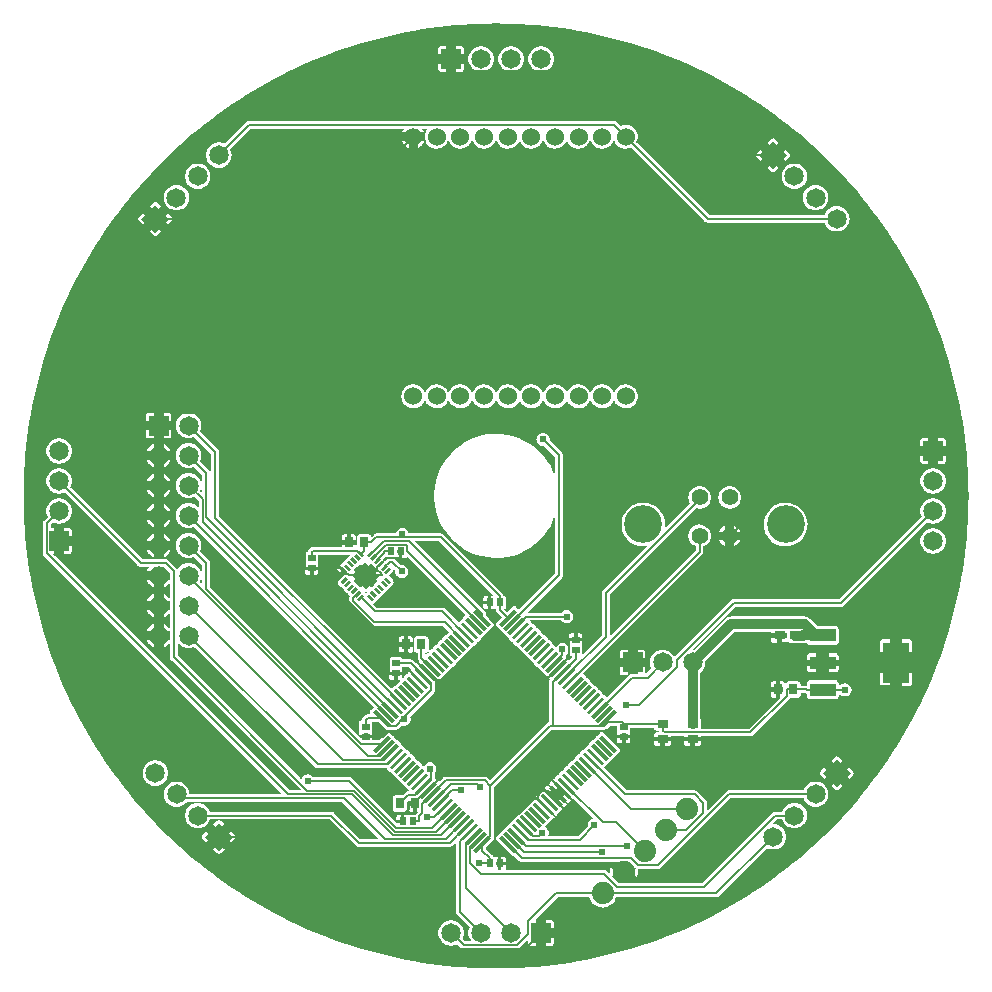
<source format=gtl>
G04 ---------------------------- Layer name :TOP LAYER*
G04 easyEDA 0.1*
G04 Scale: 100 percent, Rotated: No, Reflected: No *
G04 Dimensions in inches *
G04 leading zeros omitted , absolute positions ,2 integer and 4 * 
%FSLAX24Y24*%
%MOIN*%
G90*
G70D02*

%ADD11C,0.006000*%
%ADD12C,0.032000*%
%ADD13C,0.024000*%
%ADD16R,0.025590X0.023620*%
%ADD17R,0.023620X0.025590*%
%ADD18R,0.027600X0.035400*%
%ADD19R,0.085000X0.043000*%
%ADD20R,0.085000X0.138000*%
%ADD21R,0.035400X0.031500*%
%ADD22R,0.035400X0.027600*%
%ADD24C,0.074000*%
%ADD26R,0.065000X0.065000*%
%ADD27C,0.065000*%
%ADD29C,0.060000*%
%ADD31C,0.125984*%
%ADD33C,0.055118*%

%LPD*%
G36*
G01X-584252Y668504D02*
G01X-584527Y668506D01*
G01X-584801Y668513D01*
G01X-585076Y668526D01*
G01X-585350Y668542D01*
G01X-585625Y668564D01*
G01X-585898Y668590D01*
G01X-586171Y668621D01*
G01X-586443Y668657D01*
G01X-586715Y668698D01*
G01X-586986Y668743D01*
G01X-587257Y668793D01*
G01X-587526Y668848D01*
G01X-587795Y668907D01*
G01X-588062Y668972D01*
G01X-588328Y669041D01*
G01X-588592Y669114D01*
G01X-588856Y669192D01*
G01X-589118Y669275D01*
G01X-589379Y669362D01*
G01X-589638Y669453D01*
G01X-589896Y669550D01*
G01X-590151Y669651D01*
G01X-590405Y669756D01*
G01X-590657Y669865D01*
G01X-590907Y669980D01*
G01X-591155Y670098D01*
G01X-591401Y670220D01*
G01X-591645Y670347D01*
G01X-591887Y670478D01*
G01X-592126Y670613D01*
G01X-592363Y670753D01*
G01X-592597Y670897D01*
G01X-592829Y671045D01*
G01X-593058Y671196D01*
G01X-593285Y671352D01*
G01X-593508Y671511D01*
G01X-593729Y671675D01*
G01X-593947Y671842D01*
G01X-594162Y672013D01*
G01X-594375Y672188D01*
G01X-594583Y672367D01*
G01X-594790Y672549D01*
G01X-594992Y672735D01*
G01X-595191Y672923D01*
G01X-595387Y673116D01*
G01X-595580Y673312D01*
G01X-595769Y673512D01*
G01X-595955Y673715D01*
G01X-596137Y673920D01*
G01X-596316Y674129D01*
G01X-596490Y674341D01*
G01X-596661Y674556D01*
G01X-596829Y674775D01*
G01X-596992Y674996D01*
G01X-597152Y675219D01*
G01X-597307Y675446D01*
G01X-597459Y675675D01*
G01X-597607Y675907D01*
G01X-597751Y676141D01*
G01X-597890Y676378D01*
G01X-598025Y676617D01*
G01X-598157Y676858D01*
G01X-598283Y677102D01*
G01X-598406Y677348D01*
G01X-598525Y677596D01*
G01X-598638Y677847D01*
G01X-598748Y678098D01*
G01X-598853Y678352D01*
G01X-598954Y678608D01*
G01X-599050Y678866D01*
G01X-599142Y679125D01*
G01X-599229Y679386D01*
G01X-599312Y679647D01*
G01X-599390Y679911D01*
G01X-599463Y680176D01*
G01X-599532Y680442D01*
G01X-599596Y680710D01*
G01X-599656Y680978D01*
G01X-599711Y681247D01*
G01X-599761Y681517D01*
G01X-599806Y681788D01*
G01X-599847Y682060D01*
G01X-599882Y682333D01*
G01X-599913Y682606D01*
G01X-599940Y682880D01*
G01X-599961Y683153D01*
G01X-599978Y683428D01*
G01X-599990Y683702D01*
G01X-599997Y683977D01*
G01X-600000Y684252D01*
G01X-599997Y684527D01*
G01X-599990Y684801D01*
G01X-599978Y685076D01*
G01X-599961Y685350D01*
G01X-599940Y685625D01*
G01X-599913Y685898D01*
G01X-599882Y686171D01*
G01X-599847Y686443D01*
G01X-599806Y686715D01*
G01X-599761Y686986D01*
G01X-599711Y687257D01*
G01X-599656Y687526D01*
G01X-599596Y687795D01*
G01X-599532Y688062D01*
G01X-599463Y688328D01*
G01X-599390Y688592D01*
G01X-599312Y688856D01*
G01X-599229Y689118D01*
G01X-599142Y689379D01*
G01X-599050Y689638D01*
G01X-598954Y689896D01*
G01X-598853Y690151D01*
G01X-598748Y690405D01*
G01X-598638Y690657D01*
G01X-598525Y690907D01*
G01X-598406Y691155D01*
G01X-598283Y691401D01*
G01X-598157Y691645D01*
G01X-598025Y691887D01*
G01X-597890Y692126D01*
G01X-597751Y692363D01*
G01X-597607Y692597D01*
G01X-597459Y692829D01*
G01X-597307Y693058D01*
G01X-597152Y693285D01*
G01X-596992Y693508D01*
G01X-596829Y693729D01*
G01X-596661Y693947D01*
G01X-596490Y694162D01*
G01X-596316Y694375D01*
G01X-596137Y694583D01*
G01X-595955Y694790D01*
G01X-595769Y694992D01*
G01X-595580Y695191D01*
G01X-595387Y695387D01*
G01X-595191Y695580D01*
G01X-594992Y695769D01*
G01X-594790Y695955D01*
G01X-594583Y696137D01*
G01X-594375Y696316D01*
G01X-594162Y696490D01*
G01X-593947Y696661D01*
G01X-593729Y696829D01*
G01X-593508Y696992D01*
G01X-593285Y697152D01*
G01X-593058Y697307D01*
G01X-592829Y697459D01*
G01X-592597Y697607D01*
G01X-592363Y697751D01*
G01X-592126Y697890D01*
G01X-591887Y698025D01*
G01X-591645Y698157D01*
G01X-591401Y698283D01*
G01X-591155Y698406D01*
G01X-590907Y698525D01*
G01X-590657Y698638D01*
G01X-590405Y698748D01*
G01X-590151Y698853D01*
G01X-589896Y698954D01*
G01X-589638Y699050D01*
G01X-589379Y699142D01*
G01X-589118Y699229D01*
G01X-588856Y699312D01*
G01X-588592Y699390D01*
G01X-588328Y699463D01*
G01X-588062Y699532D01*
G01X-587795Y699596D01*
G01X-587526Y699656D01*
G01X-587257Y699711D01*
G01X-586986Y699761D01*
G01X-586715Y699806D01*
G01X-586443Y699847D01*
G01X-586171Y699882D01*
G01X-585898Y699913D01*
G01X-585625Y699940D01*
G01X-585350Y699961D01*
G01X-585076Y699978D01*
G01X-584801Y699990D01*
G01X-584527Y699997D01*
G01X-584252Y700000D01*
G01X-583977Y699997D01*
G01X-583702Y699990D01*
G01X-583428Y699978D01*
G01X-583153Y699961D01*
G01X-582880Y699940D01*
G01X-582606Y699913D01*
G01X-582333Y699882D01*
G01X-582060Y699847D01*
G01X-581788Y699806D01*
G01X-581517Y699761D01*
G01X-581247Y699711D01*
G01X-580978Y699656D01*
G01X-580710Y699596D01*
G01X-580442Y699532D01*
G01X-580176Y699463D01*
G01X-579911Y699390D01*
G01X-579647Y699312D01*
G01X-579386Y699229D01*
G01X-579125Y699142D01*
G01X-578866Y699050D01*
G01X-578608Y698954D01*
G01X-578352Y698853D01*
G01X-578098Y698748D01*
G01X-577847Y698638D01*
G01X-577596Y698525D01*
G01X-577348Y698406D01*
G01X-577102Y698283D01*
G01X-576858Y698157D01*
G01X-576617Y698025D01*
G01X-576378Y697890D01*
G01X-576141Y697751D01*
G01X-575907Y697607D01*
G01X-575675Y697459D01*
G01X-575446Y697307D01*
G01X-575219Y697152D01*
G01X-574996Y696992D01*
G01X-574775Y696829D01*
G01X-574556Y696661D01*
G01X-574341Y696490D01*
G01X-574129Y696316D01*
G01X-573920Y696137D01*
G01X-573715Y695955D01*
G01X-573512Y695769D01*
G01X-573312Y695580D01*
G01X-573116Y695387D01*
G01X-572923Y695191D01*
G01X-572735Y694992D01*
G01X-572549Y694790D01*
G01X-572367Y694583D01*
G01X-572188Y694375D01*
G01X-572013Y694162D01*
G01X-571842Y693947D01*
G01X-571675Y693729D01*
G01X-571511Y693508D01*
G01X-571352Y693285D01*
G01X-571196Y693058D01*
G01X-571045Y692829D01*
G01X-570897Y692597D01*
G01X-570753Y692363D01*
G01X-570613Y692126D01*
G01X-570478Y691887D01*
G01X-570347Y691645D01*
G01X-570220Y691401D01*
G01X-570098Y691155D01*
G01X-569980Y690907D01*
G01X-569865Y690657D01*
G01X-569756Y690405D01*
G01X-569651Y690151D01*
G01X-569550Y689896D01*
G01X-569453Y689638D01*
G01X-569362Y689379D01*
G01X-569275Y689118D01*
G01X-569192Y688856D01*
G01X-569114Y688592D01*
G01X-569041Y688328D01*
G01X-568972Y688062D01*
G01X-568907Y687795D01*
G01X-568848Y687526D01*
G01X-568793Y687257D01*
G01X-568743Y686986D01*
G01X-568698Y686715D01*
G01X-568657Y686443D01*
G01X-568621Y686171D01*
G01X-568590Y685898D01*
G01X-568564Y685625D01*
G01X-568542Y685350D01*
G01X-568526Y685076D01*
G01X-568513Y684801D01*
G01X-568506Y684527D01*
G01X-568504Y684252D01*
G01X-568506Y683977D01*
G01X-568513Y683702D01*
G01X-568526Y683428D01*
G01X-568542Y683153D01*
G01X-568564Y682880D01*
G01X-568590Y682606D01*
G01X-568621Y682333D01*
G01X-568657Y682060D01*
G01X-568698Y681788D01*
G01X-568743Y681517D01*
G01X-568793Y681247D01*
G01X-568848Y680978D01*
G01X-568907Y680710D01*
G01X-568972Y680442D01*
G01X-569041Y680176D01*
G01X-569114Y679911D01*
G01X-569192Y679647D01*
G01X-569275Y679386D01*
G01X-569362Y679125D01*
G01X-569453Y678866D01*
G01X-569550Y678608D01*
G01X-569651Y678352D01*
G01X-569756Y678098D01*
G01X-569865Y677847D01*
G01X-569980Y677596D01*
G01X-570098Y677348D01*
G01X-570220Y677102D01*
G01X-570347Y676858D01*
G01X-570478Y676617D01*
G01X-570613Y676378D01*
G01X-570753Y676141D01*
G01X-570897Y675907D01*
G01X-571045Y675675D01*
G01X-571196Y675446D01*
G01X-571352Y675219D01*
G01X-571511Y674996D01*
G01X-571675Y674775D01*
G01X-571842Y674556D01*
G01X-572013Y674341D01*
G01X-572188Y674129D01*
G01X-572367Y673920D01*
G01X-572549Y673715D01*
G01X-572735Y673512D01*
G01X-572923Y673312D01*
G01X-573116Y673116D01*
G01X-573312Y672923D01*
G01X-573512Y672735D01*
G01X-573715Y672549D01*
G01X-573920Y672367D01*
G01X-574129Y672188D01*
G01X-574341Y672013D01*
G01X-574556Y671842D01*
G01X-574775Y671675D01*
G01X-574996Y671511D01*
G01X-575219Y671352D01*
G01X-575446Y671196D01*
G01X-575675Y671045D01*
G01X-575907Y670897D01*
G01X-576141Y670753D01*
G01X-576378Y670613D01*
G01X-576617Y670478D01*
G01X-576858Y670347D01*
G01X-577102Y670220D01*
G01X-577348Y670098D01*
G01X-577596Y669980D01*
G01X-577847Y669865D01*
G01X-578098Y669756D01*
G01X-578352Y669651D01*
G01X-578608Y669550D01*
G01X-578866Y669453D01*
G01X-579125Y669362D01*
G01X-579386Y669275D01*
G01X-579647Y669192D01*
G01X-579911Y669114D01*
G01X-580176Y669041D01*
G01X-580442Y668972D01*
G01X-580710Y668907D01*
G01X-580978Y668848D01*
G01X-581247Y668793D01*
G01X-581517Y668743D01*
G01X-581788Y668698D01*
G01X-582060Y668657D01*
G01X-582333Y668621D01*
G01X-582606Y668590D01*
G01X-582880Y668564D01*
G01X-583153Y668542D01*
G01X-583428Y668526D01*
G01X-583702Y668513D01*
G01X-583977Y668506D01*
G01X-584252Y668504D01*
G37*

%LPC*%
G36*
G01X-586177Y698981D02*
G01X-585914Y698981D01*
G01X-585914Y699244D01*
G01X-586077Y699244D01*
G01X-586108Y699239D01*
G01X-586136Y699225D01*
G01X-586158Y699203D01*
G01X-586172Y699175D01*
G01X-586177Y699144D01*
G01X-586177Y698981D01*
G37*
G36*
G01X-582590Y669260D02*
G01X-582427Y669260D01*
G01X-582396Y669265D01*
G01X-582368Y669278D01*
G01X-582346Y669301D01*
G01X-582332Y669328D01*
G01X-582327Y669360D01*
G01X-582327Y669522D01*
G01X-582590Y669522D01*
G01X-582590Y669260D01*
G37*
G36*
G01X-585590Y698981D02*
G01X-585327Y698981D01*
G01X-585327Y699144D01*
G01X-585332Y699175D01*
G01X-585346Y699203D01*
G01X-585368Y699225D01*
G01X-585396Y699239D01*
G01X-585427Y699244D01*
G01X-585590Y699244D01*
G01X-585590Y698981D01*
G37*
G36*
G01X-584783Y698395D02*
G01X-584720Y698395D01*
G01X-584657Y698405D01*
G01X-584597Y698423D01*
G01X-584540Y698451D01*
G01X-584487Y698487D01*
G01X-584440Y698530D01*
G01X-584401Y698580D01*
G01X-584369Y698635D01*
G01X-584346Y698694D01*
G01X-584332Y698756D01*
G01X-584327Y698819D01*
G01X-584332Y698882D01*
G01X-584346Y698944D01*
G01X-584369Y699003D01*
G01X-584401Y699058D01*
G01X-584440Y699108D01*
G01X-584487Y699151D01*
G01X-584540Y699187D01*
G01X-584597Y699215D01*
G01X-584657Y699233D01*
G01X-584720Y699243D01*
G01X-584783Y699243D01*
G01X-584846Y699233D01*
G01X-584907Y699215D01*
G01X-584964Y699187D01*
G01X-585017Y699151D01*
G01X-585063Y699108D01*
G01X-585103Y699058D01*
G01X-585135Y699003D01*
G01X-585158Y698944D01*
G01X-585172Y698882D01*
G01X-585177Y698819D01*
G01X-585172Y698756D01*
G01X-585158Y698694D01*
G01X-585135Y698635D01*
G01X-585103Y698580D01*
G01X-585063Y698530D01*
G01X-585017Y698487D01*
G01X-584964Y698451D01*
G01X-584907Y698423D01*
G01X-584846Y698405D01*
G01X-584783Y698395D01*
G37*
G36*
G01X-583783Y698395D02*
G01X-583720Y698395D01*
G01X-583657Y698405D01*
G01X-583597Y698423D01*
G01X-583540Y698451D01*
G01X-583487Y698487D01*
G01X-583440Y698530D01*
G01X-583401Y698580D01*
G01X-583369Y698635D01*
G01X-583346Y698694D01*
G01X-583332Y698756D01*
G01X-583327Y698819D01*
G01X-583332Y698882D01*
G01X-583346Y698944D01*
G01X-583369Y699003D01*
G01X-583401Y699058D01*
G01X-583440Y699108D01*
G01X-583487Y699151D01*
G01X-583540Y699187D01*
G01X-583597Y699215D01*
G01X-583657Y699233D01*
G01X-583720Y699243D01*
G01X-583783Y699243D01*
G01X-583846Y699233D01*
G01X-583907Y699215D01*
G01X-583964Y699187D01*
G01X-584017Y699151D01*
G01X-584063Y699108D01*
G01X-584103Y699058D01*
G01X-584135Y699003D01*
G01X-584158Y698944D01*
G01X-584172Y698882D01*
G01X-584177Y698819D01*
G01X-584172Y698756D01*
G01X-584158Y698694D01*
G01X-584135Y698635D01*
G01X-584103Y698580D01*
G01X-584063Y698530D01*
G01X-584017Y698487D01*
G01X-583964Y698451D01*
G01X-583907Y698423D01*
G01X-583846Y698405D01*
G01X-583783Y698395D01*
G37*
G36*
G01X-582783Y698395D02*
G01X-582720Y698395D01*
G01X-582657Y698405D01*
G01X-582597Y698423D01*
G01X-582540Y698451D01*
G01X-582487Y698487D01*
G01X-582440Y698530D01*
G01X-582401Y698580D01*
G01X-582369Y698635D01*
G01X-582346Y698694D01*
G01X-582332Y698756D01*
G01X-582327Y698819D01*
G01X-582332Y698882D01*
G01X-582346Y698944D01*
G01X-582369Y699003D01*
G01X-582401Y699058D01*
G01X-582440Y699108D01*
G01X-582487Y699151D01*
G01X-582540Y699187D01*
G01X-582597Y699215D01*
G01X-582657Y699233D01*
G01X-582720Y699243D01*
G01X-582783Y699243D01*
G01X-582846Y699233D01*
G01X-582907Y699215D01*
G01X-582964Y699187D01*
G01X-583017Y699151D01*
G01X-583063Y699108D01*
G01X-583103Y699058D01*
G01X-583135Y699003D01*
G01X-583158Y698944D01*
G01X-583172Y698882D01*
G01X-583177Y698819D01*
G01X-583172Y698756D01*
G01X-583158Y698694D01*
G01X-583135Y698635D01*
G01X-583103Y698580D01*
G01X-583063Y698530D01*
G01X-583017Y698487D01*
G01X-582964Y698451D01*
G01X-582907Y698423D01*
G01X-582846Y698405D01*
G01X-582783Y698395D01*
G37*
G36*
G01X-586077Y698394D02*
G01X-585914Y698394D01*
G01X-585914Y698657D01*
G01X-586177Y698657D01*
G01X-586177Y698494D01*
G01X-586172Y698463D01*
G01X-586158Y698435D01*
G01X-586136Y698413D01*
G01X-586108Y698399D01*
G01X-586077Y698394D01*
G37*
G36*
G01X-585590Y698394D02*
G01X-585427Y698394D01*
G01X-585396Y698399D01*
G01X-585368Y698413D01*
G01X-585346Y698435D01*
G01X-585332Y698463D01*
G01X-585327Y698494D01*
G01X-585327Y698657D01*
G01X-585590Y698657D01*
G01X-585590Y698394D01*
G37*
G36*
G01X-582590Y669847D02*
G01X-582327Y669847D01*
G01X-582327Y670010D01*
G01X-582332Y670041D01*
G01X-582346Y670068D01*
G01X-582368Y670091D01*
G01X-582396Y670105D01*
G01X-582427Y670110D01*
G01X-582590Y670110D01*
G01X-582590Y669847D01*
G37*
G36*
G01X-587160Y695860D02*
G01X-587160Y696080D01*
G01X-587381Y696080D01*
G01X-587354Y696025D01*
G01X-587318Y695975D01*
G01X-587276Y695931D01*
G01X-587227Y695894D01*
G01X-587174Y695865D01*
G01X-587160Y695860D01*
G37*
G36*
G01X-586860Y695860D02*
G01X-586819Y695878D01*
G01X-586768Y695911D01*
G01X-586722Y695952D01*
G01X-586683Y696000D01*
G01X-586652Y696052D01*
G01X-586641Y696080D01*
G01X-586860Y696080D01*
G01X-586860Y695860D01*
G37*
G36*
G01X-575014Y695841D02*
G01X-574828Y696027D01*
G01X-574943Y696142D01*
G01X-574968Y696161D01*
G01X-574998Y696171D01*
G01X-575030Y696171D01*
G01X-575060Y696161D01*
G01X-575085Y696142D01*
G01X-575200Y696027D01*
G01X-575014Y695841D01*
G37*
G36*
G01X-575428Y695426D02*
G01X-575243Y695612D01*
G01X-575429Y695798D01*
G01X-575544Y695682D01*
G01X-575562Y695657D01*
G01X-575572Y695627D01*
G01X-575572Y695596D01*
G01X-575562Y695566D01*
G01X-575544Y695541D01*
G01X-575428Y695426D01*
G37*
G36*
G01X-574599Y695426D02*
G01X-574483Y695541D01*
G01X-574465Y695566D01*
G01X-574455Y695596D01*
G01X-574455Y695627D01*
G01X-574465Y695657D01*
G01X-574483Y695682D01*
G01X-574599Y695798D01*
G01X-574785Y695612D01*
G01X-574599Y695426D01*
G37*
G36*
G01X-575030Y695053D02*
G01X-574998Y695053D01*
G01X-574968Y695063D01*
G01X-574943Y695082D01*
G01X-574828Y695197D01*
G01X-575014Y695383D01*
G01X-575200Y695197D01*
G01X-575085Y695082D01*
G01X-575060Y695063D01*
G01X-575030Y695053D01*
G37*
G36*
G01X-574338Y694481D02*
G01X-574275Y694481D01*
G01X-574212Y694490D01*
G01X-574152Y694509D01*
G01X-574095Y694536D01*
G01X-574042Y694572D01*
G01X-573995Y694616D01*
G01X-573956Y694665D01*
G01X-573924Y694720D01*
G01X-573901Y694780D01*
G01X-573887Y694841D01*
G01X-573882Y694905D01*
G01X-573887Y694968D01*
G01X-573901Y695030D01*
G01X-573924Y695089D01*
G01X-573956Y695144D01*
G01X-573995Y695193D01*
G01X-574042Y695237D01*
G01X-574095Y695273D01*
G01X-574152Y695300D01*
G01X-574212Y695319D01*
G01X-574275Y695328D01*
G01X-574338Y695328D01*
G01X-574401Y695319D01*
G01X-574462Y695300D01*
G01X-574519Y695273D01*
G01X-574572Y695237D01*
G01X-574618Y695193D01*
G01X-574658Y695144D01*
G01X-574690Y695089D01*
G01X-574713Y695030D01*
G01X-574727Y694968D01*
G01X-574732Y694905D01*
G01X-574727Y694841D01*
G01X-574713Y694780D01*
G01X-574690Y694720D01*
G01X-574658Y694665D01*
G01X-574618Y694616D01*
G01X-574572Y694572D01*
G01X-574519Y694536D01*
G01X-574462Y694509D01*
G01X-574401Y694490D01*
G01X-574338Y694481D01*
G37*
G36*
G01X-594230Y694480D02*
G01X-594166Y694480D01*
G01X-594103Y694490D01*
G01X-594043Y694508D01*
G01X-593986Y694536D01*
G01X-593933Y694572D01*
G01X-593886Y694615D01*
G01X-593847Y694665D01*
G01X-593815Y694720D01*
G01X-593792Y694779D01*
G01X-593778Y694841D01*
G01X-593773Y694904D01*
G01X-593778Y694967D01*
G01X-593792Y695029D01*
G01X-593815Y695088D01*
G01X-593847Y695143D01*
G01X-593886Y695193D01*
G01X-593933Y695236D01*
G01X-593986Y695272D01*
G01X-594043Y695300D01*
G01X-594103Y695318D01*
G01X-594166Y695328D01*
G01X-594230Y695328D01*
G01X-594292Y695318D01*
G01X-594353Y695300D01*
G01X-594410Y695272D01*
G01X-594463Y695236D01*
G01X-594510Y695193D01*
G01X-594549Y695143D01*
G01X-594581Y695088D01*
G01X-594604Y695029D01*
G01X-594618Y694967D01*
G01X-594623Y694904D01*
G01X-594618Y694841D01*
G01X-594604Y694779D01*
G01X-594581Y694720D01*
G01X-594549Y694665D01*
G01X-594510Y694615D01*
G01X-594463Y694572D01*
G01X-594410Y694536D01*
G01X-594353Y694508D01*
G01X-594292Y694490D01*
G01X-594230Y694480D01*
G37*
G36*
G01X-579556Y671532D02*
G01X-579541Y671575D01*
G01X-579527Y671640D01*
G01X-579522Y671707D01*
G01X-579527Y671773D01*
G01X-579537Y671825D01*
G01X-579532Y671824D01*
G01X-578846Y671824D01*
G01X-578825Y671826D01*
G01X-578806Y671830D01*
G01X-578787Y671838D01*
G01X-578769Y671849D01*
G01X-578754Y671862D01*
G01X-576440Y674177D01*
G01X-574003Y674177D01*
G01X-573982Y674122D01*
G01X-573950Y674067D01*
G01X-573911Y674018D01*
G01X-573864Y673975D01*
G01X-573811Y673938D01*
G01X-573754Y673911D01*
G01X-573693Y673892D01*
G01X-573631Y673883D01*
G01X-573567Y673883D01*
G01X-573505Y673892D01*
G01X-573444Y673911D01*
G01X-573387Y673938D01*
G01X-573334Y673975D01*
G01X-573287Y674018D01*
G01X-573248Y674067D01*
G01X-573216Y674122D01*
G01X-573193Y674182D01*
G01X-573179Y674243D01*
G01X-573174Y674307D01*
G01X-573179Y674370D01*
G01X-573193Y674432D01*
G01X-573216Y674491D01*
G01X-573248Y674546D01*
G01X-573287Y674596D01*
G01X-573334Y674639D01*
G01X-573387Y674675D01*
G01X-573444Y674702D01*
G01X-573505Y674721D01*
G01X-573567Y674731D01*
G01X-573631Y674731D01*
G01X-573693Y674721D01*
G01X-573754Y674702D01*
G01X-573811Y674675D01*
G01X-573864Y674639D01*
G01X-573911Y674596D01*
G01X-573950Y674546D01*
G01X-573982Y674491D01*
G01X-574003Y674437D01*
G01X-576493Y674437D01*
G01X-576513Y674435D01*
G01X-576533Y674431D01*
G01X-576552Y674422D01*
G01X-576570Y674412D01*
G01X-576585Y674398D01*
G01X-577221Y673762D01*
G01X-577221Y674020D01*
G01X-577222Y674040D01*
G01X-577227Y674060D01*
G01X-577235Y674078D01*
G01X-577246Y674096D01*
G01X-577259Y674111D01*
G01X-577545Y674397D01*
G01X-577560Y674411D01*
G01X-577578Y674421D01*
G01X-577597Y674430D01*
G01X-577616Y674434D01*
G01X-577637Y674436D01*
G01X-579891Y674436D01*
G01X-580655Y675200D01*
G01X-580568Y675286D01*
G01X-580550Y675311D01*
G01X-580548Y675318D01*
G01X-580540Y675321D01*
G01X-580515Y675339D01*
G01X-580427Y675427D01*
G01X-580408Y675452D01*
G01X-580406Y675460D01*
G01X-580399Y675462D01*
G01X-580374Y675481D01*
G01X-580286Y675569D01*
G01X-580267Y675594D01*
G01X-580267Y675596D01*
G01X-580265Y675597D01*
G01X-580240Y675615D01*
G01X-580151Y675703D01*
G01X-580133Y675728D01*
G01X-580123Y675758D01*
G01X-580123Y675790D01*
G01X-580133Y675820D01*
G01X-580151Y675845D01*
G01X-580657Y676350D01*
G01X-580682Y676368D01*
G01X-580712Y676378D01*
G01X-580743Y676378D01*
G01X-580773Y676368D01*
G01X-580798Y676350D01*
G01X-580886Y676262D01*
G01X-580905Y676237D01*
G01X-580905Y676235D01*
G01X-580907Y676234D01*
G01X-580932Y676216D01*
G01X-581021Y676127D01*
G01X-581039Y676102D01*
G01X-581041Y676095D01*
G01X-581048Y676093D01*
G01X-581073Y676075D01*
G01X-581162Y675986D01*
G01X-581181Y675961D01*
G01X-581183Y675953D01*
G01X-581190Y675951D01*
G01X-581215Y675933D01*
G01X-581303Y675845D01*
G01X-581322Y675820D01*
G01X-581322Y675817D01*
G01X-581325Y675817D01*
G01X-581350Y675798D01*
G01X-581438Y675710D01*
G01X-581456Y675685D01*
G01X-581458Y675678D01*
G01X-581466Y675676D01*
G01X-581491Y675657D01*
G01X-581580Y675568D01*
G01X-581598Y675543D01*
G01X-581600Y675536D01*
G01X-581607Y675534D01*
G01X-581632Y675516D01*
G01X-581721Y675427D01*
G01X-581739Y675402D01*
G01X-581741Y675395D01*
G01X-581748Y675393D01*
G01X-581773Y675375D01*
G01X-581862Y675286D01*
G01X-581881Y675261D01*
G01X-581881Y675259D01*
G01X-581883Y675258D01*
G01X-581908Y675240D01*
G01X-581997Y675151D01*
G01X-582015Y675126D01*
G01X-582017Y675119D01*
G01X-582025Y675117D01*
G01X-582050Y675098D01*
G01X-582138Y675010D01*
G01X-582156Y674985D01*
G01X-582158Y674978D01*
G01X-582165Y674976D01*
G01X-582191Y674957D01*
G01X-582280Y674869D01*
G01X-582298Y674843D01*
G01X-582298Y674842D01*
G01X-582300Y674841D01*
G01X-582325Y674823D01*
G01X-582347Y674801D01*
G01X-582295Y674748D01*
G01X-582280Y674727D01*
G01X-581773Y674222D01*
G01X-581755Y674208D01*
G01X-581700Y674153D01*
G01X-581680Y674174D01*
G01X-581011Y673505D01*
G01X-581042Y673498D01*
G01X-581085Y673480D01*
G01X-581122Y673452D01*
G01X-581152Y673418D01*
G01X-581176Y673378D01*
G01X-581190Y673335D01*
G01X-581195Y673289D01*
G01X-581191Y673256D01*
G01X-581519Y672928D01*
G01X-582513Y672928D01*
G01X-582501Y672967D01*
G01X-582496Y673013D01*
G01X-582501Y673058D01*
G01X-582515Y673102D01*
G01X-582538Y673142D01*
G01X-582568Y673176D01*
G01X-582606Y673203D01*
G01X-582641Y673219D01*
G01X-582636Y673225D01*
G01X-582633Y673232D01*
G01X-582626Y673235D01*
G01X-582601Y673253D01*
G01X-582513Y673342D01*
G01X-582495Y673367D01*
G01X-582494Y673368D01*
G01X-582492Y673369D01*
G01X-582466Y673387D01*
G01X-582378Y673476D01*
G01X-582360Y673502D01*
G01X-582357Y673508D01*
G01X-582351Y673511D01*
G01X-582326Y673529D01*
G01X-582303Y673551D01*
G01X-582501Y673748D01*
G01X-582505Y673744D01*
G01X-582757Y673996D01*
G01X-582753Y674001D01*
G01X-582950Y674198D01*
G01X-582972Y674176D01*
G01X-582991Y674151D01*
G01X-582993Y674143D01*
G01X-583000Y674141D01*
G01X-583025Y674123D01*
G01X-583113Y674035D01*
G01X-583132Y674010D01*
G01X-583132Y674007D01*
G01X-583135Y674007D01*
G01X-583160Y673988D01*
G01X-583248Y673900D01*
G01X-583266Y673875D01*
G01X-583268Y673867D01*
G01X-583276Y673865D01*
G01X-583301Y673847D01*
G01X-583390Y673758D01*
G01X-583408Y673733D01*
G01X-583410Y673726D01*
G01X-583417Y673724D01*
G01X-583442Y673706D01*
G01X-583531Y673617D01*
G01X-583549Y673592D01*
G01X-583550Y673590D01*
G01X-583552Y673590D01*
G01X-583577Y673571D01*
G01X-583665Y673483D01*
G01X-583683Y673458D01*
G01X-583686Y673450D01*
G01X-583693Y673448D01*
G01X-583718Y673430D01*
G01X-583807Y673341D01*
G01X-583825Y673316D01*
G01X-583827Y673309D01*
G01X-583835Y673307D01*
G01X-583860Y673288D01*
G01X-583948Y673200D01*
G01X-583966Y673175D01*
G01X-583967Y673173D01*
G01X-583969Y673172D01*
G01X-583994Y673154D01*
G01X-584082Y673066D01*
G01X-584101Y673041D01*
G01X-584103Y673033D01*
G01X-584111Y673031D01*
G01X-584136Y673012D01*
G01X-584224Y672924D01*
G01X-584242Y672899D01*
G01X-584252Y672869D01*
G01X-584252Y672838D01*
G01X-584242Y672808D01*
G01X-584224Y672783D01*
G01X-583718Y672277D01*
G01X-583693Y672259D01*
G01X-583663Y672249D01*
G01X-583643Y672249D01*
G01X-583477Y672083D01*
G01X-583462Y672070D01*
G01X-583445Y672059D01*
G01X-583426Y672051D01*
G01X-583406Y672046D01*
G01X-583386Y672045D01*
G01X-580068Y672045D01*
G01X-579992Y671968D01*
G01X-579915Y672045D01*
G01X-579807Y672045D01*
G01X-579623Y671862D01*
G01X-579608Y671849D01*
G01X-579596Y671841D01*
G01X-579731Y671707D01*
G01X-579556Y671532D01*
G37*
G36*
G01X-573631Y693774D02*
G01X-573568Y693774D01*
G01X-573505Y693783D01*
G01X-573445Y693802D01*
G01X-573387Y693830D01*
G01X-573335Y693866D01*
G01X-573288Y693909D01*
G01X-573248Y693958D01*
G01X-573217Y694013D01*
G01X-573193Y694073D01*
G01X-573180Y694135D01*
G01X-573175Y694198D01*
G01X-573180Y694261D01*
G01X-573193Y694323D01*
G01X-573217Y694382D01*
G01X-573248Y694437D01*
G01X-573288Y694487D01*
G01X-573335Y694530D01*
G01X-573387Y694566D01*
G01X-573445Y694593D01*
G01X-573505Y694612D01*
G01X-573568Y694622D01*
G01X-573631Y694622D01*
G01X-573694Y694612D01*
G01X-573755Y694593D01*
G01X-573812Y694566D01*
G01X-573865Y694530D01*
G01X-573911Y694487D01*
G01X-573951Y694437D01*
G01X-573982Y694382D01*
G01X-574006Y694323D01*
G01X-574020Y694261D01*
G01X-574025Y694198D01*
G01X-574020Y694135D01*
G01X-574006Y694073D01*
G01X-573982Y694013D01*
G01X-573951Y693958D01*
G01X-573911Y693909D01*
G01X-573865Y693866D01*
G01X-573812Y693830D01*
G01X-573755Y693802D01*
G01X-573694Y693783D01*
G01X-573631Y693774D01*
G37*
G36*
G01X-594936Y693773D02*
G01X-594873Y693773D01*
G01X-594810Y693782D01*
G01X-594750Y693801D01*
G01X-594692Y693828D01*
G01X-594640Y693865D01*
G01X-594593Y693908D01*
G01X-594553Y693957D01*
G01X-594522Y694012D01*
G01X-594498Y694072D01*
G01X-594485Y694133D01*
G01X-594480Y694197D01*
G01X-594485Y694260D01*
G01X-594498Y694322D01*
G01X-594522Y694381D01*
G01X-594553Y694436D01*
G01X-594593Y694486D01*
G01X-594640Y694529D01*
G01X-594692Y694565D01*
G01X-594750Y694592D01*
G01X-594810Y694611D01*
G01X-594873Y694621D01*
G01X-594936Y694621D01*
G01X-594999Y694611D01*
G01X-595060Y694592D01*
G01X-595117Y694565D01*
G01X-595170Y694529D01*
G01X-595216Y694486D01*
G01X-595256Y694436D01*
G01X-595287Y694381D01*
G01X-595311Y694322D01*
G01X-595325Y694260D01*
G01X-595330Y694197D01*
G01X-595325Y694133D01*
G01X-595311Y694072D01*
G01X-595287Y694012D01*
G01X-595256Y693957D01*
G01X-595216Y693908D01*
G01X-595170Y693865D01*
G01X-595117Y693828D01*
G01X-595060Y693801D01*
G01X-594999Y693782D01*
G01X-594936Y693773D01*
G37*
G36*
G01X-595612Y693719D02*
G01X-595426Y693905D01*
G01X-595541Y694020D01*
G01X-595566Y694038D01*
G01X-595596Y694048D01*
G01X-595627Y694048D01*
G01X-595657Y694038D01*
G01X-595682Y694020D01*
G01X-595797Y693905D01*
G01X-595612Y693719D01*
G37*
G36*
G01X-596027Y693304D02*
G01X-596027Y693305D01*
G01X-595841Y693490D01*
G01X-596027Y693675D01*
G01X-596027Y693676D01*
G01X-596142Y693560D01*
G01X-596161Y693535D01*
G01X-596171Y693505D01*
G01X-596171Y693474D01*
G01X-596161Y693444D01*
G01X-596142Y693419D01*
G01X-596027Y693304D01*
G37*
G36*
G01X-595197Y693304D02*
G01X-595082Y693419D01*
G01X-595063Y693444D01*
G01X-595053Y693474D01*
G01X-595053Y693505D01*
G01X-595063Y693535D01*
G01X-595082Y693560D01*
G01X-595197Y693675D01*
G01X-595382Y693490D01*
G01X-595197Y693305D01*
G01X-595197Y693304D01*
G37*
G36*
G01X-572925Y693067D02*
G01X-572861Y693067D01*
G01X-572798Y693076D01*
G01X-572738Y693095D01*
G01X-572681Y693122D01*
G01X-572628Y693158D01*
G01X-572581Y693202D01*
G01X-572542Y693251D01*
G01X-572510Y693306D01*
G01X-572487Y693366D01*
G01X-572473Y693427D01*
G01X-572468Y693491D01*
G01X-572473Y693554D01*
G01X-572487Y693616D01*
G01X-572510Y693675D01*
G01X-572542Y693730D01*
G01X-572581Y693780D01*
G01X-572628Y693823D01*
G01X-572681Y693859D01*
G01X-572738Y693886D01*
G01X-572798Y693905D01*
G01X-572861Y693915D01*
G01X-572925Y693915D01*
G01X-572987Y693905D01*
G01X-573048Y693886D01*
G01X-573105Y693859D01*
G01X-573158Y693823D01*
G01X-573205Y693780D01*
G01X-573244Y693730D01*
G01X-573276Y693675D01*
G01X-573297Y693621D01*
G01X-577137Y693621D01*
G01X-579571Y696054D01*
G01X-579548Y696109D01*
G01X-579534Y696168D01*
G01X-579530Y696230D01*
G01X-579534Y696291D01*
G01X-579548Y696350D01*
G01X-579571Y696407D01*
G01X-579602Y696460D01*
G01X-579641Y696507D01*
G01X-579687Y696548D01*
G01X-579738Y696581D01*
G01X-579795Y696606D01*
G01X-579853Y696622D01*
G01X-579914Y696629D01*
G01X-579976Y696627D01*
G01X-580036Y696615D01*
G01X-580093Y696595D01*
G01X-580105Y696588D01*
G01X-580228Y696711D01*
G01X-580243Y696725D01*
G01X-580261Y696735D01*
G01X-580280Y696743D01*
G01X-580299Y696748D01*
G01X-580320Y696750D01*
G01X-592482Y696750D01*
G01X-592502Y696748D01*
G01X-592522Y696743D01*
G01X-592541Y696735D01*
G01X-592558Y696725D01*
G01X-592573Y696711D01*
G01X-593297Y695988D01*
G01X-593336Y696006D01*
G01X-593396Y696025D01*
G01X-593459Y696035D01*
G01X-593522Y696035D01*
G01X-593585Y696025D01*
G01X-593646Y696006D01*
G01X-593703Y695979D01*
G01X-593756Y695943D01*
G01X-593802Y695900D01*
G01X-593842Y695850D01*
G01X-593873Y695795D01*
G01X-593897Y695736D01*
G01X-593911Y695674D01*
G01X-593916Y695611D01*
G01X-593911Y695547D01*
G01X-593897Y695486D01*
G01X-593873Y695426D01*
G01X-593842Y695371D01*
G01X-593802Y695322D01*
G01X-593756Y695278D01*
G01X-593703Y695242D01*
G01X-593646Y695215D01*
G01X-593585Y695196D01*
G01X-593522Y695187D01*
G01X-593459Y695187D01*
G01X-593396Y695196D01*
G01X-593336Y695215D01*
G01X-593278Y695242D01*
G01X-593226Y695278D01*
G01X-593179Y695322D01*
G01X-593140Y695371D01*
G01X-593108Y695426D01*
G01X-593085Y695486D01*
G01X-593071Y695547D01*
G01X-593066Y695611D01*
G01X-593071Y695674D01*
G01X-593085Y695736D01*
G01X-593108Y695795D01*
G01X-593113Y695805D01*
G01X-592428Y696490D01*
G01X-587313Y696490D01*
G01X-587318Y696484D01*
G01X-587354Y696434D01*
G01X-587381Y696380D01*
G01X-587160Y696380D01*
G01X-587160Y696490D01*
G01X-586860Y696490D01*
G01X-586860Y696380D01*
G01X-586641Y696380D01*
G01X-586652Y696407D01*
G01X-586683Y696460D01*
G01X-586707Y696490D01*
G01X-586532Y696490D01*
G01X-586538Y696484D01*
G01X-586573Y696434D01*
G01X-586601Y696379D01*
G01X-586619Y696321D01*
G01X-586628Y696260D01*
G01X-586628Y696199D01*
G01X-586619Y696138D01*
G01X-586601Y696080D01*
G01X-586573Y696025D01*
G01X-586538Y695975D01*
G01X-586496Y695931D01*
G01X-586447Y695894D01*
G01X-586393Y695865D01*
G01X-586336Y695844D01*
G01X-586276Y695832D01*
G01X-586214Y695830D01*
G01X-586153Y695837D01*
G01X-586095Y695853D01*
G01X-586038Y695878D01*
G01X-585987Y695911D01*
G01X-585941Y695952D01*
G01X-585902Y696000D01*
G01X-585871Y696052D01*
G01X-585848Y696109D01*
G01X-585834Y696168D01*
G01X-585834Y696171D01*
G01X-585829Y696138D01*
G01X-585811Y696080D01*
G01X-585783Y696025D01*
G01X-585748Y695975D01*
G01X-585706Y695931D01*
G01X-585657Y695894D01*
G01X-585603Y695865D01*
G01X-585546Y695844D01*
G01X-585486Y695832D01*
G01X-585424Y695830D01*
G01X-585363Y695837D01*
G01X-585305Y695853D01*
G01X-585248Y695878D01*
G01X-585197Y695911D01*
G01X-585151Y695952D01*
G01X-585112Y696000D01*
G01X-585081Y696052D01*
G01X-585058Y696109D01*
G01X-585044Y696168D01*
G01X-585044Y696171D01*
G01X-585039Y696138D01*
G01X-585021Y696080D01*
G01X-584993Y696025D01*
G01X-584958Y695975D01*
G01X-584916Y695931D01*
G01X-584867Y695894D01*
G01X-584813Y695865D01*
G01X-584756Y695844D01*
G01X-584696Y695832D01*
G01X-584634Y695830D01*
G01X-584573Y695837D01*
G01X-584515Y695853D01*
G01X-584458Y695878D01*
G01X-584407Y695911D01*
G01X-584361Y695952D01*
G01X-584322Y696000D01*
G01X-584291Y696052D01*
G01X-584268Y696109D01*
G01X-584254Y696168D01*
G01X-584250Y696138D01*
G01X-584231Y696080D01*
G01X-584204Y696025D01*
G01X-584168Y695975D01*
G01X-584126Y695931D01*
G01X-584077Y695894D01*
G01X-584024Y695865D01*
G01X-583966Y695844D01*
G01X-583906Y695832D01*
G01X-583845Y695830D01*
G01X-583784Y695837D01*
G01X-583725Y695853D01*
G01X-583669Y695878D01*
G01X-583618Y695911D01*
G01X-583572Y695952D01*
G01X-583533Y696000D01*
G01X-583502Y696052D01*
G01X-583479Y696109D01*
G01X-583470Y696146D01*
G01X-583469Y696138D01*
G01X-583451Y696080D01*
G01X-583423Y696025D01*
G01X-583388Y695975D01*
G01X-583346Y695931D01*
G01X-583297Y695894D01*
G01X-583243Y695865D01*
G01X-583186Y695844D01*
G01X-583126Y695832D01*
G01X-583064Y695830D01*
G01X-583003Y695837D01*
G01X-582945Y695853D01*
G01X-582888Y695878D01*
G01X-582837Y695911D01*
G01X-582791Y695952D01*
G01X-582752Y696000D01*
G01X-582721Y696052D01*
G01X-582698Y696109D01*
G01X-582684Y696168D01*
G01X-582684Y696171D01*
G01X-582679Y696138D01*
G01X-582661Y696080D01*
G01X-582633Y696025D01*
G01X-582598Y695975D01*
G01X-582556Y695931D01*
G01X-582507Y695894D01*
G01X-582453Y695865D01*
G01X-582396Y695844D01*
G01X-582336Y695832D01*
G01X-582274Y695830D01*
G01X-582213Y695837D01*
G01X-582155Y695853D01*
G01X-582098Y695878D01*
G01X-582047Y695911D01*
G01X-582001Y695952D01*
G01X-581962Y696000D01*
G01X-581931Y696052D01*
G01X-581908Y696109D01*
G01X-581894Y696168D01*
G01X-581894Y696171D01*
G01X-581889Y696138D01*
G01X-581871Y696080D01*
G01X-581843Y696025D01*
G01X-581808Y695975D01*
G01X-581766Y695931D01*
G01X-581717Y695894D01*
G01X-581663Y695865D01*
G01X-581606Y695844D01*
G01X-581546Y695832D01*
G01X-581484Y695830D01*
G01X-581423Y695837D01*
G01X-581365Y695853D01*
G01X-581308Y695878D01*
G01X-581257Y695911D01*
G01X-581211Y695952D01*
G01X-581172Y696000D01*
G01X-581141Y696052D01*
G01X-581118Y696109D01*
G01X-581104Y696168D01*
G01X-581100Y696138D01*
G01X-581081Y696080D01*
G01X-581054Y696025D01*
G01X-581018Y695975D01*
G01X-580976Y695931D01*
G01X-580927Y695894D01*
G01X-580874Y695865D01*
G01X-580816Y695844D01*
G01X-580756Y695832D01*
G01X-580695Y695830D01*
G01X-580634Y695837D01*
G01X-580575Y695853D01*
G01X-580519Y695878D01*
G01X-580468Y695911D01*
G01X-580422Y695952D01*
G01X-580383Y696000D01*
G01X-580352Y696052D01*
G01X-580329Y696109D01*
G01X-580320Y696146D01*
G01X-580319Y696138D01*
G01X-580301Y696080D01*
G01X-580273Y696025D01*
G01X-580238Y695975D01*
G01X-580196Y695931D01*
G01X-580147Y695894D01*
G01X-580093Y695865D01*
G01X-580036Y695844D01*
G01X-579976Y695832D01*
G01X-579914Y695830D01*
G01X-579853Y695837D01*
G01X-579795Y695853D01*
G01X-579754Y695871D01*
G01X-577282Y693399D01*
G01X-577267Y693386D01*
G01X-577250Y693375D01*
G01X-577231Y693367D01*
G01X-577211Y693362D01*
G01X-577191Y693361D01*
G01X-573297Y693361D01*
G01X-573276Y693306D01*
G01X-573244Y693251D01*
G01X-573205Y693202D01*
G01X-573158Y693158D01*
G01X-573105Y693122D01*
G01X-573048Y693095D01*
G01X-572987Y693076D01*
G01X-572925Y693067D01*
G37*
G36*
G01X-595627Y692931D02*
G01X-595596Y692931D01*
G01X-595566Y692941D01*
G01X-595541Y692960D01*
G01X-595426Y693075D01*
G01X-595612Y693261D01*
G01X-595798Y693075D01*
G01X-595682Y692960D01*
G01X-595657Y692941D01*
G01X-595627Y692931D01*
G37*
G36*
G01X-584071Y672063D02*
G01X-583912Y672063D01*
G01X-583912Y672128D01*
G01X-583917Y672159D01*
G01X-583931Y672187D01*
G01X-583953Y672209D01*
G01X-583981Y672223D01*
G01X-584012Y672228D01*
G01X-584071Y672228D01*
G01X-584071Y672063D01*
G37*
G36*
G01X-586995Y687170D02*
G01X-586934Y687177D01*
G01X-586875Y687193D01*
G01X-586819Y687218D01*
G01X-586768Y687251D01*
G01X-586722Y687292D01*
G01X-586683Y687340D01*
G01X-586652Y687392D01*
G01X-586629Y687449D01*
G01X-586620Y687486D01*
G01X-586619Y687478D01*
G01X-586601Y687420D01*
G01X-586573Y687365D01*
G01X-586538Y687315D01*
G01X-586496Y687271D01*
G01X-586447Y687234D01*
G01X-586393Y687205D01*
G01X-586336Y687184D01*
G01X-586276Y687172D01*
G01X-586214Y687170D01*
G01X-586153Y687177D01*
G01X-586095Y687193D01*
G01X-586038Y687218D01*
G01X-585987Y687251D01*
G01X-585941Y687292D01*
G01X-585902Y687340D01*
G01X-585871Y687392D01*
G01X-585848Y687449D01*
G01X-585834Y687508D01*
G01X-585834Y687510D01*
G01X-585829Y687478D01*
G01X-585811Y687420D01*
G01X-585783Y687365D01*
G01X-585748Y687315D01*
G01X-585706Y687271D01*
G01X-585657Y687234D01*
G01X-585603Y687205D01*
G01X-585546Y687184D01*
G01X-585486Y687172D01*
G01X-585424Y687170D01*
G01X-585363Y687177D01*
G01X-585305Y687193D01*
G01X-585248Y687218D01*
G01X-585197Y687251D01*
G01X-585151Y687292D01*
G01X-585112Y687340D01*
G01X-585081Y687392D01*
G01X-585058Y687449D01*
G01X-585044Y687508D01*
G01X-585044Y687510D01*
G01X-585039Y687478D01*
G01X-585021Y687420D01*
G01X-584993Y687365D01*
G01X-584958Y687315D01*
G01X-584916Y687271D01*
G01X-584867Y687234D01*
G01X-584813Y687205D01*
G01X-584756Y687184D01*
G01X-584696Y687172D01*
G01X-584634Y687170D01*
G01X-584573Y687177D01*
G01X-584515Y687193D01*
G01X-584458Y687218D01*
G01X-584407Y687251D01*
G01X-584361Y687292D01*
G01X-584322Y687340D01*
G01X-584291Y687392D01*
G01X-584268Y687449D01*
G01X-584254Y687508D01*
G01X-584250Y687478D01*
G01X-584231Y687420D01*
G01X-584204Y687365D01*
G01X-584168Y687315D01*
G01X-584126Y687271D01*
G01X-584077Y687234D01*
G01X-584024Y687205D01*
G01X-583966Y687184D01*
G01X-583906Y687172D01*
G01X-583845Y687170D01*
G01X-583784Y687177D01*
G01X-583725Y687193D01*
G01X-583669Y687218D01*
G01X-583618Y687251D01*
G01X-583572Y687292D01*
G01X-583533Y687340D01*
G01X-583502Y687392D01*
G01X-583479Y687449D01*
G01X-583470Y687486D01*
G01X-583469Y687478D01*
G01X-583451Y687420D01*
G01X-583423Y687365D01*
G01X-583388Y687315D01*
G01X-583346Y687271D01*
G01X-583297Y687234D01*
G01X-583243Y687205D01*
G01X-583186Y687184D01*
G01X-583126Y687172D01*
G01X-583064Y687170D01*
G01X-583003Y687177D01*
G01X-582945Y687193D01*
G01X-582888Y687218D01*
G01X-582837Y687251D01*
G01X-582791Y687292D01*
G01X-582752Y687340D01*
G01X-582721Y687392D01*
G01X-582698Y687449D01*
G01X-582684Y687508D01*
G01X-582684Y687510D01*
G01X-582679Y687478D01*
G01X-582661Y687420D01*
G01X-582633Y687365D01*
G01X-582598Y687315D01*
G01X-582556Y687271D01*
G01X-582507Y687234D01*
G01X-582453Y687205D01*
G01X-582396Y687184D01*
G01X-582336Y687172D01*
G01X-582274Y687170D01*
G01X-582213Y687177D01*
G01X-582155Y687193D01*
G01X-582098Y687218D01*
G01X-582047Y687251D01*
G01X-582001Y687292D01*
G01X-581962Y687340D01*
G01X-581931Y687392D01*
G01X-581908Y687449D01*
G01X-581894Y687508D01*
G01X-581894Y687510D01*
G01X-581889Y687478D01*
G01X-581871Y687420D01*
G01X-581843Y687365D01*
G01X-581808Y687315D01*
G01X-581766Y687271D01*
G01X-581717Y687234D01*
G01X-581663Y687205D01*
G01X-581606Y687184D01*
G01X-581546Y687172D01*
G01X-581484Y687170D01*
G01X-581423Y687177D01*
G01X-581365Y687193D01*
G01X-581308Y687218D01*
G01X-581257Y687251D01*
G01X-581211Y687292D01*
G01X-581172Y687340D01*
G01X-581141Y687392D01*
G01X-581118Y687449D01*
G01X-581104Y687508D01*
G01X-581100Y687478D01*
G01X-581081Y687420D01*
G01X-581054Y687365D01*
G01X-581018Y687315D01*
G01X-580976Y687271D01*
G01X-580927Y687234D01*
G01X-580874Y687205D01*
G01X-580816Y687184D01*
G01X-580756Y687172D01*
G01X-580695Y687170D01*
G01X-580634Y687177D01*
G01X-580575Y687193D01*
G01X-580519Y687218D01*
G01X-580468Y687251D01*
G01X-580422Y687292D01*
G01X-580383Y687340D01*
G01X-580352Y687392D01*
G01X-580329Y687449D01*
G01X-580320Y687486D01*
G01X-580319Y687478D01*
G01X-580301Y687420D01*
G01X-580273Y687365D01*
G01X-580238Y687315D01*
G01X-580196Y687271D01*
G01X-580147Y687234D01*
G01X-580093Y687205D01*
G01X-580036Y687184D01*
G01X-579976Y687172D01*
G01X-579914Y687170D01*
G01X-579853Y687177D01*
G01X-579795Y687193D01*
G01X-579738Y687218D01*
G01X-579687Y687251D01*
G01X-579641Y687292D01*
G01X-579602Y687340D01*
G01X-579571Y687392D01*
G01X-579548Y687449D01*
G01X-579534Y687508D01*
G01X-579530Y687570D01*
G01X-579534Y687631D01*
G01X-579548Y687690D01*
G01X-579571Y687747D01*
G01X-579602Y687800D01*
G01X-579641Y687847D01*
G01X-579687Y687888D01*
G01X-579738Y687921D01*
G01X-579795Y687946D01*
G01X-579853Y687962D01*
G01X-579914Y687969D01*
G01X-579976Y687967D01*
G01X-580036Y687955D01*
G01X-580093Y687935D01*
G01X-580147Y687905D01*
G01X-580196Y687868D01*
G01X-580238Y687824D01*
G01X-580273Y687774D01*
G01X-580301Y687719D01*
G01X-580319Y687661D01*
G01X-580320Y687653D01*
G01X-580329Y687690D01*
G01X-580352Y687747D01*
G01X-580383Y687800D01*
G01X-580422Y687847D01*
G01X-580468Y687888D01*
G01X-580519Y687921D01*
G01X-580575Y687946D01*
G01X-580634Y687962D01*
G01X-580695Y687969D01*
G01X-580756Y687967D01*
G01X-580816Y687955D01*
G01X-580874Y687935D01*
G01X-580927Y687905D01*
G01X-580976Y687868D01*
G01X-581018Y687824D01*
G01X-581054Y687774D01*
G01X-581081Y687719D01*
G01X-581100Y687661D01*
G01X-581104Y687631D01*
G01X-581118Y687690D01*
G01X-581141Y687747D01*
G01X-581172Y687800D01*
G01X-581211Y687847D01*
G01X-581257Y687888D01*
G01X-581308Y687921D01*
G01X-581365Y687946D01*
G01X-581423Y687962D01*
G01X-581484Y687969D01*
G01X-581546Y687967D01*
G01X-581606Y687955D01*
G01X-581663Y687935D01*
G01X-581717Y687905D01*
G01X-581766Y687868D01*
G01X-581808Y687824D01*
G01X-581843Y687774D01*
G01X-581871Y687719D01*
G01X-581889Y687661D01*
G01X-581894Y687629D01*
G01X-581894Y687631D01*
G01X-581908Y687690D01*
G01X-581931Y687747D01*
G01X-581962Y687800D01*
G01X-582001Y687847D01*
G01X-582047Y687888D01*
G01X-582098Y687921D01*
G01X-582155Y687946D01*
G01X-582213Y687962D01*
G01X-582274Y687969D01*
G01X-582336Y687967D01*
G01X-582396Y687955D01*
G01X-582453Y687935D01*
G01X-582507Y687905D01*
G01X-582556Y687868D01*
G01X-582598Y687824D01*
G01X-582633Y687774D01*
G01X-582661Y687719D01*
G01X-582679Y687661D01*
G01X-582684Y687629D01*
G01X-582684Y687631D01*
G01X-582698Y687690D01*
G01X-582721Y687747D01*
G01X-582752Y687800D01*
G01X-582791Y687847D01*
G01X-582837Y687888D01*
G01X-582888Y687921D01*
G01X-582945Y687946D01*
G01X-583003Y687962D01*
G01X-583064Y687969D01*
G01X-583126Y687967D01*
G01X-583186Y687955D01*
G01X-583243Y687935D01*
G01X-583297Y687905D01*
G01X-583346Y687868D01*
G01X-583388Y687824D01*
G01X-583423Y687774D01*
G01X-583451Y687719D01*
G01X-583469Y687661D01*
G01X-583470Y687653D01*
G01X-583479Y687690D01*
G01X-583502Y687747D01*
G01X-583533Y687800D01*
G01X-583572Y687847D01*
G01X-583618Y687888D01*
G01X-583669Y687921D01*
G01X-583725Y687946D01*
G01X-583784Y687962D01*
G01X-583845Y687969D01*
G01X-583906Y687967D01*
G01X-583966Y687955D01*
G01X-584024Y687935D01*
G01X-584077Y687905D01*
G01X-584126Y687868D01*
G01X-584168Y687824D01*
G01X-584204Y687774D01*
G01X-584231Y687719D01*
G01X-584250Y687661D01*
G01X-584254Y687631D01*
G01X-584268Y687690D01*
G01X-584291Y687747D01*
G01X-584322Y687800D01*
G01X-584361Y687847D01*
G01X-584407Y687888D01*
G01X-584458Y687921D01*
G01X-584515Y687946D01*
G01X-584573Y687962D01*
G01X-584634Y687969D01*
G01X-584696Y687967D01*
G01X-584756Y687955D01*
G01X-584813Y687935D01*
G01X-584867Y687905D01*
G01X-584916Y687868D01*
G01X-584958Y687824D01*
G01X-584993Y687774D01*
G01X-585021Y687719D01*
G01X-585039Y687661D01*
G01X-585044Y687629D01*
G01X-585044Y687631D01*
G01X-585058Y687690D01*
G01X-585081Y687747D01*
G01X-585112Y687800D01*
G01X-585151Y687847D01*
G01X-585197Y687888D01*
G01X-585248Y687921D01*
G01X-585305Y687946D01*
G01X-585363Y687962D01*
G01X-585424Y687969D01*
G01X-585486Y687967D01*
G01X-585546Y687955D01*
G01X-585603Y687935D01*
G01X-585657Y687905D01*
G01X-585706Y687868D01*
G01X-585748Y687824D01*
G01X-585783Y687774D01*
G01X-585811Y687719D01*
G01X-585829Y687661D01*
G01X-585834Y687629D01*
G01X-585834Y687631D01*
G01X-585848Y687690D01*
G01X-585871Y687747D01*
G01X-585902Y687800D01*
G01X-585941Y687847D01*
G01X-585987Y687888D01*
G01X-586038Y687921D01*
G01X-586095Y687946D01*
G01X-586153Y687962D01*
G01X-586214Y687969D01*
G01X-586276Y687967D01*
G01X-586336Y687955D01*
G01X-586393Y687935D01*
G01X-586447Y687905D01*
G01X-586496Y687868D01*
G01X-586538Y687824D01*
G01X-586573Y687774D01*
G01X-586601Y687719D01*
G01X-586619Y687661D01*
G01X-586620Y687653D01*
G01X-586629Y687690D01*
G01X-586652Y687747D01*
G01X-586683Y687800D01*
G01X-586722Y687847D01*
G01X-586768Y687888D01*
G01X-586819Y687921D01*
G01X-586875Y687946D01*
G01X-586934Y687962D01*
G01X-586995Y687969D01*
G01X-587056Y687967D01*
G01X-587116Y687955D01*
G01X-587174Y687935D01*
G01X-587227Y687905D01*
G01X-587276Y687868D01*
G01X-587318Y687824D01*
G01X-587354Y687774D01*
G01X-587381Y687719D01*
G01X-587400Y687661D01*
G01X-587409Y687600D01*
G01X-587409Y687539D01*
G01X-587400Y687478D01*
G01X-587381Y687420D01*
G01X-587354Y687365D01*
G01X-587318Y687315D01*
G01X-587276Y687271D01*
G01X-587227Y687234D01*
G01X-587174Y687205D01*
G01X-587116Y687184D01*
G01X-587056Y687172D01*
G01X-586995Y687170D01*
G37*
G36*
G01X-595925Y686761D02*
G01X-595662Y686761D01*
G01X-595662Y687024D01*
G01X-595825Y687024D01*
G01X-595856Y687019D01*
G01X-595883Y687005D01*
G01X-595906Y686983D01*
G01X-595920Y686955D01*
G01X-595925Y686924D01*
G01X-595925Y686761D01*
G37*
G36*
G01X-595337Y686761D02*
G01X-595075Y686761D01*
G01X-595075Y686924D01*
G01X-595080Y686955D01*
G01X-595093Y686983D01*
G01X-595116Y687005D01*
G01X-595143Y687019D01*
G01X-595175Y687024D01*
G01X-595337Y687024D01*
G01X-595337Y686761D01*
G37*
G36*
G01X-595825Y686174D02*
G01X-595662Y686174D01*
G01X-595662Y686437D01*
G01X-595925Y686437D01*
G01X-595925Y686274D01*
G01X-595920Y686243D01*
G01X-595906Y686215D01*
G01X-595883Y686193D01*
G01X-595856Y686179D01*
G01X-595825Y686174D01*
G37*
G36*
G01X-595337Y686174D02*
G01X-595175Y686174D01*
G01X-595143Y686179D01*
G01X-595116Y686193D01*
G01X-595093Y686215D01*
G01X-595080Y686243D01*
G01X-595075Y686274D01*
G01X-595075Y686437D01*
G01X-595337Y686437D01*
G01X-595337Y686174D01*
G37*
G36*
G01X-570110Y685914D02*
G01X-569847Y685914D01*
G01X-569847Y686177D01*
G01X-570010Y686177D01*
G01X-570041Y686172D01*
G01X-570069Y686158D01*
G01X-570091Y686136D01*
G01X-570105Y686108D01*
G01X-570110Y686077D01*
G01X-570110Y685914D01*
G37*
G36*
G01X-569523Y685914D02*
G01X-569260Y685914D01*
G01X-569260Y686077D01*
G01X-569265Y686108D01*
G01X-569279Y686136D01*
G01X-569301Y686158D01*
G01X-569329Y686172D01*
G01X-569360Y686177D01*
G01X-569523Y686177D01*
G01X-569523Y685914D01*
G37*
G36*
G01X-593505Y672333D02*
G01X-593474Y672333D01*
G01X-593444Y672343D01*
G01X-593419Y672362D01*
G01X-593304Y672477D01*
G01X-593305Y672477D01*
G01X-593490Y672662D01*
G01X-593675Y672477D01*
G01X-593560Y672362D01*
G01X-593535Y672343D01*
G01X-593505Y672333D01*
G37*
G36*
G01X-595891Y685761D02*
G01X-595662Y685761D01*
G01X-595662Y685991D01*
G01X-595712Y685967D01*
G01X-595765Y685931D01*
G01X-595811Y685888D01*
G01X-595851Y685838D01*
G01X-595882Y685783D01*
G01X-595891Y685761D01*
G37*
G36*
G01X-595337Y685761D02*
G01X-595108Y685761D01*
G01X-595117Y685783D01*
G01X-595148Y685838D01*
G01X-595188Y685888D01*
G01X-595235Y685931D01*
G01X-595287Y685967D01*
G01X-595337Y685991D01*
G01X-595337Y685761D01*
G37*
G36*
G01X-598851Y685328D02*
G01X-598787Y685328D01*
G01X-598725Y685337D01*
G01X-598664Y685356D01*
G01X-598607Y685383D01*
G01X-598554Y685420D01*
G01X-598507Y685463D01*
G01X-598468Y685512D01*
G01X-598436Y685567D01*
G01X-598413Y685627D01*
G01X-598399Y685688D01*
G01X-598394Y685752D01*
G01X-598399Y685815D01*
G01X-598413Y685877D01*
G01X-598436Y685936D01*
G01X-598468Y685991D01*
G01X-598507Y686041D01*
G01X-598554Y686084D01*
G01X-598607Y686120D01*
G01X-598664Y686147D01*
G01X-598725Y686166D01*
G01X-598787Y686176D01*
G01X-598851Y686176D01*
G01X-598913Y686166D01*
G01X-598974Y686147D01*
G01X-599031Y686120D01*
G01X-599084Y686084D01*
G01X-599131Y686041D01*
G01X-599170Y685991D01*
G01X-599202Y685936D01*
G01X-599225Y685877D01*
G01X-599239Y685815D01*
G01X-599244Y685752D01*
G01X-599239Y685688D01*
G01X-599225Y685627D01*
G01X-599202Y685567D01*
G01X-599170Y685512D01*
G01X-599131Y685463D01*
G01X-599084Y685420D01*
G01X-599031Y685383D01*
G01X-598974Y685356D01*
G01X-598913Y685337D01*
G01X-598851Y685328D01*
G37*
G36*
G01X-570010Y685327D02*
G01X-569847Y685327D01*
G01X-569847Y685590D01*
G01X-570110Y685590D01*
G01X-570110Y685427D01*
G01X-570105Y685396D01*
G01X-570091Y685368D01*
G01X-570069Y685346D01*
G01X-570041Y685332D01*
G01X-570010Y685327D01*
G37*
G36*
G01X-593075Y672706D02*
G01X-592960Y672821D01*
G01X-592941Y672846D01*
G01X-592931Y672876D01*
G01X-592931Y672907D01*
G01X-592941Y672937D01*
G01X-592960Y672962D01*
G01X-593075Y673077D01*
G01X-593261Y672892D01*
G01X-593075Y672706D01*
G37*
G36*
G01X-593905Y672706D02*
G01X-593719Y672892D01*
G01X-593905Y673077D01*
G01X-594020Y672962D01*
G01X-594038Y672937D01*
G01X-594048Y672907D01*
G01X-594048Y672876D01*
G01X-594038Y672846D01*
G01X-594020Y672821D01*
G01X-593905Y672706D01*
G37*
G36*
G01X-569523Y685327D02*
G01X-569360Y685327D01*
G01X-569329Y685332D01*
G01X-569301Y685346D01*
G01X-569279Y685368D01*
G01X-569265Y685396D01*
G01X-569260Y685427D01*
G01X-569260Y685590D01*
G01X-569523Y685590D01*
G01X-569523Y685327D01*
G37*
G36*
G01X-595662Y685207D02*
G01X-595662Y685437D01*
G01X-595891Y685437D01*
G01X-595882Y685415D01*
G01X-595851Y685360D01*
G01X-595811Y685310D01*
G01X-595765Y685267D01*
G01X-595712Y685231D01*
G01X-595662Y685207D01*
G37*
G36*
G01X-595337Y685207D02*
G01X-595287Y685231D01*
G01X-595235Y685267D01*
G01X-595188Y685310D01*
G01X-595148Y685360D01*
G01X-595117Y685415D01*
G01X-595108Y685437D01*
G01X-595337Y685437D01*
G01X-595337Y685207D01*
G37*
G36*
G01X-595891Y684761D02*
G01X-595662Y684761D01*
G01X-595662Y684991D01*
G01X-595712Y684967D01*
G01X-595765Y684931D01*
G01X-595811Y684888D01*
G01X-595851Y684838D01*
G01X-595882Y684783D01*
G01X-595891Y684761D01*
G37*
G36*
G01X-595337Y684761D02*
G01X-595108Y684761D01*
G01X-595117Y684783D01*
G01X-595148Y684838D01*
G01X-595188Y684888D01*
G01X-595235Y684931D01*
G01X-595287Y684967D01*
G01X-595337Y684991D01*
G01X-595337Y684761D01*
G37*
G36*
G01X-569717Y684328D02*
G01X-569653Y684328D01*
G01X-569591Y684337D01*
G01X-569530Y684356D01*
G01X-569473Y684383D01*
G01X-569420Y684420D01*
G01X-569373Y684463D01*
G01X-569334Y684512D01*
G01X-569302Y684567D01*
G01X-569279Y684627D01*
G01X-569265Y684688D01*
G01X-569260Y684752D01*
G01X-569265Y684815D01*
G01X-569279Y684877D01*
G01X-569302Y684936D01*
G01X-569334Y684991D01*
G01X-569373Y685041D01*
G01X-569420Y685084D01*
G01X-569473Y685120D01*
G01X-569530Y685147D01*
G01X-569591Y685166D01*
G01X-569653Y685176D01*
G01X-569717Y685176D01*
G01X-569780Y685166D01*
G01X-569840Y685147D01*
G01X-569897Y685120D01*
G01X-569950Y685084D01*
G01X-569997Y685041D01*
G01X-570036Y684991D01*
G01X-570068Y684936D01*
G01X-570091Y684877D01*
G01X-570105Y684815D01*
G01X-570110Y684752D01*
G01X-570105Y684688D01*
G01X-570091Y684627D01*
G01X-570068Y684567D01*
G01X-570036Y684512D01*
G01X-569997Y684463D01*
G01X-569950Y684420D01*
G01X-569897Y684383D01*
G01X-569840Y684356D01*
G01X-569780Y684337D01*
G01X-569717Y684328D01*
G37*
G36*
G01X-593490Y673121D02*
G01X-593305Y673307D01*
G01X-593304Y673307D01*
G01X-593419Y673422D01*
G01X-593444Y673440D01*
G01X-593474Y673450D01*
G01X-593505Y673450D01*
G01X-593535Y673440D01*
G01X-593560Y673422D01*
G01X-593675Y673307D01*
G01X-593490Y673121D01*
G37*
G36*
G01X-595662Y684207D02*
G01X-595662Y684437D01*
G01X-595891Y684437D01*
G01X-595882Y684415D01*
G01X-595851Y684360D01*
G01X-595811Y684310D01*
G01X-595765Y684267D01*
G01X-595712Y684231D01*
G01X-595662Y684207D01*
G37*
G36*
G01X-595337Y684207D02*
G01X-595287Y684231D01*
G01X-595235Y684267D01*
G01X-595188Y684310D01*
G01X-595148Y684360D01*
G01X-595117Y684415D01*
G01X-595108Y684437D01*
G01X-595337Y684437D01*
G01X-595337Y684207D01*
G37*
G36*
G01X-576485Y683830D02*
G01X-576425Y683832D01*
G01X-576365Y683844D01*
G01X-576308Y683865D01*
G01X-576256Y683896D01*
G01X-576210Y683933D01*
G01X-576170Y683979D01*
G01X-576137Y684030D01*
G01X-576113Y684086D01*
G01X-576099Y684145D01*
G01X-576094Y684205D01*
G01X-576099Y684265D01*
G01X-576113Y684323D01*
G01X-576137Y684379D01*
G01X-576170Y684430D01*
G01X-576210Y684476D01*
G01X-576256Y684513D01*
G01X-576308Y684544D01*
G01X-576365Y684565D01*
G01X-576425Y684577D01*
G01X-576485Y684580D01*
G01X-576545Y684572D01*
G01X-576603Y684556D01*
G01X-576657Y684530D01*
G01X-576707Y684496D01*
G01X-576751Y684453D01*
G01X-576787Y684405D01*
G01X-576815Y684352D01*
G01X-576834Y684295D01*
G01X-576844Y684235D01*
G01X-576844Y684175D01*
G01X-576834Y684115D01*
G01X-576815Y684057D01*
G01X-576787Y684004D01*
G01X-576751Y683956D01*
G01X-576707Y683913D01*
G01X-576657Y683880D01*
G01X-576603Y683853D01*
G01X-576545Y683837D01*
G01X-576485Y683830D01*
G37*
G36*
G01X-595891Y683761D02*
G01X-595662Y683761D01*
G01X-595662Y683991D01*
G01X-595712Y683967D01*
G01X-595765Y683931D01*
G01X-595811Y683888D01*
G01X-595851Y683838D01*
G01X-595882Y683783D01*
G01X-595891Y683761D01*
G37*
G36*
G01X-595337Y683761D02*
G01X-595108Y683761D01*
G01X-595117Y683783D01*
G01X-595148Y683838D01*
G01X-595188Y683888D01*
G01X-595235Y683931D01*
G01X-595287Y683967D01*
G01X-595337Y683991D01*
G01X-595337Y683761D01*
G37*
G36*
G01X-595662Y683207D02*
G01X-595662Y683437D01*
G01X-595891Y683437D01*
G01X-595882Y683415D01*
G01X-595851Y683360D01*
G01X-595811Y683310D01*
G01X-595765Y683267D01*
G01X-595712Y683231D01*
G01X-595662Y683207D01*
G37*
G36*
G01X-595337Y683207D02*
G01X-595287Y683231D01*
G01X-595235Y683267D01*
G01X-595188Y683310D01*
G01X-595148Y683360D01*
G01X-595117Y683415D01*
G01X-595108Y683437D01*
G01X-595337Y683437D01*
G01X-595337Y683207D01*
G37*
G36*
G01X-576818Y683062D02*
G01X-576607Y683062D01*
G01X-576607Y683273D01*
G01X-576657Y683250D01*
G01X-576707Y683216D01*
G01X-576751Y683173D01*
G01X-576787Y683125D01*
G01X-576815Y683072D01*
G01X-576818Y683062D01*
G37*
G36*
G01X-576332Y683062D02*
G01X-576121Y683062D01*
G01X-576137Y683099D01*
G01X-576170Y683150D01*
G01X-576210Y683196D01*
G01X-576256Y683233D01*
G01X-576308Y683264D01*
G01X-576332Y683273D01*
G01X-576332Y683062D01*
G37*
G36*
G01X-598657Y682914D02*
G01X-598394Y682914D01*
G01X-598394Y683077D01*
G01X-598399Y683108D01*
G01X-598413Y683136D01*
G01X-598435Y683158D01*
G01X-598463Y683172D01*
G01X-598494Y683177D01*
G01X-598657Y683177D01*
G01X-598657Y682914D01*
G37*
G36*
G01X-589398Y682788D02*
G01X-589229Y682788D01*
G01X-589229Y682977D01*
G01X-589298Y682977D01*
G01X-589329Y682972D01*
G01X-589357Y682958D01*
G01X-589379Y682936D01*
G01X-589393Y682908D01*
G01X-589398Y682877D01*
G01X-589398Y682788D01*
G37*
G36*
G01X-589091Y682788D02*
G01X-588922Y682788D01*
G01X-588922Y682877D01*
G01X-588927Y682908D01*
G01X-588941Y682936D01*
G01X-588963Y682958D01*
G01X-588991Y682972D01*
G01X-589022Y682977D01*
G01X-589091Y682977D01*
G01X-589091Y682788D01*
G37*
G36*
G01X-582259Y673596D02*
G01X-582237Y673617D01*
G01X-582219Y673642D01*
G01X-582217Y673649D01*
G01X-582209Y673652D01*
G01X-582183Y673670D01*
G01X-582095Y673759D01*
G01X-582077Y673785D01*
G01X-582076Y673786D01*
G01X-582075Y673786D01*
G01X-582049Y673805D01*
G01X-582027Y673826D01*
G01X-582080Y673879D01*
G01X-582096Y673900D01*
G01X-582601Y674406D01*
G01X-582624Y674422D01*
G01X-582675Y674473D01*
G01X-582696Y674451D01*
G01X-582715Y674426D01*
G01X-582715Y674425D01*
G01X-582717Y674424D01*
G01X-582742Y674406D01*
G01X-582831Y674317D01*
G01X-582849Y674292D01*
G01X-582852Y674285D01*
G01X-582859Y674282D01*
G01X-582884Y674264D01*
G01X-582906Y674242D01*
G01X-582709Y674045D01*
G01X-582705Y674050D01*
G01X-582452Y673797D01*
G01X-582456Y673793D01*
G01X-582259Y673596D01*
G37*
G36*
G01X-595891Y682761D02*
G01X-595662Y682761D01*
G01X-595662Y682991D01*
G01X-595712Y682967D01*
G01X-595765Y682931D01*
G01X-595811Y682888D01*
G01X-595851Y682838D01*
G01X-595882Y682783D01*
G01X-595891Y682761D01*
G37*
G36*
G01X-595337Y682761D02*
G01X-595108Y682761D01*
G01X-595117Y682783D01*
G01X-595148Y682838D01*
G01X-595188Y682888D01*
G01X-595235Y682931D01*
G01X-595287Y682967D01*
G01X-595337Y682991D01*
G01X-595337Y682761D01*
G37*
G36*
G01X-576332Y682576D02*
G01X-576308Y682585D01*
G01X-576256Y682616D01*
G01X-576210Y682653D01*
G01X-576170Y682699D01*
G01X-576137Y682750D01*
G01X-576121Y682787D01*
G01X-576332Y682787D01*
G01X-576332Y682576D01*
G37*
G36*
G01X-576607Y682576D02*
G01X-576607Y682787D01*
G01X-576818Y682787D01*
G01X-576815Y682777D01*
G01X-576787Y682724D01*
G01X-576751Y682676D01*
G01X-576707Y682633D01*
G01X-576657Y682600D01*
G01X-576607Y682576D01*
G37*
G36*
G01X-574620Y682571D02*
G01X-574537Y682573D01*
G01X-574455Y682585D01*
G01X-574374Y682606D01*
G01X-574297Y682636D01*
G01X-574223Y682675D01*
G01X-574154Y682722D01*
G01X-574091Y682776D01*
G01X-574035Y682838D01*
G01X-573986Y682905D01*
G01X-573945Y682978D01*
G01X-573912Y683055D01*
G01X-573889Y683135D01*
G01X-573875Y683216D01*
G01X-573870Y683300D01*
G01X-573875Y683383D01*
G01X-573889Y683465D01*
G01X-573912Y683545D01*
G01X-573945Y683621D01*
G01X-573986Y683694D01*
G01X-574035Y683761D01*
G01X-574091Y683823D01*
G01X-574154Y683877D01*
G01X-574223Y683924D01*
G01X-574297Y683963D01*
G01X-574374Y683993D01*
G01X-574455Y684015D01*
G01X-574537Y684026D01*
G01X-574620Y684028D01*
G01X-574703Y684022D01*
G01X-574785Y684005D01*
G01X-574864Y683980D01*
G01X-574940Y683945D01*
G01X-575011Y683902D01*
G01X-575077Y683851D01*
G01X-575137Y683793D01*
G01X-575190Y683728D01*
G01X-575235Y683658D01*
G01X-575271Y683583D01*
G01X-575300Y683505D01*
G01X-575318Y683424D01*
G01X-575328Y683341D01*
G01X-575328Y683258D01*
G01X-575318Y683175D01*
G01X-575300Y683094D01*
G01X-575271Y683016D01*
G01X-575235Y682941D01*
G01X-575190Y682871D01*
G01X-575137Y682806D01*
G01X-575077Y682748D01*
G01X-575011Y682697D01*
G01X-574940Y682655D01*
G01X-574864Y682620D01*
G01X-574785Y682594D01*
G01X-574703Y682577D01*
G01X-574620Y682571D01*
G37*
G36*
G01X-569717Y682328D02*
G01X-569653Y682328D01*
G01X-569591Y682337D01*
G01X-569530Y682356D01*
G01X-569473Y682383D01*
G01X-569420Y682420D01*
G01X-569373Y682463D01*
G01X-569334Y682512D01*
G01X-569302Y682567D01*
G01X-569279Y682627D01*
G01X-569265Y682688D01*
G01X-569260Y682752D01*
G01X-569265Y682815D01*
G01X-569279Y682877D01*
G01X-569302Y682936D01*
G01X-569334Y682991D01*
G01X-569373Y683041D01*
G01X-569420Y683084D01*
G01X-569473Y683120D01*
G01X-569530Y683147D01*
G01X-569591Y683166D01*
G01X-569653Y683176D01*
G01X-569717Y683176D01*
G01X-569780Y683166D01*
G01X-569840Y683147D01*
G01X-569897Y683120D01*
G01X-569950Y683084D01*
G01X-569997Y683041D01*
G01X-570036Y682991D01*
G01X-570068Y682936D01*
G01X-570091Y682877D01*
G01X-570105Y682815D01*
G01X-570110Y682752D01*
G01X-570105Y682688D01*
G01X-570091Y682627D01*
G01X-570068Y682567D01*
G01X-570036Y682512D01*
G01X-569997Y682463D01*
G01X-569950Y682420D01*
G01X-569897Y682383D01*
G01X-569840Y682356D01*
G01X-569780Y682337D01*
G01X-569717Y682328D01*
G37*
G36*
G01X-598657Y682327D02*
G01X-598494Y682327D01*
G01X-598463Y682332D01*
G01X-598435Y682346D01*
G01X-598413Y682368D01*
G01X-598399Y682396D01*
G01X-598394Y682427D01*
G01X-598394Y682590D01*
G01X-598657Y682590D01*
G01X-598657Y682327D01*
G37*
G36*
G01X-595662Y682207D02*
G01X-595662Y682437D01*
G01X-595891Y682437D01*
G01X-595882Y682415D01*
G01X-595851Y682360D01*
G01X-595811Y682310D01*
G01X-595765Y682267D01*
G01X-595712Y682231D01*
G01X-595662Y682207D01*
G37*
G36*
G01X-595337Y682207D02*
G01X-595287Y682231D01*
G01X-595235Y682267D01*
G01X-595188Y682310D01*
G01X-595148Y682360D01*
G01X-595117Y682415D01*
G01X-595108Y682437D01*
G01X-595337Y682437D01*
G01X-595337Y682207D01*
G37*
G36*
G01X-589469Y681705D02*
G01X-589468Y681706D01*
G01X-589380Y681793D01*
G01X-589493Y681906D01*
G01X-589511Y681888D01*
G01X-589530Y681862D01*
G01X-589539Y681833D01*
G01X-589539Y681801D01*
G01X-589529Y681772D01*
G01X-589511Y681747D01*
G01X-589469Y681705D01*
G37*
G36*
G01X-581983Y673871D02*
G01X-581961Y673893D01*
G01X-581942Y673919D01*
G01X-581940Y673926D01*
G01X-581933Y673928D01*
G01X-581908Y673946D01*
G01X-581887Y673968D01*
G01X-582084Y674166D01*
G01X-582176Y674073D01*
G01X-582176Y674072D01*
G01X-582181Y674068D01*
G01X-581983Y673871D01*
G37*
G36*
G01X-590528Y681618D02*
G01X-590463Y681618D01*
G01X-590463Y681777D01*
G01X-590628Y681777D01*
G01X-590628Y681718D01*
G01X-590623Y681687D01*
G01X-590609Y681659D01*
G01X-590587Y681637D01*
G01X-590559Y681623D01*
G01X-590528Y681618D01*
G37*
G36*
G01X-590336Y681618D02*
G01X-590272Y681618D01*
G01X-590241Y681623D01*
G01X-590213Y681637D01*
G01X-590191Y681659D01*
G01X-590177Y681687D01*
G01X-590172Y681718D01*
G01X-590172Y681777D01*
G01X-590336Y681777D01*
G01X-590336Y681618D01*
G37*
G36*
G01X-595662Y681207D02*
G01X-595662Y681437D01*
G01X-595891Y681437D01*
G01X-595882Y681415D01*
G01X-595851Y681360D01*
G01X-595811Y681310D01*
G01X-595765Y681267D01*
G01X-595712Y681231D01*
G01X-595662Y681207D01*
G37*
G36*
G01X-581842Y674012D02*
G01X-581820Y674035D01*
G01X-581802Y674060D01*
G01X-581800Y674066D01*
G01X-581792Y674069D01*
G01X-581766Y674087D01*
G01X-581745Y674109D01*
G01X-581942Y674306D01*
G01X-581946Y674302D01*
G01X-581947Y674302D01*
G01X-582040Y674210D01*
G01X-581842Y674012D01*
G37*
G36*
G01X-584688Y680763D02*
G01X-584528Y680763D01*
G01X-584528Y680928D01*
G01X-584588Y680928D01*
G01X-584619Y680923D01*
G01X-584647Y680909D01*
G01X-584669Y680887D01*
G01X-584683Y680859D01*
G01X-584688Y680828D01*
G01X-584688Y680763D01*
G37*
G36*
G01X-595891Y680761D02*
G01X-595662Y680761D01*
G01X-595662Y680991D01*
G01X-595712Y680967D01*
G01X-595765Y680931D01*
G01X-595811Y680888D01*
G01X-595851Y680838D01*
G01X-595882Y680783D01*
G01X-595891Y680761D01*
G37*
G36*
G01X-584588Y680472D02*
G01X-584528Y680472D01*
G01X-584528Y680636D01*
G01X-584688Y680636D01*
G01X-584688Y680572D01*
G01X-584683Y680541D01*
G01X-584669Y680513D01*
G01X-584647Y680491D01*
G01X-584619Y680477D01*
G01X-584588Y680472D01*
G37*
G36*
G01X-595662Y680207D02*
G01X-595662Y680437D01*
G01X-595891Y680437D01*
G01X-595882Y680415D01*
G01X-595851Y680360D01*
G01X-595811Y680310D01*
G01X-595765Y680267D01*
G01X-595712Y680231D01*
G01X-595662Y680207D01*
G37*
G36*
G01X-595891Y679761D02*
G01X-595662Y679761D01*
G01X-595662Y679991D01*
G01X-595712Y679967D01*
G01X-595765Y679931D01*
G01X-595811Y679888D01*
G01X-595851Y679838D01*
G01X-595882Y679783D01*
G01X-595891Y679761D01*
G37*
G36*
G01X-581828Y679523D02*
G01X-581663Y679523D01*
G01X-581663Y679682D01*
G01X-581728Y679682D01*
G01X-581759Y679677D01*
G01X-581787Y679663D01*
G01X-581809Y679641D01*
G01X-581823Y679613D01*
G01X-581828Y679582D01*
G01X-581828Y679523D01*
G37*
G36*
G01X-581536Y679523D02*
G01X-581372Y679523D01*
G01X-581372Y679582D01*
G01X-581377Y679613D01*
G01X-581391Y679641D01*
G01X-581413Y679663D01*
G01X-581441Y679677D01*
G01X-581472Y679682D01*
G01X-581536Y679682D01*
G01X-581536Y679523D01*
G37*
G36*
G01X-587498Y679388D02*
G01X-587329Y679388D01*
G01X-587329Y679577D01*
G01X-587398Y679577D01*
G01X-587429Y679572D01*
G01X-587457Y679558D01*
G01X-587479Y679536D01*
G01X-587493Y679508D01*
G01X-587498Y679477D01*
G01X-587498Y679388D01*
G37*
G36*
G01X-587191Y679388D02*
G01X-587022Y679388D01*
G01X-587022Y679477D01*
G01X-587027Y679508D01*
G01X-587041Y679536D01*
G01X-587063Y679558D01*
G01X-587091Y679572D01*
G01X-587122Y679577D01*
G01X-587191Y679577D01*
G01X-587191Y679388D01*
G37*
G36*
G01X-574977Y679342D02*
G01X-574888Y679342D01*
G01X-574888Y679521D01*
G01X-575077Y679521D01*
G01X-575077Y679442D01*
G01X-575072Y679411D01*
G01X-575058Y679383D01*
G01X-575036Y679361D01*
G01X-575008Y679347D01*
G01X-574977Y679342D01*
G37*
G36*
G01X-582433Y674320D02*
G01X-582340Y674413D01*
G01X-582341Y674413D01*
G01X-582336Y674418D01*
G01X-582533Y674615D01*
G01X-582555Y674593D01*
G01X-582573Y674568D01*
G01X-582576Y674560D01*
G01X-582583Y674558D01*
G01X-582608Y674540D01*
G01X-582630Y674517D01*
G01X-582433Y674320D01*
G37*
G36*
G01X-585337Y669140D02*
G01X-583563Y669140D01*
G01X-583542Y669141D01*
G01X-583523Y669146D01*
G01X-583504Y669154D01*
G01X-583486Y669165D01*
G01X-583471Y669178D01*
G01X-583177Y669472D01*
G01X-583177Y669360D01*
G01X-583172Y669328D01*
G01X-583158Y669301D01*
G01X-583136Y669278D01*
G01X-583108Y669265D01*
G01X-583077Y669260D01*
G01X-582914Y669260D01*
G01X-582914Y669522D01*
G01X-583127Y669522D01*
G01X-583083Y669566D01*
G01X-583070Y669581D01*
G01X-583059Y669599D01*
G01X-583051Y669618D01*
G01X-583046Y669637D01*
G01X-583045Y669658D01*
G01X-583045Y669847D01*
G01X-582914Y669847D01*
G01X-582914Y670110D01*
G01X-582964Y670110D01*
G01X-582203Y670870D01*
G01X-581151Y670870D01*
G01X-581151Y670867D01*
G01X-581127Y670805D01*
G01X-581095Y670746D01*
G01X-581055Y670692D01*
G01X-581007Y670645D01*
G01X-580953Y670604D01*
G01X-580895Y670572D01*
G01X-580832Y670548D01*
G01X-580766Y670535D01*
G01X-580700Y670530D01*
G01X-580633Y670535D01*
G01X-580567Y670548D01*
G01X-580505Y670572D01*
G01X-580446Y670604D01*
G01X-580392Y670645D01*
G01X-580345Y670692D01*
G01X-580304Y670746D01*
G01X-580272Y670805D01*
G01X-580248Y670867D01*
G01X-580248Y670870D01*
G01X-576905Y670870D01*
G01X-576884Y670871D01*
G01X-576865Y670876D01*
G01X-576846Y670884D01*
G01X-576828Y670895D01*
G01X-576813Y670908D01*
G01X-575207Y672515D01*
G01X-575168Y672496D01*
G01X-575107Y672477D01*
G01X-575045Y672468D01*
G01X-574981Y672468D01*
G01X-574918Y672477D01*
G01X-574858Y672496D01*
G01X-574801Y672523D01*
G01X-574748Y672560D01*
G01X-574701Y672603D01*
G01X-574662Y672652D01*
G01X-574630Y672707D01*
G01X-574607Y672767D01*
G01X-574593Y672828D01*
G01X-574588Y672892D01*
G01X-574593Y672955D01*
G01X-574607Y673017D01*
G01X-574630Y673076D01*
G01X-574662Y673131D01*
G01X-574701Y673181D01*
G01X-574748Y673224D01*
G01X-574801Y673260D01*
G01X-574858Y673287D01*
G01X-574918Y673306D01*
G01X-574981Y673316D01*
G01X-575045Y673316D01*
G01X-575053Y673315D01*
G01X-574898Y673469D01*
G01X-574710Y673469D01*
G01X-574688Y673415D01*
G01X-574657Y673360D01*
G01X-574617Y673310D01*
G01X-574571Y673267D01*
G01X-574518Y673231D01*
G01X-574461Y673203D01*
G01X-574400Y673185D01*
G01X-574337Y673175D01*
G01X-574274Y673175D01*
G01X-574211Y673185D01*
G01X-574151Y673203D01*
G01X-574093Y673231D01*
G01X-574041Y673267D01*
G01X-573994Y673310D01*
G01X-573955Y673360D01*
G01X-573923Y673415D01*
G01X-573900Y673474D01*
G01X-573886Y673536D01*
G01X-573881Y673599D01*
G01X-573886Y673662D01*
G01X-573900Y673724D01*
G01X-573923Y673783D01*
G01X-573955Y673838D01*
G01X-573994Y673888D01*
G01X-574041Y673931D01*
G01X-574093Y673967D01*
G01X-574151Y673995D01*
G01X-574211Y674013D01*
G01X-574274Y674023D01*
G01X-574337Y674023D01*
G01X-574400Y674013D01*
G01X-574461Y673995D01*
G01X-574518Y673967D01*
G01X-574571Y673931D01*
G01X-574617Y673888D01*
G01X-574657Y673838D01*
G01X-574688Y673783D01*
G01X-574710Y673729D01*
G01X-574952Y673729D01*
G01X-574972Y673727D01*
G01X-574992Y673723D01*
G01X-575011Y673715D01*
G01X-575028Y673704D01*
G01X-575043Y673691D01*
G01X-577378Y671356D01*
G01X-579902Y671356D01*
G01X-579992Y671446D01*
G01X-580082Y671356D01*
G01X-580166Y671356D01*
G01X-580385Y671575D01*
G01X-580253Y671707D01*
G01X-580427Y671881D01*
G01X-580443Y671839D01*
G01X-580457Y671773D01*
G01X-580462Y671707D01*
G01X-580457Y671647D01*
G01X-580552Y671742D01*
G01X-580567Y671756D01*
G01X-580585Y671766D01*
G01X-580604Y671775D01*
G01X-580623Y671779D01*
G01X-580644Y671781D01*
G01X-583973Y671781D01*
G01X-583953Y671791D01*
G01X-583931Y671813D01*
G01X-583917Y671841D01*
G01X-583912Y671872D01*
G01X-583912Y671936D01*
G01X-584071Y671936D01*
G01X-584071Y671781D01*
G01X-584188Y671781D01*
G01X-584188Y671936D01*
G01X-584246Y671936D01*
G01X-584246Y672063D01*
G01X-584188Y672063D01*
G01X-584188Y672228D01*
G01X-584248Y672228D01*
G01X-584279Y672223D01*
G01X-584297Y672214D01*
G01X-584315Y672223D01*
G01X-584340Y672227D01*
G01X-584347Y672242D01*
G01X-584350Y672250D01*
G01X-584352Y672252D01*
G01X-584355Y672258D01*
G01X-584369Y672275D01*
G01X-584372Y672280D01*
G01X-584589Y672496D01*
G01X-584589Y672545D01*
G01X-584351Y672783D01*
G01X-584333Y672808D01*
G01X-584323Y672838D01*
G01X-584323Y672869D01*
G01X-584325Y672874D01*
G01X-584324Y672876D01*
G01X-584320Y672895D01*
G01X-584318Y672916D01*
G01X-584318Y674543D01*
G01X-582401Y676461D01*
G01X-580775Y676461D01*
G01X-580773Y676459D01*
G01X-580743Y676449D01*
G01X-580712Y676449D01*
G01X-580682Y676459D01*
G01X-580680Y676461D01*
G01X-580646Y676461D01*
G01X-580625Y676462D01*
G01X-580605Y676467D01*
G01X-580586Y676475D01*
G01X-580569Y676486D01*
G01X-580553Y676499D01*
G01X-580465Y676588D01*
G01X-580228Y676588D01*
G01X-580228Y676446D01*
G01X-580223Y676415D01*
G01X-580214Y676397D01*
G01X-580223Y676379D01*
G01X-580228Y676348D01*
G01X-580228Y676288D01*
G01X-580063Y676288D01*
G01X-580063Y676346D01*
G01X-579936Y676346D01*
G01X-579936Y676288D01*
G01X-579772Y676288D01*
G01X-579772Y676348D01*
G01X-579777Y676379D01*
G01X-579786Y676397D01*
G01X-579777Y676415D01*
G01X-579772Y676446D01*
G01X-579772Y676530D01*
G01X-578977Y676530D01*
G01X-578977Y676522D01*
G01X-578972Y676491D01*
G01X-578958Y676463D01*
G01X-578936Y676441D01*
G01X-578908Y676427D01*
G01X-578877Y676422D01*
G01X-578828Y676422D01*
G01X-578827Y676417D01*
G01X-578827Y676404D01*
G01X-578826Y676401D01*
G01X-578825Y676395D01*
G01X-578817Y676379D01*
G01X-578817Y676378D01*
G01X-578877Y676378D01*
G01X-578908Y676373D01*
G01X-578936Y676359D01*
G01X-578958Y676337D01*
G01X-578972Y676309D01*
G01X-578977Y676278D01*
G01X-578977Y676208D01*
G01X-578788Y676208D01*
G01X-578788Y676337D01*
G01X-578727Y676276D01*
G01X-578712Y676263D01*
G01X-578695Y676252D01*
G01X-578676Y676244D01*
G01X-578656Y676240D01*
G01X-578636Y676238D01*
G01X-578611Y676238D01*
G01X-578611Y676208D01*
G01X-578423Y676208D01*
G01X-578423Y676238D01*
G01X-577977Y676238D01*
G01X-577977Y676208D01*
G01X-577788Y676208D01*
G01X-577788Y676238D01*
G01X-577611Y676238D01*
G01X-577611Y676208D01*
G01X-577423Y676208D01*
G01X-577423Y676238D01*
G01X-575772Y676238D01*
G01X-575751Y676240D01*
G01X-575732Y676244D01*
G01X-575713Y676252D01*
G01X-575695Y676263D01*
G01X-575680Y676276D01*
G01X-574476Y677480D01*
G01X-574463Y677495D01*
G01X-574452Y677513D01*
G01X-574448Y677523D01*
G01X-574202Y677523D01*
G01X-574171Y677528D01*
G01X-574143Y677542D01*
G01X-574121Y677564D01*
G01X-574107Y677592D01*
G01X-574102Y677623D01*
G01X-574102Y677670D01*
G01X-573922Y677670D01*
G01X-573911Y677665D01*
G01X-573904Y677663D01*
G01X-573899Y677662D01*
G01X-573887Y677661D01*
G01X-573885Y677661D01*
G01X-573885Y677575D01*
G01X-573880Y677543D01*
G01X-573866Y677516D01*
G01X-573844Y677493D01*
G01X-573816Y677480D01*
G01X-573785Y677475D01*
G01X-572935Y677475D01*
G01X-572904Y677480D01*
G01X-572876Y677493D01*
G01X-572854Y677516D01*
G01X-572840Y677543D01*
G01X-572835Y677575D01*
G01X-572835Y677660D01*
G01X-572801Y677660D01*
G01X-572771Y677626D01*
G01X-572734Y677599D01*
G01X-572692Y677580D01*
G01X-572647Y677571D01*
G01X-572601Y677571D01*
G01X-572556Y677580D01*
G01X-572514Y677599D01*
G01X-572477Y677626D01*
G01X-572446Y677660D01*
G01X-572423Y677700D01*
G01X-572409Y677744D01*
G01X-572404Y677790D01*
G01X-572409Y677835D01*
G01X-572423Y677879D01*
G01X-572446Y677919D01*
G01X-572477Y677953D01*
G01X-572514Y677980D01*
G01X-572556Y677999D01*
G01X-572601Y678008D01*
G01X-572647Y678008D01*
G01X-572692Y677999D01*
G01X-572734Y677980D01*
G01X-572771Y677953D01*
G01X-572801Y677920D01*
G01X-572835Y677920D01*
G01X-572835Y678005D01*
G01X-572840Y678036D01*
G01X-572854Y678063D01*
G01X-572876Y678086D01*
G01X-572904Y678100D01*
G01X-572935Y678105D01*
G01X-573785Y678105D01*
G01X-573816Y678100D01*
G01X-573844Y678086D01*
G01X-573866Y678063D01*
G01X-573880Y678036D01*
G01X-573885Y678005D01*
G01X-573885Y677930D01*
G01X-574102Y677930D01*
G01X-574102Y677977D01*
G01X-574107Y678008D01*
G01X-574121Y678036D01*
G01X-574143Y678058D01*
G01X-574171Y678072D01*
G01X-574202Y678077D01*
G01X-574478Y678077D01*
G01X-574509Y678072D01*
G01X-574537Y678058D01*
G01X-574559Y678036D01*
G01X-574573Y678008D01*
G01X-574578Y677977D01*
G01X-574578Y677928D01*
G01X-574586Y677928D01*
G01X-574595Y677926D01*
G01X-574605Y677925D01*
G01X-574614Y677920D01*
G01X-574622Y677918D01*
G01X-574622Y677977D01*
G01X-574627Y678008D01*
G01X-574641Y678036D01*
G01X-574663Y678058D01*
G01X-574691Y678072D01*
G01X-574722Y678077D01*
G01X-574791Y678077D01*
G01X-574791Y677888D01*
G01X-574662Y677888D01*
G01X-574666Y677885D01*
G01X-574670Y677879D01*
G01X-574677Y677870D01*
G01X-574682Y677860D01*
G01X-574686Y677853D01*
G01X-574688Y677846D01*
G01X-574693Y677836D01*
G01X-574694Y677827D01*
G01X-574697Y677818D01*
G01X-574697Y677808D01*
G01X-574698Y677800D01*
G01X-574698Y677711D01*
G01X-574791Y677711D01*
G01X-574791Y677532D01*
G01X-575825Y676498D01*
G01X-577427Y676498D01*
G01X-577423Y676522D01*
G01X-577423Y676798D01*
G01X-577428Y676829D01*
G01X-577440Y676852D01*
G01X-577440Y678364D01*
G01X-577435Y678367D01*
G01X-577388Y678411D01*
G01X-577348Y678460D01*
G01X-577317Y678515D01*
G01X-577293Y678575D01*
G01X-577280Y678636D01*
G01X-577275Y678700D01*
G01X-577279Y678753D01*
G01X-576315Y679717D01*
G01X-575077Y679717D01*
G01X-575077Y679678D01*
G01X-574888Y679678D01*
G01X-574888Y679717D01*
G01X-574711Y679717D01*
G01X-574711Y679678D01*
G01X-574565Y679678D01*
G01X-574565Y679521D01*
G01X-574711Y679521D01*
G01X-574711Y679342D01*
G01X-574623Y679342D01*
G01X-574592Y679347D01*
G01X-574564Y679361D01*
G01X-574543Y679381D01*
G01X-574523Y679361D01*
G01X-574496Y679347D01*
G01X-574465Y679342D01*
G01X-574320Y679342D01*
G01X-574288Y679339D01*
G01X-574006Y679339D01*
G01X-573993Y679340D01*
G01X-573873Y679340D01*
G01X-573866Y679326D01*
G01X-573844Y679303D01*
G01X-573816Y679290D01*
G01X-573785Y679285D01*
G01X-572935Y679285D01*
G01X-572904Y679290D01*
G01X-572876Y679303D01*
G01X-572854Y679326D01*
G01X-572840Y679353D01*
G01X-572835Y679385D01*
G01X-572835Y679815D01*
G01X-572840Y679846D01*
G01X-572854Y679873D01*
G01X-572876Y679896D01*
G01X-572904Y679910D01*
G01X-572935Y679915D01*
G01X-573535Y679915D01*
G01X-573781Y680161D01*
G01X-573812Y680187D01*
G01X-573847Y680208D01*
G01X-573884Y680224D01*
G01X-573924Y680233D01*
G01X-573965Y680237D01*
G01X-576423Y680237D01*
G01X-576463Y680233D01*
G01X-576503Y680224D01*
G01X-576541Y680208D01*
G01X-576576Y680187D01*
G01X-576607Y680161D01*
G01X-577647Y679120D01*
G01X-577668Y679123D01*
G01X-577703Y679123D01*
G01X-576278Y680548D01*
G01X-572759Y680548D01*
G01X-572738Y680550D01*
G01X-572719Y680554D01*
G01X-572700Y680562D01*
G01X-572682Y680573D01*
G01X-572667Y680586D01*
G01X-569879Y683375D01*
G01X-569840Y683356D01*
G01X-569780Y683337D01*
G01X-569717Y683328D01*
G01X-569653Y683328D01*
G01X-569591Y683337D01*
G01X-569530Y683356D01*
G01X-569473Y683383D01*
G01X-569420Y683420D01*
G01X-569373Y683463D01*
G01X-569334Y683512D01*
G01X-569302Y683567D01*
G01X-569279Y683627D01*
G01X-569265Y683688D01*
G01X-569260Y683752D01*
G01X-569265Y683815D01*
G01X-569279Y683877D01*
G01X-569302Y683936D01*
G01X-569334Y683991D01*
G01X-569373Y684041D01*
G01X-569420Y684084D01*
G01X-569473Y684120D01*
G01X-569530Y684147D01*
G01X-569591Y684166D01*
G01X-569653Y684176D01*
G01X-569717Y684176D01*
G01X-569780Y684166D01*
G01X-569840Y684147D01*
G01X-569897Y684120D01*
G01X-569950Y684084D01*
G01X-569997Y684041D01*
G01X-570036Y683991D01*
G01X-570068Y683936D01*
G01X-570091Y683877D01*
G01X-570105Y683815D01*
G01X-570110Y683752D01*
G01X-570105Y683688D01*
G01X-570091Y683627D01*
G01X-570068Y683567D01*
G01X-570062Y683558D01*
G01X-572812Y680808D01*
G01X-576332Y680808D01*
G01X-576352Y680806D01*
G01X-576372Y680802D01*
G01X-576391Y680793D01*
G01X-576408Y680783D01*
G01X-576423Y680770D01*
G01X-578315Y678878D01*
G01X-578317Y678884D01*
G01X-578348Y678939D01*
G01X-578388Y678988D01*
G01X-578435Y679032D01*
G01X-578487Y679068D01*
G01X-578545Y679095D01*
G01X-578605Y679114D01*
G01X-578668Y679123D01*
G01X-578731Y679123D01*
G01X-578794Y679114D01*
G01X-578855Y679095D01*
G01X-578912Y679068D01*
G01X-578965Y679032D01*
G01X-579011Y678988D01*
G01X-579051Y678939D01*
G01X-579082Y678884D01*
G01X-579106Y678825D01*
G01X-579120Y678763D01*
G01X-579125Y678700D01*
G01X-579120Y678636D01*
G01X-579106Y678575D01*
G01X-579082Y678515D01*
G01X-579077Y678506D01*
G01X-579255Y678329D01*
G01X-579287Y678329D01*
G01X-579280Y678343D01*
G01X-579275Y678375D01*
G01X-579275Y678537D01*
G01X-579537Y678537D01*
G01X-579537Y678329D01*
G01X-579717Y678329D01*
G01X-579737Y678327D01*
G01X-579757Y678323D01*
G01X-579776Y678315D01*
G01X-579793Y678304D01*
G01X-579809Y678291D01*
G01X-580564Y677536D01*
G01X-580568Y677541D01*
G01X-580656Y677630D01*
G01X-580682Y677648D01*
G01X-580690Y677651D01*
G01X-580692Y677658D01*
G01X-580710Y677683D01*
G01X-580798Y677771D01*
G01X-580823Y677790D01*
G01X-580825Y677790D01*
G01X-580826Y677792D01*
G01X-580844Y677817D01*
G01X-580932Y677906D01*
G01X-580957Y677924D01*
G01X-580965Y677926D01*
G01X-580967Y677933D01*
G01X-580985Y677958D01*
G01X-581073Y678047D01*
G01X-581099Y678066D01*
G01X-581106Y678068D01*
G01X-581108Y678075D01*
G01X-581127Y678100D01*
G01X-581215Y678188D01*
G01X-581240Y678207D01*
G01X-581242Y678207D01*
G01X-581243Y678210D01*
G01X-581261Y678235D01*
G01X-581350Y678323D01*
G01X-581356Y678327D01*
G01X-577378Y682305D01*
G01X-577365Y682320D01*
G01X-577354Y682338D01*
G01X-577346Y682357D01*
G01X-577341Y682376D01*
G01X-577340Y682397D01*
G01X-577340Y682573D01*
G01X-577308Y682585D01*
G01X-577256Y682616D01*
G01X-577210Y682653D01*
G01X-577170Y682699D01*
G01X-577137Y682750D01*
G01X-577113Y682806D01*
G01X-577099Y682865D01*
G01X-577094Y682925D01*
G01X-577099Y682985D01*
G01X-577113Y683043D01*
G01X-577137Y683099D01*
G01X-577170Y683150D01*
G01X-577210Y683196D01*
G01X-577256Y683233D01*
G01X-577308Y683264D01*
G01X-577365Y683285D01*
G01X-577425Y683297D01*
G01X-577485Y683300D01*
G01X-577545Y683292D01*
G01X-577603Y683276D01*
G01X-577657Y683250D01*
G01X-577707Y683216D01*
G01X-577751Y683173D01*
G01X-577787Y683125D01*
G01X-577815Y683072D01*
G01X-577834Y683015D01*
G01X-577844Y682955D01*
G01X-577844Y682895D01*
G01X-577834Y682835D01*
G01X-577815Y682777D01*
G01X-577787Y682724D01*
G01X-577751Y682676D01*
G01X-577707Y682633D01*
G01X-577657Y682600D01*
G01X-577603Y682573D01*
G01X-577600Y682572D01*
G01X-577600Y682450D01*
G01X-580464Y679586D01*
G01X-580464Y680973D01*
G01X-577588Y683850D01*
G01X-577545Y683837D01*
G01X-577485Y683830D01*
G01X-577425Y683832D01*
G01X-577365Y683844D01*
G01X-577308Y683865D01*
G01X-577256Y683896D01*
G01X-577210Y683933D01*
G01X-577170Y683979D01*
G01X-577137Y684030D01*
G01X-577113Y684086D01*
G01X-577099Y684145D01*
G01X-577094Y684205D01*
G01X-577099Y684265D01*
G01X-577113Y684323D01*
G01X-577137Y684379D01*
G01X-577170Y684430D01*
G01X-577210Y684476D01*
G01X-577256Y684513D01*
G01X-577308Y684544D01*
G01X-577365Y684565D01*
G01X-577425Y684577D01*
G01X-577485Y684580D01*
G01X-577545Y684572D01*
G01X-577603Y684556D01*
G01X-577657Y684530D01*
G01X-577707Y684496D01*
G01X-577751Y684453D01*
G01X-577787Y684405D01*
G01X-577815Y684352D01*
G01X-577834Y684295D01*
G01X-577844Y684235D01*
G01X-577844Y684175D01*
G01X-577834Y684115D01*
G01X-577815Y684057D01*
G01X-577792Y684013D01*
G01X-578621Y683184D01*
G01X-578615Y683216D01*
G01X-578610Y683300D01*
G01X-578615Y683383D01*
G01X-578629Y683465D01*
G01X-578652Y683545D01*
G01X-578685Y683621D01*
G01X-578726Y683694D01*
G01X-578775Y683761D01*
G01X-578831Y683823D01*
G01X-578894Y683877D01*
G01X-578963Y683924D01*
G01X-579037Y683963D01*
G01X-579114Y683993D01*
G01X-579195Y684015D01*
G01X-579277Y684026D01*
G01X-579360Y684028D01*
G01X-579443Y684022D01*
G01X-579525Y684005D01*
G01X-579604Y683980D01*
G01X-579680Y683945D01*
G01X-579751Y683902D01*
G01X-579817Y683851D01*
G01X-579877Y683793D01*
G01X-579930Y683728D01*
G01X-579975Y683658D01*
G01X-580011Y683583D01*
G01X-580040Y683505D01*
G01X-580058Y683424D01*
G01X-580068Y683341D01*
G01X-580068Y683258D01*
G01X-580058Y683175D01*
G01X-580040Y683094D01*
G01X-580011Y683016D01*
G01X-579975Y682941D01*
G01X-579930Y682871D01*
G01X-579877Y682806D01*
G01X-579817Y682748D01*
G01X-579751Y682697D01*
G01X-579680Y682655D01*
G01X-579604Y682620D01*
G01X-579525Y682594D01*
G01X-579443Y682577D01*
G01X-579360Y682571D01*
G01X-579277Y682573D01*
G01X-579224Y682581D01*
G01X-580686Y681118D01*
G01X-580699Y681103D01*
G01X-580710Y681086D01*
G01X-580718Y681067D01*
G01X-580722Y681047D01*
G01X-580724Y681027D01*
G01X-580724Y679608D01*
G01X-581470Y678863D01*
G01X-581470Y678912D01*
G01X-581441Y678917D01*
G01X-581413Y678931D01*
G01X-581391Y678953D01*
G01X-581377Y678981D01*
G01X-581372Y679012D01*
G01X-581372Y679248D01*
G01X-581377Y679279D01*
G01X-581386Y679297D01*
G01X-581377Y679315D01*
G01X-581372Y679346D01*
G01X-581372Y679405D01*
G01X-581536Y679405D01*
G01X-581536Y679348D01*
G01X-581663Y679348D01*
G01X-581663Y679405D01*
G01X-581828Y679405D01*
G01X-581828Y679346D01*
G01X-581823Y679315D01*
G01X-581814Y679297D01*
G01X-581823Y679279D01*
G01X-581828Y679248D01*
G01X-581828Y679190D01*
G01X-581838Y679223D01*
G01X-581862Y679263D01*
G01X-581892Y679297D01*
G01X-581930Y679325D01*
G01X-581972Y679343D01*
G01X-582017Y679353D01*
G01X-582062Y679353D01*
G01X-582107Y679343D01*
G01X-582150Y679325D01*
G01X-582187Y679297D01*
G01X-582217Y679263D01*
G01X-582241Y679223D01*
G01X-582243Y679216D01*
G01X-582326Y679298D01*
G01X-582351Y679317D01*
G01X-582357Y679319D01*
G01X-582360Y679327D01*
G01X-582378Y679352D01*
G01X-582467Y679440D01*
G01X-582492Y679458D01*
G01X-582494Y679459D01*
G01X-582495Y679461D01*
G01X-582513Y679486D01*
G01X-582601Y679575D01*
G01X-582626Y679593D01*
G01X-582634Y679596D01*
G01X-582636Y679602D01*
G01X-582655Y679627D01*
G01X-582743Y679716D01*
G01X-582768Y679734D01*
G01X-582775Y679736D01*
G01X-582777Y679744D01*
G01X-582796Y679769D01*
G01X-582884Y679857D01*
G01X-582909Y679876D01*
G01X-582917Y679878D01*
G01X-582919Y679885D01*
G01X-582937Y679910D01*
G01X-583026Y679998D01*
G01X-583051Y680017D01*
G01X-583053Y680017D01*
G01X-583053Y680020D01*
G01X-583072Y680045D01*
G01X-583127Y680100D01*
G01X-582072Y680100D01*
G01X-582042Y680066D01*
G01X-582005Y680039D01*
G01X-581962Y680020D01*
G01X-581917Y680011D01*
G01X-581872Y680011D01*
G01X-581827Y680020D01*
G01X-581785Y680039D01*
G01X-581747Y680066D01*
G01X-581717Y680100D01*
G01X-581693Y680140D01*
G01X-581680Y680184D01*
G01X-581675Y680230D01*
G01X-581680Y680275D01*
G01X-581693Y680319D01*
G01X-581717Y680359D01*
G01X-581747Y680393D01*
G01X-581785Y680420D01*
G01X-581827Y680439D01*
G01X-581872Y680448D01*
G01X-581917Y680448D01*
G01X-581962Y680439D01*
G01X-582005Y680420D01*
G01X-582042Y680393D01*
G01X-582072Y680360D01*
G01X-583227Y680360D01*
G01X-582056Y681530D01*
G01X-582043Y681545D01*
G01X-582032Y681563D01*
G01X-582024Y681582D01*
G01X-582020Y681601D01*
G01X-582018Y681622D01*
G01X-582018Y685605D01*
G01X-582020Y685625D01*
G01X-582024Y685645D01*
G01X-582032Y685663D01*
G01X-582043Y685681D01*
G01X-582056Y685696D01*
G01X-582469Y686109D01*
G01X-582465Y686142D01*
G01X-582470Y686187D01*
G01X-582484Y686231D01*
G01X-582507Y686271D01*
G01X-582538Y686305D01*
G01X-582575Y686332D01*
G01X-582617Y686351D01*
G01X-582662Y686361D01*
G01X-582708Y686361D01*
G01X-582753Y686351D01*
G01X-582795Y686332D01*
G01X-582832Y686305D01*
G01X-582863Y686271D01*
G01X-582886Y686231D01*
G01X-582900Y686187D01*
G01X-582905Y686142D01*
G01X-582900Y686096D01*
G01X-582886Y686052D01*
G01X-582863Y686012D01*
G01X-582832Y685978D01*
G01X-582795Y685951D01*
G01X-582753Y685932D01*
G01X-582708Y685923D01*
G01X-582662Y685923D01*
G01X-582652Y685925D01*
G01X-582278Y685551D01*
G01X-582278Y684869D01*
G01X-582346Y685055D01*
G01X-582435Y685241D01*
G01X-582543Y685417D01*
G01X-582667Y685581D01*
G01X-582807Y685732D01*
G01X-582962Y685869D01*
G01X-583130Y685989D01*
G01X-583308Y686092D01*
G01X-583496Y686177D01*
G01X-583692Y686243D01*
G01X-583893Y686288D01*
G01X-584097Y686315D01*
G01X-584303Y686320D01*
G01X-584509Y686304D01*
G01X-584712Y686268D01*
G01X-584911Y686212D01*
G01X-585102Y686137D01*
G01X-585286Y686043D01*
G01X-585459Y685931D01*
G01X-585620Y685802D01*
G01X-585768Y685658D01*
G01X-585901Y685501D01*
G01X-586017Y685330D01*
G01X-586115Y685149D01*
G01X-586195Y684959D01*
G01X-586256Y684762D01*
G01X-586297Y684560D01*
G01X-586317Y684355D01*
G01X-586317Y684148D01*
G01X-586297Y683943D01*
G01X-586256Y683741D01*
G01X-586195Y683545D01*
G01X-586115Y683355D01*
G01X-586017Y683173D01*
G01X-585901Y683003D01*
G01X-585768Y682845D01*
G01X-585620Y682701D01*
G01X-585459Y682572D01*
G01X-585286Y682461D01*
G01X-585102Y682366D01*
G01X-584911Y682291D01*
G01X-584712Y682235D01*
G01X-584509Y682200D01*
G01X-584303Y682184D01*
G01X-584097Y682189D01*
G01X-583893Y682215D01*
G01X-583692Y682261D01*
G01X-583496Y682326D01*
G01X-583308Y682411D01*
G01X-583130Y682515D01*
G01X-582962Y682635D01*
G01X-582807Y682771D01*
G01X-582667Y682922D01*
G01X-582543Y683087D01*
G01X-582435Y683262D01*
G01X-582346Y683448D01*
G01X-582278Y683635D01*
G01X-582278Y681675D01*
G01X-583490Y680463D01*
G01X-583577Y680550D01*
G01X-583602Y680568D01*
G01X-583632Y680578D01*
G01X-583663Y680578D01*
G01X-583693Y680568D01*
G01X-583718Y680550D01*
G01X-583879Y680390D01*
G01X-583973Y680483D01*
G01X-583959Y680491D01*
G01X-583937Y680513D01*
G01X-583923Y680541D01*
G01X-583918Y680572D01*
G01X-583918Y680828D01*
G01X-583923Y680859D01*
G01X-583937Y680887D01*
G01X-583959Y680909D01*
G01X-583987Y680923D01*
G01X-584007Y680926D01*
G01X-584008Y680934D01*
G01X-584008Y680946D01*
G01X-584010Y680950D01*
G01X-584011Y680955D01*
G01X-584019Y680972D01*
G01X-584022Y680980D01*
G01X-584023Y680982D01*
G01X-584026Y680988D01*
G01X-584039Y681003D01*
G01X-584044Y681010D01*
G01X-585997Y682962D01*
G01X-586012Y682976D01*
G01X-586030Y682987D01*
G01X-586049Y682995D01*
G01X-586068Y682999D01*
G01X-586089Y683001D01*
G01X-587162Y683001D01*
G01X-587164Y683015D01*
G01X-587178Y683059D01*
G01X-587201Y683099D01*
G01X-587232Y683133D01*
G01X-587269Y683160D01*
G01X-587311Y683179D01*
G01X-587356Y683188D01*
G01X-587402Y683188D01*
G01X-587447Y683179D01*
G01X-587489Y683160D01*
G01X-587526Y683133D01*
G01X-587557Y683099D01*
G01X-587580Y683059D01*
G01X-587594Y683015D01*
G01X-587596Y683001D01*
G01X-588241Y683001D01*
G01X-588261Y682999D01*
G01X-588281Y682995D01*
G01X-588300Y682986D01*
G01X-588317Y682976D01*
G01X-588332Y682962D01*
G01X-588404Y682891D01*
G01X-588407Y682908D01*
G01X-588421Y682936D01*
G01X-588443Y682958D01*
G01X-588471Y682972D01*
G01X-588502Y682977D01*
G01X-588778Y682977D01*
G01X-588809Y682972D01*
G01X-588837Y682958D01*
G01X-588859Y682936D01*
G01X-588873Y682908D01*
G01X-588878Y682877D01*
G01X-588878Y682558D01*
G01X-588922Y682558D01*
G01X-588922Y682611D01*
G01X-589091Y682611D01*
G01X-589091Y682558D01*
G01X-589229Y682558D01*
G01X-589229Y682611D01*
G01X-589398Y682611D01*
G01X-589398Y682558D01*
G01X-590350Y682558D01*
G01X-590370Y682556D01*
G01X-590390Y682552D01*
G01X-590408Y682543D01*
G01X-590426Y682533D01*
G01X-590441Y682520D01*
G01X-590491Y682470D01*
G01X-590496Y682463D01*
G01X-590509Y682448D01*
G01X-590512Y682442D01*
G01X-590513Y682440D01*
G01X-590516Y682433D01*
G01X-590525Y682415D01*
G01X-590525Y682410D01*
G01X-590527Y682406D01*
G01X-590527Y682396D01*
G01X-590528Y682388D01*
G01X-590559Y682383D01*
G01X-590587Y682369D01*
G01X-590609Y682347D01*
G01X-590623Y682319D01*
G01X-590628Y682288D01*
G01X-590628Y682052D01*
G01X-590623Y682021D01*
G01X-590614Y682003D01*
G01X-590623Y681985D01*
G01X-590628Y681954D01*
G01X-590628Y681895D01*
G01X-590463Y681895D01*
G01X-590463Y681952D01*
G01X-590336Y681952D01*
G01X-590336Y681895D01*
G01X-590172Y681895D01*
G01X-590172Y681954D01*
G01X-590177Y681985D01*
G01X-590186Y682003D01*
G01X-590177Y682021D01*
G01X-590172Y682052D01*
G01X-590172Y682288D01*
G01X-590173Y682298D01*
G01X-589099Y682298D01*
G01X-589107Y682292D01*
G01X-589178Y682221D01*
G01X-589197Y682196D01*
G01X-589197Y682195D01*
G01X-589221Y682178D01*
G01X-589291Y682107D01*
G01X-589308Y682083D01*
G01X-589309Y682083D01*
G01X-589335Y682065D01*
G01X-589405Y681994D01*
G01X-589419Y681975D01*
G01X-589441Y681959D01*
G01X-589458Y681942D01*
G01X-589457Y681942D01*
G01X-589433Y681917D01*
G01X-589433Y681907D01*
G01X-589423Y681878D01*
G01X-589405Y681853D01*
G01X-589237Y681686D01*
G01X-589212Y681668D01*
G01X-589182Y681658D01*
G01X-589173Y681658D01*
G01X-589150Y681634D01*
G01X-589150Y681606D01*
G01X-589140Y681576D01*
G01X-589121Y681551D01*
G01X-589003Y681433D01*
G01X-589003Y681433D01*
G01X-588825Y681611D01*
G01X-589001Y681787D01*
G01X-588983Y681800D01*
G01X-588913Y681870D01*
G01X-588895Y681894D01*
G01X-588870Y681912D01*
G01X-588799Y681983D01*
G01X-588787Y682000D01*
G01X-588611Y681825D01*
G01X-588433Y682003D01*
G01X-588552Y682121D01*
G01X-588577Y682140D01*
G01X-588607Y682150D01*
G01X-588633Y682150D01*
G01X-588600Y682182D01*
G01X-588549Y682132D01*
G01X-588528Y682117D01*
G01X-588513Y682096D01*
G01X-588443Y682026D01*
G01X-588418Y682007D01*
G01X-588401Y681983D01*
G01X-588330Y681912D01*
G01X-588305Y681895D01*
G01X-588287Y681870D01*
G01X-588270Y681852D01*
G01X-588235Y681887D01*
G01X-588213Y681894D01*
G01X-588188Y681912D01*
G01X-588022Y682080D01*
G01X-588003Y682105D01*
G01X-587997Y682125D01*
G01X-587961Y682160D01*
G01X-587965Y682164D01*
G01X-587939Y682190D01*
G01X-587913Y682177D01*
G01X-587882Y682172D01*
G01X-587867Y682172D01*
G01X-587876Y682167D01*
G01X-587891Y682153D01*
G01X-587922Y682121D01*
G01X-587926Y682125D01*
G01X-587959Y682091D01*
G01X-587982Y682083D01*
G01X-588007Y682065D01*
G01X-588174Y681898D01*
G01X-588192Y681873D01*
G01X-588200Y681851D01*
G01X-588234Y681817D01*
G01X-588217Y681800D01*
G01X-588192Y681782D01*
G01X-588174Y681757D01*
G01X-588103Y681686D01*
G01X-588083Y681671D01*
G01X-588068Y681651D01*
G01X-588017Y681600D01*
G01X-588050Y681567D01*
G01X-588050Y681593D01*
G01X-588060Y681623D01*
G01X-588078Y681648D01*
G01X-588197Y681766D01*
G01X-588375Y681588D01*
G01X-588200Y681413D01*
G01X-588217Y681400D01*
G01X-588287Y681330D01*
G01X-588305Y681305D01*
G01X-588330Y681287D01*
G01X-588401Y681216D01*
G01X-588413Y681200D01*
G01X-588588Y681375D01*
G01X-588766Y681197D01*
G01X-588767Y681197D01*
G01X-588648Y681078D01*
G01X-588623Y681060D01*
G01X-588593Y681050D01*
G01X-588567Y681050D01*
G01X-588600Y681017D01*
G01X-588651Y681068D01*
G01X-588671Y681082D01*
G01X-588686Y681104D01*
G01X-588757Y681175D01*
G01X-588782Y681192D01*
G01X-588799Y681216D01*
G01X-588870Y681287D01*
G01X-588895Y681306D01*
G01X-588896Y681306D01*
G01X-588913Y681330D01*
G01X-588983Y681400D01*
G01X-589007Y681417D01*
G01X-589007Y681418D01*
G01X-589026Y681443D01*
G01X-589096Y681513D01*
G01X-589117Y681529D01*
G01X-589131Y681548D01*
G01X-589202Y681620D01*
G01X-589217Y681631D01*
G01X-589297Y681710D01*
G01X-589385Y681622D01*
G01X-589386Y681622D01*
G01X-589363Y681600D01*
G01X-589511Y681452D01*
G01X-589529Y681427D01*
G01X-589539Y681397D01*
G01X-589539Y681366D01*
G01X-589529Y681336D01*
G01X-589511Y681311D01*
G01X-589440Y681241D01*
G01X-589420Y681226D01*
G01X-589405Y681205D01*
G01X-589334Y681135D01*
G01X-589309Y681116D01*
G01X-589292Y681092D01*
G01X-589221Y681021D01*
G01X-589196Y681003D01*
G01X-589178Y680978D01*
G01X-589121Y680922D01*
G01X-589124Y680918D01*
G01X-589135Y680901D01*
G01X-589142Y680882D01*
G01X-589147Y680862D01*
G01X-589149Y680842D01*
G01X-589149Y680748D01*
G01X-589147Y680727D01*
G01X-589143Y680708D01*
G01X-589135Y680689D01*
G01X-589124Y680671D01*
G01X-589111Y680656D01*
G01X-588401Y679946D01*
G01X-588386Y679933D01*
G01X-588368Y679922D01*
G01X-588349Y679914D01*
G01X-588330Y679910D01*
G01X-588309Y679908D01*
G01X-586013Y679908D01*
G01X-585826Y679720D01*
G01X-585832Y679716D01*
G01X-585921Y679627D01*
G01X-585939Y679602D01*
G01X-585941Y679596D01*
G01X-585949Y679593D01*
G01X-585974Y679575D01*
G01X-586062Y679486D01*
G01X-586081Y679461D01*
G01X-586081Y679459D01*
G01X-586083Y679458D01*
G01X-586108Y679440D01*
G01X-586197Y679352D01*
G01X-586215Y679327D01*
G01X-586218Y679319D01*
G01X-586225Y679317D01*
G01X-586250Y679298D01*
G01X-586338Y679210D01*
G01X-586356Y679185D01*
G01X-586358Y679178D01*
G01X-586366Y679176D01*
G01X-586391Y679157D01*
G01X-586480Y679069D01*
G01X-586498Y679044D01*
G01X-586498Y679042D01*
G01X-586501Y679041D01*
G01X-586526Y679023D01*
G01X-586610Y678939D01*
G01X-586610Y679023D01*
G01X-586602Y679023D01*
G01X-586571Y679028D01*
G01X-586543Y679042D01*
G01X-586521Y679064D01*
G01X-586507Y679092D01*
G01X-586502Y679123D01*
G01X-586502Y679477D01*
G01X-586507Y679508D01*
G01X-586521Y679536D01*
G01X-586543Y679558D01*
G01X-586571Y679572D01*
G01X-586602Y679577D01*
G01X-586878Y679577D01*
G01X-586909Y679572D01*
G01X-586937Y679558D01*
G01X-586959Y679536D01*
G01X-586973Y679508D01*
G01X-586978Y679477D01*
G01X-586978Y679123D01*
G01X-586973Y679092D01*
G01X-586959Y679064D01*
G01X-586937Y679042D01*
G01X-586909Y679028D01*
G01X-586878Y679023D01*
G01X-586870Y679023D01*
G01X-586870Y678866D01*
G01X-586868Y678845D01*
G01X-586863Y678826D01*
G01X-586855Y678807D01*
G01X-586845Y678789D01*
G01X-586831Y678774D01*
G01X-586802Y678745D01*
G01X-586808Y678740D01*
G01X-586830Y678718D01*
G01X-586633Y678521D01*
G01X-586628Y678525D01*
G01X-586376Y678273D01*
G01X-586381Y678269D01*
G01X-586183Y678072D01*
G01X-586162Y678093D01*
G01X-586143Y678118D01*
G01X-586141Y678125D01*
G01X-586133Y678128D01*
G01X-586108Y678146D01*
G01X-586020Y678235D01*
G01X-586002Y678260D01*
G01X-585999Y678267D01*
G01X-585992Y678270D01*
G01X-585967Y678288D01*
G01X-585879Y678376D01*
G01X-585861Y678401D01*
G01X-585860Y678403D01*
G01X-585858Y678404D01*
G01X-585833Y678422D01*
G01X-585745Y678511D01*
G01X-585726Y678536D01*
G01X-585724Y678542D01*
G01X-585716Y678545D01*
G01X-585691Y678563D01*
G01X-585603Y678652D01*
G01X-585585Y678677D01*
G01X-585582Y678685D01*
G01X-585575Y678687D01*
G01X-585550Y678705D01*
G01X-585462Y678793D01*
G01X-585443Y678818D01*
G01X-585443Y678821D01*
G01X-585441Y678821D01*
G01X-585416Y678840D01*
G01X-585327Y678928D01*
G01X-585309Y678953D01*
G01X-585307Y678960D01*
G01X-585299Y678962D01*
G01X-585274Y678981D01*
G01X-585186Y679069D01*
G01X-585167Y679094D01*
G01X-585165Y679102D01*
G01X-585158Y679104D01*
G01X-585133Y679122D01*
G01X-585045Y679211D01*
G01X-585026Y679236D01*
G01X-585024Y679242D01*
G01X-585016Y679245D01*
G01X-584991Y679263D01*
G01X-584903Y679352D01*
G01X-584885Y679377D01*
G01X-584884Y679379D01*
G01X-584882Y679380D01*
G01X-584857Y679398D01*
G01X-584768Y679486D01*
G01X-584750Y679511D01*
G01X-584747Y679519D01*
G01X-584741Y679521D01*
G01X-584716Y679540D01*
G01X-584627Y679628D01*
G01X-584609Y679653D01*
G01X-584607Y679660D01*
G01X-584599Y679662D01*
G01X-584574Y679681D01*
G01X-584486Y679769D01*
G01X-584467Y679794D01*
G01X-584467Y679796D01*
G01X-584465Y679797D01*
G01X-584440Y679815D01*
G01X-584351Y679903D01*
G01X-584333Y679928D01*
G01X-584323Y679958D01*
G01X-584323Y679990D01*
G01X-584333Y680020D01*
G01X-584351Y680045D01*
G01X-584589Y680282D01*
G01X-584589Y680317D01*
G01X-584591Y680337D01*
G01X-584595Y680357D01*
G01X-584603Y680376D01*
G01X-584614Y680393D01*
G01X-584627Y680408D01*
G01X-586960Y682741D01*
G01X-586142Y682741D01*
G01X-584325Y680923D01*
G01X-584352Y680928D01*
G01X-584411Y680928D01*
G01X-584411Y680763D01*
G01X-584354Y680763D01*
G01X-584354Y680636D01*
G01X-584411Y680636D01*
G01X-584411Y680472D01*
G01X-584352Y680472D01*
G01X-584321Y680477D01*
G01X-584303Y680486D01*
G01X-584285Y680477D01*
G01X-584266Y680473D01*
G01X-584266Y680462D01*
G01X-584264Y680441D01*
G01X-584259Y680422D01*
G01X-584251Y680403D01*
G01X-584241Y680385D01*
G01X-584227Y680370D01*
G01X-584063Y680206D01*
G01X-584224Y680045D01*
G01X-584242Y680020D01*
G01X-584252Y679990D01*
G01X-584252Y679958D01*
G01X-584242Y679928D01*
G01X-584224Y679903D01*
G01X-584136Y679815D01*
G01X-584111Y679797D01*
G01X-584108Y679796D01*
G01X-584108Y679794D01*
G01X-584090Y679769D01*
G01X-584001Y679681D01*
G01X-583976Y679662D01*
G01X-583968Y679660D01*
G01X-583966Y679653D01*
G01X-583948Y679628D01*
G01X-583860Y679540D01*
G01X-583835Y679521D01*
G01X-583828Y679519D01*
G01X-583825Y679511D01*
G01X-583807Y679486D01*
G01X-583718Y679398D01*
G01X-583693Y679380D01*
G01X-583691Y679379D01*
G01X-583691Y679377D01*
G01X-583672Y679352D01*
G01X-583584Y679263D01*
G01X-583559Y679245D01*
G01X-583551Y679242D01*
G01X-583549Y679236D01*
G01X-583531Y679211D01*
G01X-583442Y679122D01*
G01X-583417Y679104D01*
G01X-583411Y679102D01*
G01X-583408Y679094D01*
G01X-583390Y679069D01*
G01X-583301Y678981D01*
G01X-583276Y678962D01*
G01X-583268Y678960D01*
G01X-583266Y678953D01*
G01X-583248Y678928D01*
G01X-583160Y678840D01*
G01X-583135Y678821D01*
G01X-583132Y678821D01*
G01X-583132Y678818D01*
G01X-583113Y678793D01*
G01X-583025Y678705D01*
G01X-583000Y678687D01*
G01X-582993Y678685D01*
G01X-582991Y678677D01*
G01X-582972Y678652D01*
G01X-582884Y678563D01*
G01X-582859Y678545D01*
G01X-582851Y678542D01*
G01X-582849Y678536D01*
G01X-582831Y678511D01*
G01X-582742Y678422D01*
G01X-582717Y678404D01*
G01X-582715Y678403D01*
G01X-582715Y678401D01*
G01X-582696Y678376D01*
G01X-582608Y678288D01*
G01X-582583Y678270D01*
G01X-582576Y678267D01*
G01X-582573Y678260D01*
G01X-582555Y678235D01*
G01X-582533Y678213D01*
G01X-582336Y678410D01*
G01X-582340Y678414D01*
G01X-582088Y678666D01*
G01X-582084Y678662D01*
G01X-581887Y678860D01*
G01X-581908Y678881D01*
G01X-581921Y678891D01*
G01X-581916Y678904D01*
G01X-581911Y678923D01*
G01X-581910Y678944D01*
G01X-581910Y678958D01*
G01X-581892Y678971D01*
G01X-581862Y679005D01*
G01X-581838Y679045D01*
G01X-581828Y679078D01*
G01X-581828Y679012D01*
G01X-581823Y678981D01*
G01X-581809Y678953D01*
G01X-581787Y678931D01*
G01X-581759Y678917D01*
G01X-581730Y678912D01*
G01X-581730Y678872D01*
G01X-581816Y678786D01*
G01X-581820Y678793D01*
G01X-581842Y678815D01*
G01X-582040Y678618D01*
G01X-582035Y678613D01*
G01X-582287Y678361D01*
G01X-582292Y678366D01*
G01X-582489Y678168D01*
G01X-582467Y678146D01*
G01X-582460Y678141D01*
G01X-582472Y678128D01*
G01X-582482Y678111D01*
G01X-582491Y678092D01*
G01X-582495Y678072D01*
G01X-582497Y678052D01*
G01X-582497Y676713D01*
G01X-582513Y676706D01*
G01X-582531Y676696D01*
G01X-582546Y676682D01*
G01X-584448Y674780D01*
G01X-584529Y674861D01*
G01X-584545Y674874D01*
G01X-584562Y674885D01*
G01X-584581Y674893D01*
G01X-584600Y674897D01*
G01X-584621Y674899D01*
G01X-585932Y674899D01*
G01X-585952Y674897D01*
G01X-585972Y674893D01*
G01X-585991Y674885D01*
G01X-586008Y674874D01*
G01X-586023Y674861D01*
G01X-586157Y674728D01*
G01X-586162Y674735D01*
G01X-586183Y674756D01*
G01X-586381Y674558D01*
G01X-586376Y674555D01*
G01X-586628Y674302D01*
G01X-586633Y674306D01*
G01X-586715Y674224D01*
G01X-586721Y674236D01*
G01X-586743Y674258D01*
G01X-586758Y674266D01*
G01X-586296Y674727D01*
G01X-586285Y674742D01*
G01X-586227Y674800D01*
G01X-586250Y674823D01*
G01X-586275Y674841D01*
G01X-586275Y674848D01*
G01X-586275Y675035D01*
G01X-586274Y675035D01*
G01X-586251Y675075D01*
G01X-586237Y675119D01*
G01X-586232Y675165D01*
G01X-586237Y675210D01*
G01X-586251Y675254D01*
G01X-586274Y675294D01*
G01X-586305Y675328D01*
G01X-586342Y675355D01*
G01X-586384Y675374D01*
G01X-586429Y675383D01*
G01X-586475Y675383D01*
G01X-586520Y675374D01*
G01X-586562Y675355D01*
G01X-586599Y675328D01*
G01X-586630Y675294D01*
G01X-586653Y675254D01*
G01X-586660Y675233D01*
G01X-586667Y675240D01*
G01X-586692Y675258D01*
G01X-586695Y675259D01*
G01X-586695Y675261D01*
G01X-586713Y675286D01*
G01X-586802Y675374D01*
G01X-586827Y675392D01*
G01X-586833Y675395D01*
G01X-586836Y675402D01*
G01X-586855Y675427D01*
G01X-586943Y675516D01*
G01X-586968Y675534D01*
G01X-586975Y675536D01*
G01X-586977Y675543D01*
G01X-586996Y675568D01*
G01X-587084Y675657D01*
G01X-587110Y675676D01*
G01X-587117Y675678D01*
G01X-587119Y675685D01*
G01X-587137Y675710D01*
G01X-587226Y675798D01*
G01X-587251Y675817D01*
G01X-587253Y675817D01*
G01X-587253Y675820D01*
G01X-587272Y675845D01*
G01X-587360Y675933D01*
G01X-587385Y675951D01*
G01X-587392Y675953D01*
G01X-587395Y675960D01*
G01X-587413Y675986D01*
G01X-587501Y676075D01*
G01X-587527Y676093D01*
G01X-587534Y676095D01*
G01X-587536Y676102D01*
G01X-587555Y676127D01*
G01X-587643Y676216D01*
G01X-587668Y676234D01*
G01X-587670Y676235D01*
G01X-587671Y676237D01*
G01X-587689Y676262D01*
G01X-587777Y676350D01*
G01X-587802Y676368D01*
G01X-587832Y676378D01*
G01X-587863Y676378D01*
G01X-587893Y676368D01*
G01X-587918Y676350D01*
G01X-588156Y676113D01*
G01X-588372Y676113D01*
G01X-588372Y676171D01*
G01X-588536Y676171D01*
G01X-588536Y676113D01*
G01X-588663Y676113D01*
G01X-588663Y676171D01*
G01X-588743Y676171D01*
G01X-593785Y681212D01*
G01X-593785Y682014D01*
G01X-593786Y682035D01*
G01X-593791Y682054D01*
G01X-593799Y682073D01*
G01X-593810Y682091D01*
G01X-593823Y682106D01*
G01X-594122Y682405D01*
G01X-594117Y682415D01*
G01X-594093Y682474D01*
G01X-594080Y682536D01*
G01X-594075Y682599D01*
G01X-594080Y682662D01*
G01X-594093Y682724D01*
G01X-594117Y682783D01*
G01X-594148Y682838D01*
G01X-594188Y682888D01*
G01X-594235Y682931D01*
G01X-594287Y682967D01*
G01X-594345Y682995D01*
G01X-594405Y683013D01*
G01X-594468Y683023D01*
G01X-594531Y683023D01*
G01X-594594Y683013D01*
G01X-594655Y682995D01*
G01X-594712Y682967D01*
G01X-594765Y682931D01*
G01X-594811Y682888D01*
G01X-594851Y682838D01*
G01X-594882Y682783D01*
G01X-594906Y682724D01*
G01X-594920Y682662D01*
G01X-594925Y682599D01*
G01X-594920Y682536D01*
G01X-594906Y682474D01*
G01X-594882Y682415D01*
G01X-594851Y682360D01*
G01X-594811Y682310D01*
G01X-594765Y682267D01*
G01X-594712Y682231D01*
G01X-594655Y682203D01*
G01X-594594Y682185D01*
G01X-594531Y682175D01*
G01X-594468Y682175D01*
G01X-594405Y682185D01*
G01X-594345Y682203D01*
G01X-594306Y682222D01*
G01X-594045Y681961D01*
G01X-594045Y681292D01*
G01X-594135Y681383D01*
G01X-594117Y681415D01*
G01X-594093Y681474D01*
G01X-594080Y681536D01*
G01X-594075Y681599D01*
G01X-594080Y681662D01*
G01X-594093Y681724D01*
G01X-594117Y681783D01*
G01X-594148Y681838D01*
G01X-594188Y681888D01*
G01X-594235Y681931D01*
G01X-594287Y681967D01*
G01X-594345Y681995D01*
G01X-594405Y682013D01*
G01X-594468Y682023D01*
G01X-594531Y682023D01*
G01X-594594Y682013D01*
G01X-594655Y681995D01*
G01X-594712Y681967D01*
G01X-594765Y681931D01*
G01X-594811Y681888D01*
G01X-594851Y681838D01*
G01X-594878Y681790D01*
G01X-594884Y681803D01*
G01X-594895Y681821D01*
G01X-594908Y681836D01*
G01X-595178Y682106D01*
G01X-595193Y682119D01*
G01X-595211Y682130D01*
G01X-595230Y682138D01*
G01X-595249Y682142D01*
G01X-595270Y682144D01*
G01X-596027Y682144D01*
G01X-598442Y684558D01*
G01X-598436Y684567D01*
G01X-598413Y684627D01*
G01X-598399Y684688D01*
G01X-598394Y684752D01*
G01X-598399Y684815D01*
G01X-598413Y684877D01*
G01X-598436Y684936D01*
G01X-598468Y684991D01*
G01X-598507Y685041D01*
G01X-598554Y685084D01*
G01X-598607Y685120D01*
G01X-598664Y685147D01*
G01X-598725Y685166D01*
G01X-598787Y685176D01*
G01X-598851Y685176D01*
G01X-598913Y685166D01*
G01X-598974Y685147D01*
G01X-599031Y685120D01*
G01X-599084Y685084D01*
G01X-599131Y685041D01*
G01X-599170Y684991D01*
G01X-599202Y684936D01*
G01X-599225Y684877D01*
G01X-599239Y684815D01*
G01X-599244Y684752D01*
G01X-599239Y684688D01*
G01X-599225Y684627D01*
G01X-599202Y684567D01*
G01X-599170Y684512D01*
G01X-599131Y684463D01*
G01X-599084Y684420D01*
G01X-599031Y684383D01*
G01X-598974Y684356D01*
G01X-598913Y684337D01*
G01X-598851Y684328D01*
G01X-598787Y684328D01*
G01X-598725Y684337D01*
G01X-598664Y684356D01*
G01X-598625Y684375D01*
G01X-596172Y681922D01*
G01X-596157Y681909D01*
G01X-596140Y681898D01*
G01X-596121Y681890D01*
G01X-596101Y681886D01*
G01X-596081Y681884D01*
G01X-595815Y681884D01*
G01X-595851Y681838D01*
G01X-595882Y681783D01*
G01X-595891Y681761D01*
G01X-595662Y681761D01*
G01X-595662Y681884D01*
G01X-595337Y681884D01*
G01X-595337Y681761D01*
G01X-595200Y681761D01*
G01X-595130Y681691D01*
G01X-595130Y681437D01*
G01X-595337Y681437D01*
G01X-595337Y681207D01*
G01X-595287Y681231D01*
G01X-595235Y681267D01*
G01X-595188Y681310D01*
G01X-595148Y681360D01*
G01X-595130Y681392D01*
G01X-595130Y680806D01*
G01X-595148Y680838D01*
G01X-595188Y680888D01*
G01X-595235Y680931D01*
G01X-595287Y680967D01*
G01X-595337Y680991D01*
G01X-595337Y680761D01*
G01X-595130Y680761D01*
G01X-595130Y680437D01*
G01X-595337Y680437D01*
G01X-595337Y680207D01*
G01X-595287Y680231D01*
G01X-595235Y680267D01*
G01X-595188Y680310D01*
G01X-595148Y680360D01*
G01X-595130Y680392D01*
G01X-595130Y679806D01*
G01X-595148Y679838D01*
G01X-595188Y679888D01*
G01X-595235Y679931D01*
G01X-595287Y679967D01*
G01X-595337Y679991D01*
G01X-595337Y679761D01*
G01X-595130Y679761D01*
G01X-595130Y679437D01*
G01X-595337Y679437D01*
G01X-595337Y679207D01*
G01X-595287Y679231D01*
G01X-595235Y679267D01*
G01X-595188Y679310D01*
G01X-595148Y679360D01*
G01X-595130Y679392D01*
G01X-595130Y678885D01*
G01X-595128Y678864D01*
G01X-595123Y678845D01*
G01X-595115Y678826D01*
G01X-595105Y678808D01*
G01X-595091Y678793D01*
G01X-590734Y674436D01*
G01X-591137Y674436D01*
G01X-599028Y682327D01*
G01X-598981Y682327D01*
G01X-598981Y682590D01*
G01X-599104Y682590D01*
G01X-599104Y682914D01*
G01X-598981Y682914D01*
G01X-598981Y683177D01*
G01X-599104Y683177D01*
G01X-599104Y683283D01*
G01X-599013Y683375D01*
G01X-598974Y683356D01*
G01X-598913Y683337D01*
G01X-598851Y683328D01*
G01X-598787Y683328D01*
G01X-598725Y683337D01*
G01X-598664Y683356D01*
G01X-598607Y683383D01*
G01X-598554Y683420D01*
G01X-598507Y683463D01*
G01X-598468Y683512D01*
G01X-598436Y683567D01*
G01X-598413Y683627D01*
G01X-598399Y683688D01*
G01X-598394Y683752D01*
G01X-598399Y683815D01*
G01X-598413Y683877D01*
G01X-598436Y683936D01*
G01X-598468Y683991D01*
G01X-598507Y684041D01*
G01X-598554Y684084D01*
G01X-598607Y684120D01*
G01X-598664Y684147D01*
G01X-598725Y684166D01*
G01X-598787Y684176D01*
G01X-598851Y684176D01*
G01X-598913Y684166D01*
G01X-598974Y684147D01*
G01X-599031Y684120D01*
G01X-599084Y684084D01*
G01X-599131Y684041D01*
G01X-599170Y683991D01*
G01X-599202Y683936D01*
G01X-599225Y683877D01*
G01X-599239Y683815D01*
G01X-599244Y683752D01*
G01X-599239Y683688D01*
G01X-599225Y683627D01*
G01X-599202Y683567D01*
G01X-599196Y683558D01*
G01X-599326Y683428D01*
G01X-599339Y683413D01*
G01X-599350Y683396D01*
G01X-599358Y683377D01*
G01X-599362Y683357D01*
G01X-599364Y683337D01*
G01X-599364Y682350D01*
G01X-599362Y682329D01*
G01X-599358Y682310D01*
G01X-599350Y682291D01*
G01X-599339Y682273D01*
G01X-599326Y682258D01*
G01X-591384Y674316D01*
G01X-594480Y674316D01*
G01X-594484Y674369D01*
G01X-594498Y674431D01*
G01X-594521Y674490D01*
G01X-594553Y674545D01*
G01X-594592Y674595D01*
G01X-594639Y674638D01*
G01X-594692Y674674D01*
G01X-594749Y674701D01*
G01X-594810Y674720D01*
G01X-594872Y674730D01*
G01X-594936Y674730D01*
G01X-594998Y674720D01*
G01X-595059Y674701D01*
G01X-595116Y674674D01*
G01X-595169Y674638D01*
G01X-595216Y674595D01*
G01X-595255Y674545D01*
G01X-595287Y674490D01*
G01X-595310Y674431D01*
G01X-595324Y674369D01*
G01X-595329Y674306D01*
G01X-595324Y674242D01*
G01X-595310Y674181D01*
G01X-595287Y674121D01*
G01X-595255Y674066D01*
G01X-595216Y674017D01*
G01X-595169Y673973D01*
G01X-595116Y673937D01*
G01X-595059Y673910D01*
G01X-594998Y673891D01*
G01X-594936Y673882D01*
G01X-594872Y673882D01*
G01X-594810Y673891D01*
G01X-594749Y673910D01*
G01X-594692Y673937D01*
G01X-594639Y673973D01*
G01X-594592Y674017D01*
G01X-594561Y674056D01*
G01X-589374Y674056D01*
G01X-588142Y672824D01*
G01X-588783Y672824D01*
G01X-589650Y673691D01*
G01X-589665Y673704D01*
G01X-589683Y673715D01*
G01X-589702Y673723D01*
G01X-589721Y673727D01*
G01X-589742Y673729D01*
G01X-593793Y673729D01*
G01X-593814Y673783D01*
G01X-593846Y673838D01*
G01X-593885Y673888D01*
G01X-593932Y673931D01*
G01X-593985Y673967D01*
G01X-594042Y673995D01*
G01X-594102Y674013D01*
G01X-594165Y674023D01*
G01X-594228Y674023D01*
G01X-594291Y674013D01*
G01X-594352Y673995D01*
G01X-594409Y673967D01*
G01X-594462Y673931D01*
G01X-594508Y673888D01*
G01X-594548Y673838D01*
G01X-594580Y673783D01*
G01X-594603Y673724D01*
G01X-594617Y673662D01*
G01X-594622Y673599D01*
G01X-594617Y673536D01*
G01X-594603Y673474D01*
G01X-594580Y673415D01*
G01X-594548Y673360D01*
G01X-594508Y673310D01*
G01X-594462Y673267D01*
G01X-594409Y673231D01*
G01X-594352Y673203D01*
G01X-594291Y673185D01*
G01X-594228Y673175D01*
G01X-594165Y673175D01*
G01X-594102Y673185D01*
G01X-594042Y673203D01*
G01X-593985Y673231D01*
G01X-593932Y673267D01*
G01X-593885Y673310D01*
G01X-593846Y673360D01*
G01X-593814Y673415D01*
G01X-593793Y673469D01*
G01X-589795Y673469D01*
G01X-588928Y672602D01*
G01X-588913Y672589D01*
G01X-588896Y672578D01*
G01X-588877Y672570D01*
G01X-588857Y672566D01*
G01X-588837Y672564D01*
G01X-585788Y672564D01*
G01X-585767Y672566D01*
G01X-585748Y672570D01*
G01X-585729Y672578D01*
G01X-585711Y672589D01*
G01X-585696Y672602D01*
G01X-585591Y672708D01*
G01X-585591Y670394D01*
G01X-585589Y670373D01*
G01X-585585Y670354D01*
G01X-585577Y670335D01*
G01X-585566Y670318D01*
G01X-585553Y670302D01*
G01X-585129Y669878D01*
G01X-585135Y669869D01*
G01X-585158Y669810D01*
G01X-585172Y669748D01*
G01X-585177Y669685D01*
G01X-585172Y669621D01*
G01X-585158Y669560D01*
G01X-585135Y669500D01*
G01X-585103Y669445D01*
G01X-585067Y669400D01*
G01X-585283Y669400D01*
G01X-585375Y669491D01*
G01X-585369Y669500D01*
G01X-585346Y669560D01*
G01X-585332Y669621D01*
G01X-585327Y669685D01*
G01X-585332Y669748D01*
G01X-585346Y669810D01*
G01X-585369Y669869D01*
G01X-585401Y669924D01*
G01X-585440Y669973D01*
G01X-585487Y670017D01*
G01X-585540Y670053D01*
G01X-585597Y670080D01*
G01X-585657Y670099D01*
G01X-585720Y670108D01*
G01X-585783Y670108D01*
G01X-585846Y670099D01*
G01X-585907Y670080D01*
G01X-585964Y670053D01*
G01X-586017Y670017D01*
G01X-586063Y669973D01*
G01X-586103Y669924D01*
G01X-586135Y669869D01*
G01X-586158Y669810D01*
G01X-586172Y669748D01*
G01X-586177Y669685D01*
G01X-586172Y669621D01*
G01X-586158Y669560D01*
G01X-586135Y669500D01*
G01X-586103Y669445D01*
G01X-586063Y669396D01*
G01X-586017Y669352D01*
G01X-585964Y669316D01*
G01X-585907Y669289D01*
G01X-585846Y669270D01*
G01X-585783Y669261D01*
G01X-585720Y669261D01*
G01X-585657Y669270D01*
G01X-585597Y669289D01*
G01X-585558Y669307D01*
G01X-585428Y669178D01*
G01X-585413Y669165D01*
G01X-585396Y669154D01*
G01X-585377Y669146D01*
G01X-585357Y669141D01*
G01X-585337Y669140D01*
G37*
G36*
G01X-595662Y679207D02*
G01X-595662Y679437D01*
G01X-595891Y679437D01*
G01X-595882Y679415D01*
G01X-595851Y679360D01*
G01X-595811Y679310D01*
G01X-595765Y679267D01*
G01X-595712Y679231D01*
G01X-595662Y679207D01*
G37*
G36*
G01X-572907Y674455D02*
G01X-572876Y674455D01*
G01X-572846Y674465D01*
G01X-572821Y674483D01*
G01X-572706Y674599D01*
G01X-572892Y674785D01*
G01X-573078Y674599D01*
G01X-572962Y674483D01*
G01X-572937Y674465D01*
G01X-572907Y674455D01*
G37*
G36*
G01X-582292Y674462D02*
G01X-582287Y674467D01*
G01X-582287Y674466D01*
G01X-582194Y674558D01*
G01X-582392Y674756D01*
G01X-582413Y674735D01*
G01X-582432Y674710D01*
G01X-582434Y674702D01*
G01X-582442Y674700D01*
G01X-582467Y674681D01*
G01X-582489Y674659D01*
G01X-582292Y674462D01*
G37*
G36*
G01X-571445Y679035D02*
G01X-571132Y679035D01*
G01X-571132Y679480D01*
G01X-571345Y679480D01*
G01X-571376Y679475D01*
G01X-571403Y679461D01*
G01X-571426Y679438D01*
G01X-571440Y679411D01*
G01X-571445Y679380D01*
G01X-571445Y679035D01*
G37*
G36*
G01X-570707Y679035D02*
G01X-570395Y679035D01*
G01X-570395Y679380D01*
G01X-570400Y679411D01*
G01X-570413Y679438D01*
G01X-570436Y679461D01*
G01X-570463Y679475D01*
G01X-570495Y679480D01*
G01X-570707Y679480D01*
G01X-570707Y679035D01*
G37*
G36*
G01X-595642Y674589D02*
G01X-595579Y674589D01*
G01X-595516Y674598D01*
G01X-595456Y674617D01*
G01X-595398Y674645D01*
G01X-595346Y674681D01*
G01X-595299Y674724D01*
G01X-595260Y674773D01*
G01X-595228Y674828D01*
G01X-595205Y674888D01*
G01X-595191Y674950D01*
G01X-595186Y675013D01*
G01X-595191Y675076D01*
G01X-595205Y675138D01*
G01X-595228Y675197D01*
G01X-595260Y675252D01*
G01X-595299Y675302D01*
G01X-595346Y675345D01*
G01X-595398Y675381D01*
G01X-595456Y675408D01*
G01X-595516Y675427D01*
G01X-595579Y675437D01*
G01X-595642Y675437D01*
G01X-595705Y675427D01*
G01X-595766Y675408D01*
G01X-595823Y675381D01*
G01X-595876Y675345D01*
G01X-595922Y675302D01*
G01X-595962Y675252D01*
G01X-595993Y675197D01*
G01X-596017Y675138D01*
G01X-596031Y675076D01*
G01X-596036Y675013D01*
G01X-596031Y674950D01*
G01X-596017Y674888D01*
G01X-595993Y674828D01*
G01X-595962Y674773D01*
G01X-595922Y674724D01*
G01X-595876Y674681D01*
G01X-595823Y674645D01*
G01X-595766Y674617D01*
G01X-595705Y674598D01*
G01X-595642Y674589D01*
G37*
G36*
G01X-587398Y679023D02*
G01X-587329Y679023D01*
G01X-587329Y679211D01*
G01X-587498Y679211D01*
G01X-587498Y679123D01*
G01X-587493Y679092D01*
G01X-587479Y679064D01*
G01X-587457Y679042D01*
G01X-587429Y679028D01*
G01X-587398Y679023D01*
G37*
G36*
G01X-587191Y679023D02*
G01X-587122Y679023D01*
G01X-587091Y679028D01*
G01X-587063Y679042D01*
G01X-587041Y679064D01*
G01X-587027Y679092D01*
G01X-587022Y679123D01*
G01X-587022Y679211D01*
G01X-587191Y679211D01*
G01X-587191Y679023D01*
G37*
G36*
G01X-580125Y678862D02*
G01X-579862Y678862D01*
G01X-579862Y679125D01*
G01X-580025Y679125D01*
G01X-580056Y679120D01*
G01X-580083Y679106D01*
G01X-580106Y679083D01*
G01X-580120Y679056D01*
G01X-580125Y679025D01*
G01X-580125Y678862D01*
G37*
G36*
G01X-573307Y674828D02*
G01X-573121Y675014D01*
G01X-573306Y675200D01*
G01X-573422Y675084D01*
G01X-573440Y675059D01*
G01X-573450Y675029D01*
G01X-573450Y674998D01*
G01X-573440Y674968D01*
G01X-573422Y674943D01*
G01X-573307Y674828D01*
G37*
G36*
G01X-572477Y674828D02*
G01X-572361Y674943D01*
G01X-572343Y674968D01*
G01X-572333Y674998D01*
G01X-572333Y675029D01*
G01X-572343Y675059D01*
G01X-572361Y675084D01*
G01X-572477Y675200D01*
G01X-572663Y675014D01*
G01X-572477Y674828D01*
G37*
G36*
G01X-579537Y678862D02*
G01X-579275Y678862D01*
G01X-579275Y679025D01*
G01X-579280Y679056D01*
G01X-579293Y679083D01*
G01X-579316Y679106D01*
G01X-579343Y679120D01*
G01X-579375Y679125D01*
G01X-579537Y679125D01*
G01X-579537Y678862D01*
G37*
G36*
G01X-573885Y678797D02*
G01X-573572Y678797D01*
G01X-573572Y679005D01*
G01X-573785Y679005D01*
G01X-573816Y679000D01*
G01X-573844Y678986D01*
G01X-573866Y678963D01*
G01X-573880Y678936D01*
G01X-573885Y678905D01*
G01X-573885Y678797D01*
G37*
G36*
G01X-573148Y678797D02*
G01X-572835Y678797D01*
G01X-572835Y678905D01*
G01X-572840Y678936D01*
G01X-572854Y678963D01*
G01X-572876Y678986D01*
G01X-572904Y679000D01*
G01X-572935Y679005D01*
G01X-573148Y679005D01*
G01X-573148Y678797D01*
G37*
G36*
G01X-572892Y675243D02*
G01X-572706Y675428D01*
G01X-572821Y675543D01*
G01X-572846Y675562D01*
G01X-572876Y675572D01*
G01X-572907Y675572D01*
G01X-572937Y675562D01*
G01X-572962Y675543D01*
G01X-573077Y675428D01*
G01X-572892Y675243D01*
G37*
G36*
G01X-573785Y678375D02*
G01X-573572Y678375D01*
G01X-573572Y678582D01*
G01X-573885Y678582D01*
G01X-573885Y678475D01*
G01X-573880Y678443D01*
G01X-573866Y678416D01*
G01X-573844Y678393D01*
G01X-573816Y678380D01*
G01X-573785Y678375D01*
G37*
G36*
G01X-573148Y678375D02*
G01X-572935Y678375D01*
G01X-572904Y678380D01*
G01X-572876Y678393D01*
G01X-572854Y678416D01*
G01X-572840Y678443D01*
G01X-572835Y678475D01*
G01X-572835Y678582D01*
G01X-573148Y678582D01*
G01X-573148Y678375D01*
G37*
G36*
G01X-580025Y678275D02*
G01X-579862Y678275D01*
G01X-579862Y678537D01*
G01X-580125Y678537D01*
G01X-580125Y678375D01*
G01X-580120Y678343D01*
G01X-580106Y678316D01*
G01X-580083Y678293D01*
G01X-580056Y678280D01*
G01X-580025Y678275D01*
G37*
G36*
G01X-578611Y675902D02*
G01X-578523Y675902D01*
G01X-578492Y675907D01*
G01X-578464Y675921D01*
G01X-578442Y675943D01*
G01X-578428Y675971D01*
G01X-578423Y676002D01*
G01X-578423Y676071D01*
G01X-578611Y676071D01*
G01X-578611Y675902D01*
G37*
G36*
G01X-578877Y675902D02*
G01X-578788Y675902D01*
G01X-578788Y676071D01*
G01X-578977Y676071D01*
G01X-578977Y676002D01*
G01X-578972Y675971D01*
G01X-578958Y675943D01*
G01X-578936Y675921D01*
G01X-578908Y675907D01*
G01X-578877Y675902D01*
G37*
G36*
G01X-577611Y675902D02*
G01X-577523Y675902D01*
G01X-577492Y675907D01*
G01X-577464Y675921D01*
G01X-577442Y675943D01*
G01X-577428Y675971D01*
G01X-577423Y676002D01*
G01X-577423Y676071D01*
G01X-577611Y676071D01*
G01X-577611Y675902D01*
G37*
G36*
G01X-577877Y675902D02*
G01X-577788Y675902D01*
G01X-577788Y676071D01*
G01X-577977Y676071D01*
G01X-577977Y676002D01*
G01X-577972Y675971D01*
G01X-577958Y675943D01*
G01X-577936Y675921D01*
G01X-577908Y675907D01*
G01X-577877Y675902D01*
G37*
G36*
G01X-579936Y676012D02*
G01X-579872Y676012D01*
G01X-579841Y676017D01*
G01X-579813Y676031D01*
G01X-579791Y676053D01*
G01X-579777Y676081D01*
G01X-579772Y676112D01*
G01X-579772Y676171D01*
G01X-579936Y676171D01*
G01X-579936Y676012D01*
G37*
G36*
G01X-580128Y676012D02*
G01X-580063Y676012D01*
G01X-580063Y676171D01*
G01X-580228Y676171D01*
G01X-580228Y676112D01*
G01X-580223Y676081D01*
G01X-580209Y676053D01*
G01X-580187Y676031D01*
G01X-580159Y676017D01*
G01X-580128Y676012D01*
G37*
G36*
G01X-587728Y678118D02*
G01X-587663Y678118D01*
G01X-587663Y678277D01*
G01X-587828Y678277D01*
G01X-587828Y678218D01*
G01X-587823Y678187D01*
G01X-587809Y678159D01*
G01X-587787Y678137D01*
G01X-587759Y678123D01*
G01X-587728Y678118D01*
G37*
G36*
G01X-587536Y678118D02*
G01X-587472Y678118D01*
G01X-587441Y678123D01*
G01X-587413Y678137D01*
G01X-587391Y678159D01*
G01X-587377Y678187D01*
G01X-587372Y678218D01*
G01X-587372Y678277D01*
G01X-587536Y678277D01*
G01X-587536Y678118D01*
G37*
G36*
G01X-571345Y677900D02*
G01X-571132Y677900D01*
G01X-571132Y678345D01*
G01X-571445Y678345D01*
G01X-571445Y678000D01*
G01X-571440Y677968D01*
G01X-571426Y677941D01*
G01X-571403Y677918D01*
G01X-571376Y677905D01*
G01X-571345Y677900D01*
G37*
G36*
G01X-570707Y677900D02*
G01X-570495Y677900D01*
G01X-570463Y677905D01*
G01X-570436Y677918D01*
G01X-570413Y677941D01*
G01X-570400Y677968D01*
G01X-570395Y678000D01*
G01X-570395Y678345D01*
G01X-570707Y678345D01*
G01X-570707Y677900D01*
G37*
G36*
G01X-575098Y677888D02*
G01X-574929Y677888D01*
G01X-574929Y678077D01*
G01X-574998Y678077D01*
G01X-575029Y678072D01*
G01X-575057Y678058D01*
G01X-575079Y678036D01*
G01X-575093Y678008D01*
G01X-575098Y677977D01*
G01X-575098Y677888D01*
G37*
G36*
G01X-574998Y677523D02*
G01X-574929Y677523D01*
G01X-574929Y677711D01*
G01X-575098Y677711D01*
G01X-575098Y677623D01*
G01X-575093Y677592D01*
G01X-575079Y677564D01*
G01X-575057Y677542D01*
G01X-575029Y677528D01*
G01X-574998Y677523D01*
G37*
G36*
G01X-588828Y676288D02*
G01X-588663Y676288D01*
G01X-588663Y676346D01*
G01X-588536Y676346D01*
G01X-588536Y676288D01*
G01X-588372Y676288D01*
G01X-588372Y676348D01*
G01X-588377Y676379D01*
G01X-588386Y676397D01*
G01X-588377Y676415D01*
G01X-588372Y676446D01*
G01X-588372Y676682D01*
G01X-588377Y676713D01*
G01X-588378Y676715D01*
G01X-588156Y676715D01*
G01X-587918Y676477D01*
G01X-587893Y676459D01*
G01X-587863Y676449D01*
G01X-587832Y676449D01*
G01X-587802Y676459D01*
G01X-587802Y676460D01*
G01X-587601Y676460D01*
G01X-587580Y676461D01*
G01X-587561Y676466D01*
G01X-587542Y676474D01*
G01X-587524Y676485D01*
G01X-587508Y676498D01*
G01X-587392Y676614D01*
G01X-587380Y676608D01*
G01X-587335Y676599D01*
G01X-587289Y676599D01*
G01X-587244Y676608D01*
G01X-587202Y676627D01*
G01X-587165Y676655D01*
G01X-587134Y676688D01*
G01X-587111Y676728D01*
G01X-587097Y676772D01*
G01X-587092Y676818D01*
G01X-587097Y676863D01*
G01X-587108Y676899D01*
G01X-586318Y677690D01*
G01X-586305Y677706D01*
G01X-586294Y677723D01*
G01X-586286Y677742D01*
G01X-586282Y677761D01*
G01X-586280Y677782D01*
G01X-586280Y677981D01*
G01X-586278Y677984D01*
G01X-586277Y677986D01*
G01X-586275Y677987D01*
G01X-586250Y678005D01*
G01X-586228Y678027D01*
G01X-586284Y678083D01*
G01X-586296Y678100D01*
G01X-586802Y678606D01*
G01X-586818Y678618D01*
G01X-586875Y678674D01*
G01X-586895Y678653D01*
G01X-587002Y678761D01*
G01X-587018Y678775D01*
G01X-587036Y678785D01*
G01X-587055Y678793D01*
G01X-587074Y678798D01*
G01X-587095Y678800D01*
G01X-587373Y678800D01*
G01X-587377Y678819D01*
G01X-587391Y678847D01*
G01X-587413Y678869D01*
G01X-587441Y678883D01*
G01X-587472Y678888D01*
G01X-587728Y678888D01*
G01X-587759Y678883D01*
G01X-587787Y678869D01*
G01X-587809Y678847D01*
G01X-587823Y678819D01*
G01X-587828Y678788D01*
G01X-587828Y678552D01*
G01X-587823Y678521D01*
G01X-587814Y678503D01*
G01X-587823Y678485D01*
G01X-587828Y678454D01*
G01X-587828Y678395D01*
G01X-587663Y678395D01*
G01X-587663Y678452D01*
G01X-587536Y678452D01*
G01X-587536Y678395D01*
G01X-587372Y678395D01*
G01X-587372Y678454D01*
G01X-587377Y678485D01*
G01X-587386Y678503D01*
G01X-587377Y678521D01*
G01X-587374Y678540D01*
G01X-587148Y678540D01*
G01X-587078Y678469D01*
G01X-587085Y678465D01*
G01X-587107Y678442D01*
G01X-587106Y678442D01*
G01X-586909Y678245D01*
G01X-586905Y678250D01*
G01X-586652Y677997D01*
G01X-586656Y677993D01*
G01X-586540Y677877D01*
G01X-586540Y677836D01*
G01X-586564Y677812D01*
G01X-586701Y677948D01*
G01X-586705Y677943D01*
G01X-586958Y678196D01*
G01X-586953Y678201D01*
G01X-587151Y678398D01*
G01X-587173Y678376D01*
G01X-587191Y678350D01*
G01X-587193Y678343D01*
G01X-587201Y678341D01*
G01X-587226Y678323D01*
G01X-587314Y678235D01*
G01X-587332Y678210D01*
G01X-587333Y678207D01*
G01X-587335Y678207D01*
G01X-587360Y678188D01*
G01X-587448Y678100D01*
G01X-587467Y678075D01*
G01X-587469Y678068D01*
G01X-587476Y678066D01*
G01X-587502Y678047D01*
G01X-587590Y677958D01*
G01X-587608Y677933D01*
G01X-587611Y677926D01*
G01X-587618Y677924D01*
G01X-587643Y677906D01*
G01X-587730Y677819D01*
G01X-593481Y683570D01*
G01X-593481Y685710D01*
G01X-593482Y685730D01*
G01X-593487Y685750D01*
G01X-593495Y685768D01*
G01X-593506Y685786D01*
G01X-593518Y685801D01*
G01X-594122Y686405D01*
G01X-594117Y686415D01*
G01X-594093Y686474D01*
G01X-594080Y686536D01*
G01X-594075Y686599D01*
G01X-594080Y686662D01*
G01X-594093Y686724D01*
G01X-594117Y686783D01*
G01X-594148Y686838D01*
G01X-594188Y686888D01*
G01X-594235Y686931D01*
G01X-594287Y686967D01*
G01X-594345Y686995D01*
G01X-594405Y687013D01*
G01X-594468Y687023D01*
G01X-594531Y687023D01*
G01X-594594Y687013D01*
G01X-594655Y686995D01*
G01X-594712Y686967D01*
G01X-594765Y686931D01*
G01X-594811Y686888D01*
G01X-594851Y686838D01*
G01X-594882Y686783D01*
G01X-594906Y686724D01*
G01X-594920Y686662D01*
G01X-594925Y686599D01*
G01X-594920Y686536D01*
G01X-594906Y686474D01*
G01X-594882Y686415D01*
G01X-594851Y686360D01*
G01X-594811Y686310D01*
G01X-594765Y686267D01*
G01X-594712Y686231D01*
G01X-594655Y686203D01*
G01X-594594Y686185D01*
G01X-594531Y686175D01*
G01X-594468Y686175D01*
G01X-594405Y686185D01*
G01X-594345Y686203D01*
G01X-594306Y686222D01*
G01X-593741Y685656D01*
G01X-593741Y683547D01*
G01X-593785Y683591D01*
G01X-593785Y685014D01*
G01X-593786Y685035D01*
G01X-593791Y685054D01*
G01X-593799Y685073D01*
G01X-593810Y685091D01*
G01X-593823Y685106D01*
G01X-594122Y685405D01*
G01X-594117Y685415D01*
G01X-594093Y685474D01*
G01X-594080Y685536D01*
G01X-594075Y685599D01*
G01X-594080Y685662D01*
G01X-594093Y685724D01*
G01X-594117Y685783D01*
G01X-594148Y685838D01*
G01X-594188Y685888D01*
G01X-594235Y685931D01*
G01X-594287Y685967D01*
G01X-594345Y685995D01*
G01X-594405Y686013D01*
G01X-594468Y686023D01*
G01X-594531Y686023D01*
G01X-594594Y686013D01*
G01X-594655Y685995D01*
G01X-594712Y685967D01*
G01X-594765Y685931D01*
G01X-594811Y685888D01*
G01X-594851Y685838D01*
G01X-594882Y685783D01*
G01X-594906Y685724D01*
G01X-594920Y685662D01*
G01X-594925Y685599D01*
G01X-594920Y685536D01*
G01X-594906Y685474D01*
G01X-594882Y685415D01*
G01X-594851Y685360D01*
G01X-594811Y685310D01*
G01X-594765Y685267D01*
G01X-594712Y685231D01*
G01X-594655Y685203D01*
G01X-594594Y685185D01*
G01X-594531Y685175D01*
G01X-594468Y685175D01*
G01X-594405Y685185D01*
G01X-594345Y685203D01*
G01X-594306Y685222D01*
G01X-594045Y684961D01*
G01X-594045Y684327D01*
G01X-594122Y684405D01*
G01X-594117Y684415D01*
G01X-594093Y684474D01*
G01X-594080Y684536D01*
G01X-594075Y684599D01*
G01X-594080Y684662D01*
G01X-594093Y684724D01*
G01X-594117Y684783D01*
G01X-594148Y684838D01*
G01X-594188Y684888D01*
G01X-594235Y684931D01*
G01X-594287Y684967D01*
G01X-594345Y684995D01*
G01X-594405Y685013D01*
G01X-594468Y685023D01*
G01X-594531Y685023D01*
G01X-594594Y685013D01*
G01X-594655Y684995D01*
G01X-594712Y684967D01*
G01X-594765Y684931D01*
G01X-594811Y684888D01*
G01X-594851Y684838D01*
G01X-594882Y684783D01*
G01X-594906Y684724D01*
G01X-594920Y684662D01*
G01X-594925Y684599D01*
G01X-594920Y684536D01*
G01X-594906Y684474D01*
G01X-594882Y684415D01*
G01X-594851Y684360D01*
G01X-594811Y684310D01*
G01X-594765Y684267D01*
G01X-594712Y684231D01*
G01X-594655Y684203D01*
G01X-594594Y684185D01*
G01X-594531Y684175D01*
G01X-594468Y684175D01*
G01X-594405Y684185D01*
G01X-594345Y684203D01*
G01X-594306Y684222D01*
G01X-594165Y684081D01*
G01X-594165Y683858D01*
G01X-594188Y683888D01*
G01X-594235Y683931D01*
G01X-594287Y683967D01*
G01X-594345Y683995D01*
G01X-594405Y684013D01*
G01X-594468Y684023D01*
G01X-594531Y684023D01*
G01X-594594Y684013D01*
G01X-594655Y683995D01*
G01X-594712Y683967D01*
G01X-594765Y683931D01*
G01X-594811Y683888D01*
G01X-594851Y683838D01*
G01X-594882Y683783D01*
G01X-594906Y683724D01*
G01X-594920Y683662D01*
G01X-594925Y683599D01*
G01X-594920Y683536D01*
G01X-594906Y683474D01*
G01X-594882Y683415D01*
G01X-594851Y683360D01*
G01X-594811Y683310D01*
G01X-594765Y683267D01*
G01X-594712Y683231D01*
G01X-594655Y683203D01*
G01X-594594Y683185D01*
G01X-594531Y683175D01*
G01X-594468Y683175D01*
G01X-594405Y683185D01*
G01X-594345Y683203D01*
G01X-594325Y683213D01*
G01X-588329Y677218D01*
G01X-588336Y677213D01*
G01X-588424Y677125D01*
G01X-588442Y677100D01*
G01X-588452Y677070D01*
G01X-588452Y677038D01*
G01X-588442Y677008D01*
G01X-588424Y676983D01*
G01X-588415Y676975D01*
G01X-588527Y676975D01*
G01X-588547Y676973D01*
G01X-588567Y676968D01*
G01X-588586Y676960D01*
G01X-588603Y676950D01*
G01X-588618Y676936D01*
G01X-588691Y676863D01*
G01X-588696Y676857D01*
G01X-588709Y676842D01*
G01X-588712Y676836D01*
G01X-588713Y676834D01*
G01X-588716Y676826D01*
G01X-588725Y676808D01*
G01X-588725Y676803D01*
G01X-588727Y676800D01*
G01X-588727Y676790D01*
G01X-588728Y676782D01*
G01X-588759Y676777D01*
G01X-588787Y676763D01*
G01X-588809Y676741D01*
G01X-588823Y676713D01*
G01X-588828Y676682D01*
G01X-588828Y676446D01*
G01X-588823Y676415D01*
G01X-588814Y676397D01*
G01X-588823Y676379D01*
G01X-588828Y676348D01*
G01X-588828Y676288D01*
G37*

%LPD*%
G36*
G01X-587423Y673312D02*
G01X-587423Y673336D01*
G01X-587542Y673336D01*
G01X-589053Y674846D01*
G01X-589068Y674860D01*
G01X-589086Y674870D01*
G01X-589105Y674878D01*
G01X-589124Y674883D01*
G01X-589145Y674885D01*
G01X-590357Y674885D01*
G01X-590387Y674918D01*
G01X-590425Y674945D01*
G01X-590467Y674964D01*
G01X-590512Y674973D01*
G01X-590557Y674973D01*
G01X-590602Y674964D01*
G01X-590645Y674945D01*
G01X-590682Y674918D01*
G01X-590712Y674884D01*
G01X-590736Y674844D01*
G01X-590745Y674813D01*
G01X-594870Y678938D01*
G01X-594870Y679392D01*
G01X-594851Y679360D01*
G01X-594811Y679310D01*
G01X-594765Y679267D01*
G01X-594712Y679231D01*
G01X-594655Y679203D01*
G01X-594594Y679185D01*
G01X-594531Y679175D01*
G01X-594468Y679175D01*
G01X-594405Y679185D01*
G01X-594345Y679203D01*
G01X-594306Y679222D01*
G01X-590293Y675209D01*
G01X-590278Y675196D01*
G01X-590261Y675185D01*
G01X-590242Y675177D01*
G01X-590222Y675172D01*
G01X-590202Y675171D01*
G01X-587903Y675171D01*
G01X-587887Y675172D01*
G01X-587872Y675152D01*
G01X-587784Y675063D01*
G01X-587759Y675045D01*
G01X-587752Y675043D01*
G01X-587750Y675035D01*
G01X-587731Y675010D01*
G01X-587643Y674922D01*
G01X-587618Y674903D01*
G01X-587610Y674901D01*
G01X-587608Y674894D01*
G01X-587590Y674869D01*
G01X-587501Y674781D01*
G01X-587476Y674762D01*
G01X-587470Y674760D01*
G01X-587467Y674752D01*
G01X-587448Y674727D01*
G01X-587360Y674639D01*
G01X-587335Y674621D01*
G01X-587333Y674620D01*
G01X-587333Y674619D01*
G01X-587315Y674593D01*
G01X-587226Y674505D01*
G01X-587201Y674486D01*
G01X-587193Y674483D01*
G01X-587191Y674477D01*
G01X-587172Y674452D01*
G01X-587137Y674417D01*
G01X-587172Y674417D01*
G01X-587192Y674415D01*
G01X-587212Y674411D01*
G01X-587231Y674403D01*
G01X-587248Y674392D01*
G01X-587263Y674379D01*
G01X-587366Y674277D01*
G01X-587598Y674277D01*
G01X-587629Y674272D01*
G01X-587657Y674258D01*
G01X-587679Y674236D01*
G01X-587693Y674208D01*
G01X-587698Y674177D01*
G01X-587698Y673823D01*
G01X-587693Y673792D01*
G01X-587679Y673764D01*
G01X-587657Y673742D01*
G01X-587629Y673728D01*
G01X-587598Y673723D01*
G01X-587322Y673723D01*
G01X-587291Y673728D01*
G01X-587263Y673742D01*
G01X-587241Y673764D01*
G01X-587227Y673792D01*
G01X-587222Y673823D01*
G01X-587222Y674053D01*
G01X-587178Y674097D01*
G01X-587178Y674088D01*
G01X-587008Y674088D01*
G01X-587008Y674157D01*
G01X-586966Y674157D01*
G01X-586945Y674158D01*
G01X-586926Y674163D01*
G01X-586907Y674171D01*
G01X-586898Y674177D01*
G01X-586875Y674153D01*
G01X-586871Y674157D01*
G01X-586871Y674088D01*
G01X-586810Y674088D01*
G01X-586809Y674087D01*
G01X-586802Y674082D01*
G01X-586810Y674073D01*
G01X-586821Y674056D01*
G01X-586828Y674037D01*
G01X-586833Y674017D01*
G01X-586835Y673997D01*
G01X-586835Y673911D01*
G01X-586871Y673911D01*
G01X-586871Y673723D01*
G01X-586849Y673723D01*
G01X-586913Y673658D01*
G01X-586927Y673643D01*
G01X-586936Y673628D01*
G01X-587148Y673628D01*
G01X-587179Y673623D01*
G01X-587197Y673614D01*
G01X-587215Y673623D01*
G01X-587246Y673628D01*
G01X-587305Y673628D01*
G01X-587305Y673463D01*
G01X-587248Y673463D01*
G01X-587248Y673336D01*
G01X-587305Y673336D01*
G01X-587305Y673312D01*
G01X-587423Y673312D01*
G37*

%LPC*%
G36*
G01X-587078Y673723D02*
G01X-587008Y673723D01*
G01X-587008Y673911D01*
G01X-587178Y673911D01*
G01X-587178Y673823D01*
G01X-587173Y673792D01*
G01X-587159Y673764D01*
G01X-587137Y673742D01*
G01X-587109Y673728D01*
G01X-587078Y673723D01*
G37*
G36*
G01X-587582Y673463D02*
G01X-587423Y673463D01*
G01X-587423Y673628D01*
G01X-587482Y673628D01*
G01X-587513Y673623D01*
G01X-587541Y673609D01*
G01X-587563Y673587D01*
G01X-587577Y673559D01*
G01X-587582Y673528D01*
G01X-587582Y673463D01*
G37*

%LPD*%
G36*
G01X-585502Y680046D02*
G01X-585948Y680493D01*
G01X-585964Y680507D01*
G01X-585982Y680517D01*
G01X-586001Y680526D01*
G01X-586020Y680530D01*
G01X-586041Y680532D01*
G01X-588239Y680532D01*
G01X-588368Y680661D01*
G01X-588367Y680661D01*
G01X-588337Y680671D01*
G01X-588312Y680689D01*
G01X-588241Y680760D01*
G01X-588226Y680780D01*
G01X-588205Y680795D01*
G01X-588135Y680866D01*
G01X-588117Y680890D01*
G01X-588092Y680908D01*
G01X-588022Y680979D01*
G01X-588004Y681003D01*
G01X-587978Y681021D01*
G01X-587908Y681092D01*
G01X-587890Y681117D01*
G01X-587866Y681135D01*
G01X-587796Y681205D01*
G01X-587781Y681226D01*
G01X-587760Y681241D01*
G01X-587690Y681311D01*
G01X-587671Y681336D01*
G01X-587661Y681366D01*
G01X-587661Y681397D01*
G01X-587671Y681427D01*
G01X-587690Y681452D01*
G01X-587837Y681600D01*
G01X-587690Y681747D01*
G01X-587671Y681772D01*
G01X-587661Y681802D01*
G01X-587661Y681819D01*
G01X-587609Y681767D01*
G01X-587613Y681734D01*
G01X-587608Y681688D01*
G01X-587594Y681645D01*
G01X-587571Y681605D01*
G01X-587540Y681571D01*
G01X-587503Y681543D01*
G01X-587461Y681525D01*
G01X-587416Y681515D01*
G01X-587370Y681515D01*
G01X-587325Y681525D01*
G01X-587283Y681543D01*
G01X-587246Y681571D01*
G01X-587215Y681605D01*
G01X-587192Y681645D01*
G01X-587178Y681688D01*
G01X-587173Y681734D01*
G01X-587178Y681780D01*
G01X-587192Y681823D01*
G01X-587215Y681863D01*
G01X-587246Y681897D01*
G01X-587283Y681925D01*
G01X-587325Y681943D01*
G01X-587370Y681953D01*
G01X-587416Y681953D01*
G01X-587426Y681951D01*
G01X-587627Y682153D01*
G01X-587643Y682167D01*
G01X-587651Y682172D01*
G01X-587646Y682172D01*
G01X-587615Y682177D01*
G01X-587597Y682186D01*
G01X-587579Y682177D01*
G01X-587548Y682172D01*
G01X-587488Y682172D01*
G01X-587488Y682336D01*
G01X-587546Y682336D01*
G01X-587546Y682463D01*
G01X-587488Y682463D01*
G01X-587488Y682494D01*
G01X-587371Y682494D01*
G01X-587371Y682463D01*
G01X-587343Y682463D01*
G01X-587343Y682408D01*
G01X-587341Y682387D01*
G01X-587337Y682368D01*
G01X-587328Y682349D01*
G01X-587321Y682336D01*
G01X-587371Y682336D01*
G01X-587371Y682172D01*
G01X-587312Y682172D01*
G01X-587281Y682177D01*
G01X-587253Y682191D01*
G01X-587231Y682213D01*
G01X-587221Y682232D01*
G01X-585267Y680279D01*
G01X-585274Y680275D01*
G01X-585362Y680186D01*
G01X-585381Y680161D01*
G01X-585383Y680153D01*
G01X-585390Y680151D01*
G01X-585415Y680133D01*
G01X-585502Y680046D01*
G37*

%LPC*%

%LPD*%
G54D11*
G01X-586822Y673400D02*
G01X-586822Y673567D01*
G01X-586705Y673684D01*
G01X-586705Y673996D01*
G01X-586388Y674314D01*
G01X-587312Y676818D02*
G01X-587342Y676849D01*
G01X-587379Y682871D02*
G01X-587379Y682970D01*
G01X-586388Y674314D02*
G01X-585932Y674769D01*
G01X-584621Y674769D01*
G01X-584448Y674596D01*
G01X-587379Y682871D02*
G01X-586089Y682871D01*
G01X-584136Y680918D01*
G01X-588412Y682700D02*
G01X-588241Y682871D01*
G01X-587379Y682871D01*
G01X-584136Y680700D02*
G01X-584136Y680918D01*
G01X-588640Y682700D02*
G01X-588412Y682700D01*
G01X-588640Y682692D02*
G01X-588640Y682700D01*
G01X-588640Y682692D02*
G01X-588640Y682433D01*
G01X-587393Y681734D02*
G01X-587720Y682062D01*
G01X-587799Y682062D01*
G01X-587985Y681876D01*
G01X-583856Y680183D02*
G01X-584136Y680462D01*
G01X-584136Y680700D01*
G01X-587342Y676849D02*
G01X-587601Y676590D01*
G01X-587802Y676590D01*
G01X-588057Y676845D01*
G01X-587342Y676849D02*
G01X-586410Y677782D01*
G01X-586410Y677984D01*
G01X-586664Y678238D01*
G01X-580519Y676718D02*
G01X-580058Y676718D01*
G01X-580000Y676660D01*
G01X-582367Y676591D02*
G01X-580646Y676591D01*
G01X-580519Y676718D01*
G01X-580519Y676718D02*
G01X-580519Y676845D01*
G01X-584448Y674596D02*
G01X-584448Y672916D01*
G01X-584719Y672645D01*
G01X-584448Y674596D02*
G01X-582454Y676591D01*
G01X-582367Y676591D01*
G01X-584464Y672029D02*
G01X-584814Y672029D01*
G01X-584464Y672029D02*
G01X-584464Y672188D01*
G01X-584464Y672000D02*
G01X-584464Y672029D01*
G01X-572845Y677790D02*
G01X-572624Y677790D01*
G01X-573360Y677790D02*
G01X-572845Y677790D01*
G01X-575013Y672892D02*
G01X-576905Y671000D01*
G01X-580700Y671000D01*
G01X-590400Y682170D02*
G01X-590400Y682378D01*
G01X-590400Y682378D02*
G01X-590350Y682428D01*
G01X-588877Y682428D01*
G01X-588770Y682321D01*
G01X-588640Y682433D02*
G01X-588658Y682433D01*
G01X-588770Y682321D01*
G01X-573360Y677790D02*
G01X-573875Y677790D01*
G01X-574340Y677800D02*
G01X-573885Y677800D01*
G01X-573875Y677790D01*
G01X-574454Y677800D02*
G01X-574340Y677800D01*
G01X-574454Y677800D02*
G01X-574568Y677800D01*
G01X-588057Y676845D02*
G01X-588527Y676845D01*
G01X-588600Y676771D01*
G01X-578700Y676660D02*
G01X-578700Y676432D01*
G01X-578700Y676432D02*
G01X-578636Y676368D01*
G01X-575772Y676368D01*
G01X-574568Y677571D01*
G01X-574568Y677800D01*
G01X-580000Y676660D02*
G01X-578700Y676660D01*
G01X-584464Y672188D02*
G01X-584706Y672430D01*
G01X-584719Y672430D01*
G01X-582046Y678373D02*
G01X-582367Y678052D01*
G01X-582367Y676591D01*
G01X-581600Y679130D02*
G01X-581600Y678819D01*
G01X-582046Y678373D01*
G01X-587600Y678670D02*
G01X-587095Y678670D01*
G01X-586664Y678238D01*
G01X-580000Y676564D02*
G01X-580000Y676660D01*
G01X-584719Y672645D02*
G01X-584719Y672430D01*
G01X-587030Y673400D02*
G01X-586822Y673400D01*
G01X-588600Y676564D02*
G01X-588600Y676771D01*
G01X-593491Y695611D02*
G01X-592482Y696620D01*
G01X-580320Y696620D01*
G01X-579930Y696230D01*
G01X-572893Y693491D02*
G01X-577191Y693491D01*
G01X-579930Y696230D01*
G01X-593490Y672892D02*
G01X-589835Y672892D01*
G01X-586085Y669142D01*
G01X-583295Y669142D01*
G01X-582752Y669685D01*
G01X-581609Y679464D02*
G01X-581600Y679464D01*
G01X-581609Y679464D02*
G01X-581818Y679464D01*
G01X-587379Y676389D02*
G01X-586235Y675245D01*
G01X-586235Y674749D01*
G01X-586529Y674455D01*
G01X-588600Y676230D02*
G01X-588025Y676230D01*
G01X-587866Y676389D01*
G01X-587379Y676389D01*
G01X-586264Y678114D02*
G01X-586264Y677505D01*
G01X-587379Y676389D01*
G01X-586747Y678598D02*
G01X-586264Y678114D01*
G01X-587260Y679033D02*
G01X-587189Y679033D01*
G01X-586754Y678598D01*
G01X-586747Y678598D01*
G01X-586529Y678373D02*
G01X-586747Y678591D01*
G01X-586747Y678598D01*
G01X-587430Y682400D02*
G01X-587430Y682182D01*
G01X-588098Y681989D02*
G01X-587905Y682182D01*
G01X-587430Y682182D01*
G01X-584287Y678214D02*
G01X-584287Y679967D01*
G01X-584470Y680149D01*
G01X-584470Y680700D01*
G01X-586264Y678114D02*
G01X-584387Y678114D01*
G01X-584287Y678214D01*
G01X-584287Y678214D02*
G01X-582488Y678214D01*
G01X-582188Y678514D01*
G01X-582869Y674161D02*
G01X-582869Y674265D01*
G01X-582709Y674425D01*
G01X-582634Y674425D01*
G01X-582587Y674377D01*
G01X-582188Y674377D01*
G01X-582605Y673896D02*
G01X-582869Y674161D01*
G01X-582869Y674161D02*
G01X-582987Y674161D01*
G01X-584276Y672873D01*
G01X-584276Y672364D01*
G01X-584130Y672218D01*
G01X-584130Y672000D02*
G01X-584130Y672218D01*
G01X-584130Y672000D02*
G01X-580285Y672000D01*
G01X-579992Y671707D01*
G01X-586940Y674000D02*
G01X-587168Y674000D01*
G01X-586940Y674000D02*
G01X-586940Y674044D01*
G01X-586529Y674455D01*
G01X-581818Y679464D02*
G01X-581818Y678884D01*
G01X-582188Y678514D01*
G01X-574860Y677800D02*
G01X-574860Y678067D01*
G01X-574860Y678067D02*
G01X-574237Y678690D01*
G01X-573875Y678690D01*
G01X-569685Y685752D02*
G01X-573643Y685752D01*
G01X-576470Y682925D01*
G01X-588600Y681600D02*
G01X-589141Y681600D01*
G01X-589321Y681639D02*
G01X-589555Y681406D01*
G01X-589555Y681108D01*
G01X-587746Y679300D01*
G01X-587260Y679300D01*
G01X-589141Y681600D02*
G01X-589180Y681639D01*
G01X-589321Y681639D01*
G01X-589321Y681770D02*
G01X-589321Y681639D01*
G01X-590400Y681836D02*
G01X-590618Y681836D01*
G01X-590618Y681836D02*
G01X-590618Y682398D01*
G01X-590316Y682700D01*
G01X-589388Y682700D01*
G01X-589321Y681770D02*
G01X-589387Y681836D01*
G01X-590400Y681836D01*
G01X-588600Y681600D02*
G01X-588059Y681600D01*
G01X-588059Y681600D02*
G01X-588059Y681640D01*
G01X-588241Y681821D01*
G01X-588241Y681846D01*
G01X-588098Y681989D01*
G01X-589160Y682700D02*
G01X-589388Y682700D01*
G01X-595500Y686599D02*
G01X-595085Y686599D01*
G01X-595085Y686599D02*
G01X-595085Y686703D01*
G01X-594766Y687021D01*
G01X-593710Y687021D01*
G01X-589388Y682700D01*
G01X-572065Y677910D02*
G01X-572845Y678690D01*
G01X-570920Y677910D02*
G01X-572065Y677910D01*
G01X-572065Y677910D02*
G01X-572065Y677819D01*
G01X-573744Y676140D01*
G01X-573744Y676140D02*
G01X-577700Y676140D01*
G01X-572892Y675014D02*
G01X-573744Y675866D01*
G01X-573744Y676140D01*
G01X-573360Y678690D02*
G01X-572845Y678690D01*
G01X-570920Y678690D02*
G01X-570920Y677910D01*
G01X-574800Y679599D02*
G01X-574800Y679352D01*
G01X-574800Y679352D02*
G01X-574537Y679352D01*
G01X-573875Y678690D01*
G01X-573360Y678690D02*
G01X-573875Y678690D01*
G01X-587382Y678336D02*
G01X-587304Y678414D01*
G01X-587122Y678414D01*
G01X-586805Y678096D01*
G01X-587364Y673400D02*
G01X-587364Y673618D01*
G01X-587168Y674000D02*
G01X-587168Y673814D01*
G01X-587364Y673618D01*
G01X-587260Y679033D02*
G01X-587641Y679033D01*
G01X-587818Y678856D01*
G01X-587818Y678336D01*
G01X-587260Y679063D02*
G01X-587260Y679033D01*
G01X-587600Y678336D02*
G01X-587818Y678336D01*
G01X-587260Y679300D02*
G01X-587260Y679063D01*
G01X-580000Y676230D02*
G01X-579782Y676230D01*
G01X-578700Y676140D02*
G01X-579692Y676140D01*
G01X-579782Y676230D01*
G01X-577700Y676140D02*
G01X-578700Y676140D01*
G01X-595612Y693490D02*
G01X-589750Y693490D01*
G01X-587010Y696230D01*
G01X-587600Y678336D02*
G01X-587382Y678336D01*
G01X-582329Y674171D02*
G01X-582188Y674313D01*
G01X-582188Y674314D01*
G01X-582188Y674377D02*
G01X-582124Y674377D01*
G01X-582046Y674455D01*
G01X-582188Y674314D02*
G01X-582188Y674377D01*
G01X-598819Y682752D02*
G01X-598404Y682752D01*
G01X-598404Y682752D02*
G01X-597251Y681599D01*
G01X-595500Y681599D01*
G01X-585752Y698819D02*
G01X-585337Y698819D01*
G01X-575014Y695612D02*
G01X-575564Y695612D01*
G01X-575564Y695612D02*
G01X-578356Y698404D01*
G01X-585026Y698404D01*
G01X-585337Y698715D01*
G01X-585337Y698819D01*
G01X-587764Y682400D02*
G01X-587972Y682400D01*
G01X-587972Y682400D02*
G01X-587972Y682341D01*
G01X-588211Y682102D01*
G01X-584853Y680048D02*
G01X-587213Y682408D01*
G01X-587213Y682606D01*
G01X-587231Y682624D01*
G01X-587929Y682624D01*
G01X-588324Y682228D01*
G01X-588324Y682215D01*
G01X-588430Y682321D02*
G01X-588000Y682751D01*
G01X-587153Y682751D01*
G01X-584719Y680317D01*
G01X-584719Y680183D01*
G01X-585412Y679490D02*
G01X-585960Y680038D01*
G01X-588309Y680038D01*
G01X-589019Y680748D01*
G01X-589019Y680842D01*
G01X-588876Y680985D01*
G01X-585271Y679631D02*
G01X-586041Y680402D01*
G01X-588293Y680402D01*
G01X-588770Y680879D01*
G01X-581912Y674590D02*
G01X-580696Y673374D01*
G01X-580244Y673374D01*
G01X-579285Y672415D01*
G01X-581070Y675431D02*
G01X-579945Y674306D01*
G01X-577637Y674306D01*
G01X-577351Y674020D01*
G01X-577351Y673694D01*
G01X-577923Y673121D01*
G01X-578578Y673121D01*
G01X-581212Y675290D02*
G01X-579751Y673829D01*
G01X-577871Y673829D01*
G01X-580795Y677121D02*
G01X-579717Y678199D01*
G01X-579201Y678199D01*
G01X-578700Y678700D01*
G54D12*
G01X-573682Y679600D02*
G01X-573682Y679694D01*
G01X-573965Y679977D01*
G01X-576423Y679977D01*
G01X-577700Y678700D01*
G01X-573682Y679600D02*
G01X-574005Y679600D01*
G01X-573360Y679600D02*
G01X-573682Y679600D01*
G01X-574288Y679599D02*
G01X-574006Y679599D01*
G01X-574005Y679600D01*
G01X-577700Y676660D02*
G01X-577700Y678700D01*
G54D11*
G01X-583722Y680048D02*
G01X-582148Y681621D01*
G01X-582148Y685605D01*
G01X-582685Y686142D01*
G01X-583581Y679907D02*
G01X-583257Y680230D01*
G01X-581895Y680230D01*
G01X-586452Y675165D02*
G01X-586405Y675118D01*
G01X-586405Y674848D01*
G01X-586664Y674590D01*
G01X-582329Y678655D02*
G01X-582040Y678944D01*
G01X-582040Y679134D01*
G01X-586664Y674590D02*
G01X-586966Y674287D01*
G01X-587172Y674287D01*
G01X-587460Y674000D01*
G01X-586388Y678514D02*
G01X-586740Y678866D01*
G01X-586740Y679300D01*
G01X-587639Y675565D02*
G01X-587903Y675301D01*
G01X-590202Y675301D01*
G01X-594500Y679599D01*
G01X-587781Y675707D02*
G01X-588047Y675441D01*
G01X-589342Y675441D01*
G01X-594500Y680599D01*
G01X-594500Y681599D02*
G01X-594500Y681564D01*
G01X-588528Y675593D01*
G01X-588177Y675593D01*
G01X-587922Y675848D01*
G01X-588057Y675983D02*
G01X-588739Y675983D01*
G01X-593915Y681159D01*
G01X-593915Y682014D01*
G01X-594500Y682599D01*
G01X-587915Y676987D02*
G01X-594500Y683571D01*
G01X-594500Y683599D01*
G01X-594500Y684599D02*
G01X-594035Y684134D01*
G01X-594035Y683375D01*
G01X-587781Y677121D01*
G01X-594500Y685599D02*
G01X-593915Y685014D01*
G01X-593915Y683538D01*
G01X-587639Y677262D01*
G01X-594500Y686599D02*
G01X-593611Y685710D01*
G01X-593611Y683517D01*
G01X-587498Y677404D01*
G01X-574306Y673599D02*
G01X-574952Y673599D01*
G01X-577325Y671226D01*
G01X-580219Y671226D01*
G01X-580644Y671651D01*
G01X-584761Y671651D01*
G01X-585134Y672024D01*
G01X-585134Y672513D01*
G01X-584860Y672786D01*
G01X-583752Y669685D02*
G01X-585254Y671187D01*
G01X-585254Y672661D01*
G01X-584995Y672921D01*
G01X-584752Y669685D02*
G01X-585461Y670394D01*
G01X-585461Y672737D01*
G01X-585136Y673062D01*
G01X-585278Y673204D02*
G01X-585788Y672694D01*
G01X-588837Y672694D01*
G01X-589742Y673599D01*
G01X-594196Y673599D01*
G01X-585412Y673338D02*
G01X-585936Y672814D01*
G01X-587949Y672814D01*
G01X-589321Y674186D01*
G01X-594784Y674186D01*
G01X-594904Y674306D01*
G01X-585553Y673479D02*
G01X-586098Y672934D01*
G01X-587682Y672934D01*
G01X-589054Y674306D01*
G01X-591191Y674306D01*
G01X-599234Y682350D01*
G01X-599234Y683337D01*
G01X-598819Y683752D01*
G01X-598819Y684752D02*
G01X-596081Y682014D01*
G01X-595270Y682014D01*
G01X-595000Y681744D01*
G01X-595000Y678885D01*
G01X-590541Y674426D01*
G01X-589004Y674426D01*
G01X-587632Y673054D01*
G01X-586261Y673054D01*
G01X-585695Y673621D01*
G01X-585829Y673755D02*
G01X-586403Y673182D01*
G01X-587572Y673182D01*
G01X-589145Y674755D01*
G01X-590535Y674755D01*
G01X-586554Y673538D02*
G01X-586329Y673538D01*
G01X-585971Y673896D01*
G01X-585419Y674439D02*
G01X-585711Y674439D01*
G01X-586112Y674038D01*
G01X-586246Y674171D02*
G01X-585769Y674649D01*
G01X-584888Y674649D01*
G01X-584791Y674552D01*
G01X-577470Y684205D02*
G01X-577470Y684152D01*
G01X-580594Y681027D01*
G01X-580594Y679555D01*
G01X-581912Y678238D01*
G01X-577470Y682925D02*
G01X-577470Y682396D01*
G01X-581770Y678096D01*
G01X-582716Y673013D02*
G01X-582811Y672918D01*
G01X-583012Y672918D01*
G01X-583298Y673204D01*
G01X-583439Y673062D02*
G01X-583175Y672798D01*
G01X-581466Y672798D01*
G01X-580975Y673289D01*
G01X-579882Y672595D02*
G01X-583255Y672595D01*
G01X-583581Y672921D01*
G01X-580729Y672385D02*
G01X-583314Y672385D01*
G01X-583715Y672786D01*
G01X-569685Y683752D02*
G01X-572759Y680678D01*
G01X-576332Y680678D01*
G01X-578221Y678789D01*
G01X-578221Y678537D01*
G01X-579487Y677271D01*
G01X-579936Y677271D01*
G01X-573599Y674307D02*
G01X-576493Y674307D01*
G01X-578846Y671954D01*
G01X-579532Y671954D01*
G01X-579753Y672175D01*
G01X-583386Y672175D01*
G01X-583856Y672645D01*
G01X-585752Y669685D02*
G01X-585337Y669270D01*
G01X-583563Y669270D01*
G01X-583175Y669658D01*
G01X-583175Y670083D01*
G01X-582257Y671000D01*
G01X-580700Y671000D01*
G36*
G01X-588382Y680759D02*
G01X-588549Y680926D01*
G01X-588478Y680997D01*
G01X-588311Y680830D01*
G01X-588382Y680759D01*
G37*
G36*
G01X-588276Y680866D02*
G01X-588443Y681032D01*
G01X-588372Y681103D01*
G01X-588205Y680936D01*
G01X-588276Y680866D01*
G37*
G36*
G01X-588163Y680979D02*
G01X-588330Y681146D01*
G01X-588259Y681216D01*
G01X-588092Y681049D01*
G01X-588163Y680979D01*
G37*
G36*
G01X-588050Y681092D02*
G01X-588216Y681259D01*
G01X-588146Y681329D01*
G01X-587979Y681162D01*
G01X-588050Y681092D01*
G37*
G36*
G01X-587936Y681205D02*
G01X-588103Y681372D01*
G01X-588033Y681443D01*
G01X-587866Y681276D01*
G01X-587936Y681205D01*
G37*
G36*
G01X-587830Y681311D02*
G01X-587997Y681478D01*
G01X-587927Y681549D01*
G01X-587760Y681382D01*
G01X-587830Y681311D01*
G37*
G36*
G01X-587760Y681817D02*
G01X-587927Y681650D01*
G01X-587997Y681721D01*
G01X-587830Y681888D01*
G01X-587760Y681817D01*
G37*
G36*
G01X-587866Y681923D02*
G01X-588033Y681756D01*
G01X-588103Y681827D01*
G01X-587936Y681994D01*
G01X-587866Y681923D01*
G37*
G36*
G01X-587979Y682036D02*
G01X-588146Y681870D01*
G01X-588216Y681940D01*
G01X-588050Y682107D01*
G01X-587979Y682036D01*
G37*
G36*
G01X-588092Y682150D02*
G01X-588259Y681983D01*
G01X-588330Y682053D01*
G01X-588163Y682220D01*
G01X-588092Y682150D01*
G37*
G36*
G01X-588205Y682263D02*
G01X-588372Y682096D01*
G01X-588443Y682167D01*
G01X-588276Y682333D01*
G01X-588205Y682263D01*
G37*
G36*
G01X-588311Y682369D02*
G01X-588478Y682202D01*
G01X-588549Y682273D01*
G01X-588382Y682440D01*
G01X-588311Y682369D01*
G37*
G36*
G01X-588817Y682440D02*
G01X-588651Y682273D01*
G01X-588721Y682202D01*
G01X-588888Y682369D01*
G01X-588817Y682440D01*
G37*
G36*
G01X-588924Y682333D02*
G01X-588757Y682167D01*
G01X-588827Y682096D01*
G01X-588994Y682263D01*
G01X-588924Y682333D01*
G37*
G36*
G01X-589037Y682220D02*
G01X-588870Y682053D01*
G01X-588941Y681983D01*
G01X-589107Y682150D01*
G01X-589037Y682220D01*
G37*
G36*
G01X-589150Y682107D02*
G01X-588983Y681940D01*
G01X-589054Y681870D01*
G01X-589221Y682036D01*
G01X-589150Y682107D01*
G37*
G36*
G01X-589263Y681994D02*
G01X-589096Y681827D01*
G01X-589167Y681756D01*
G01X-589334Y681923D01*
G01X-589263Y681994D01*
G37*
G36*
G01X-589369Y681888D02*
G01X-589202Y681721D01*
G01X-589273Y681650D01*
G01X-589440Y681817D01*
G01X-589369Y681888D01*
G37*
G36*
G01X-589440Y681382D02*
G01X-589273Y681549D01*
G01X-589202Y681478D01*
G01X-589369Y681311D01*
G01X-589440Y681382D01*
G37*
G36*
G01X-589334Y681276D02*
G01X-589167Y681443D01*
G01X-589096Y681372D01*
G01X-589263Y681205D01*
G01X-589334Y681276D01*
G37*
G36*
G01X-589221Y681162D02*
G01X-589054Y681329D01*
G01X-588983Y681259D01*
G01X-589150Y681092D01*
G01X-589221Y681162D01*
G37*
G36*
G01X-589107Y681049D02*
G01X-588941Y681216D01*
G01X-588870Y681146D01*
G01X-589037Y680979D01*
G01X-589107Y681049D01*
G37*
G36*
G01X-588994Y680936D02*
G01X-588827Y681103D01*
G01X-588757Y681032D01*
G01X-588924Y680866D01*
G01X-588994Y680936D01*
G37*
G36*
G01X-588888Y680830D02*
G01X-588721Y680997D01*
G01X-588651Y680926D01*
G01X-588817Y680759D01*
G01X-588888Y680830D01*
G37*
G36*
G01X-588577Y681149D02*
G01X-589050Y681622D01*
G01X-588622Y682050D01*
G01X-588149Y681577D01*
G01X-588577Y681149D01*
G37*
G54D16*
G01X-590400Y682170D03*
G01X-590400Y681836D03*
G54D17*
G01X-587430Y682400D03*
G01X-587764Y682400D03*
G54D18*
G01X-589160Y682700D03*
G01X-588640Y682700D03*
G54D19*
G01X-573360Y679600D03*
G01X-573360Y678690D03*
G01X-573360Y677790D03*
G54D20*
G01X-570920Y678690D03*
G54D18*
G01X-574860Y677800D03*
G01X-574340Y677800D03*
G54D21*
G01X-574800Y679600D03*
G01X-574288Y679600D03*
G54D16*
G01X-588600Y676230D03*
G01X-588600Y676564D03*
G01X-580000Y676230D03*
G01X-580000Y676564D03*
G54D17*
G01X-584130Y672000D03*
G01X-584464Y672000D03*
G01X-584470Y680700D03*
G01X-584136Y680700D03*
G54D16*
G01X-581600Y679130D03*
G01X-581600Y679464D03*
G54D17*
G01X-587030Y673400D03*
G01X-587364Y673400D03*
G54D16*
G01X-587600Y678670D03*
G01X-587600Y678336D03*
G54D18*
G01X-586940Y674000D03*
G01X-587460Y674000D03*
G01X-587260Y679300D03*
G01X-586740Y679300D03*
G54D22*
G01X-577700Y676140D03*
G01X-577700Y676660D03*
G01X-578700Y676140D03*
G01X-578700Y676660D03*
G36*
G01X-584927Y672348D02*
G01X-585016Y672436D01*
G01X-584510Y672942D01*
G01X-584422Y672853D01*
G01X-584927Y672348D01*
G37*
G36*
G01X-585069Y672489D02*
G01X-585157Y672577D01*
G01X-584652Y673083D01*
G01X-584563Y672995D01*
G01X-585069Y672489D01*
G37*
G36*
G01X-585203Y672623D02*
G01X-585291Y672712D01*
G01X-584786Y673217D01*
G01X-584697Y673129D01*
G01X-585203Y672623D01*
G37*
G36*
G01X-585344Y672765D02*
G01X-585433Y672853D01*
G01X-584927Y673359D01*
G01X-584839Y673270D01*
G01X-585344Y672765D01*
G37*
G36*
G01X-585486Y672906D02*
G01X-585574Y672995D01*
G01X-585069Y673500D01*
G01X-584980Y673412D01*
G01X-585486Y672906D01*
G37*
G36*
G01X-585620Y673041D02*
G01X-585709Y673129D01*
G01X-585203Y673635D01*
G01X-585115Y673546D01*
G01X-585620Y673041D01*
G37*
G36*
G01X-585762Y673182D02*
G01X-585850Y673270D01*
G01X-585344Y673776D01*
G01X-585256Y673688D01*
G01X-585762Y673182D01*
G37*
G36*
G01X-585903Y673323D02*
G01X-585991Y673412D01*
G01X-585486Y673917D01*
G01X-585398Y673829D01*
G01X-585903Y673323D01*
G37*
G36*
G01X-586037Y673458D02*
G01X-586126Y673546D01*
G01X-585620Y674052D01*
G01X-585532Y673963D01*
G01X-586037Y673458D01*
G37*
G36*
G01X-586179Y673599D02*
G01X-586267Y673688D01*
G01X-585762Y674193D01*
G01X-585673Y674105D01*
G01X-586179Y673599D01*
G37*
G36*
G01X-586320Y673741D02*
G01X-586409Y673829D01*
G01X-585903Y674335D01*
G01X-585815Y674246D01*
G01X-586320Y673741D01*
G37*
G36*
G01X-586455Y673875D02*
G01X-586543Y673963D01*
G01X-586037Y674469D01*
G01X-585949Y674381D01*
G01X-586455Y673875D01*
G37*
G36*
G01X-586596Y674016D02*
G01X-586684Y674105D01*
G01X-586179Y674610D01*
G01X-586090Y674522D01*
G01X-586596Y674016D01*
G37*
G36*
G01X-586737Y674158D02*
G01X-586826Y674246D01*
G01X-586320Y674752D01*
G01X-586232Y674663D01*
G01X-586737Y674158D01*
G37*
G36*
G01X-586872Y674292D02*
G01X-586960Y674381D01*
G01X-586455Y674886D01*
G01X-586366Y674798D01*
G01X-586872Y674292D01*
G37*
G36*
G01X-587013Y674434D02*
G01X-587102Y674522D01*
G01X-586596Y675028D01*
G01X-586508Y674939D01*
G01X-587013Y674434D01*
G37*
G36*
G01X-587155Y674575D02*
G01X-587243Y674663D01*
G01X-586737Y675169D01*
G01X-586649Y675081D01*
G01X-587155Y674575D01*
G37*
G36*
G01X-587289Y674709D02*
G01X-587377Y674798D01*
G01X-586872Y675303D01*
G01X-586783Y675215D01*
G01X-587289Y674709D01*
G37*
G36*
G01X-587430Y674851D02*
G01X-587519Y674939D01*
G01X-587013Y675445D01*
G01X-586925Y675356D01*
G01X-587430Y674851D01*
G37*
G36*
G01X-587572Y674992D02*
G01X-587660Y675081D01*
G01X-587155Y675586D01*
G01X-587066Y675498D01*
G01X-587572Y674992D01*
G37*
G36*
G01X-587713Y675134D02*
G01X-587802Y675222D01*
G01X-587296Y675728D01*
G01X-587208Y675639D01*
G01X-587713Y675134D01*
G37*
G36*
G01X-587848Y675268D02*
G01X-587936Y675356D01*
G01X-587430Y675862D01*
G01X-587342Y675774D01*
G01X-587848Y675268D01*
G37*
G36*
G01X-587989Y675409D02*
G01X-588077Y675498D01*
G01X-587572Y676003D01*
G01X-587483Y675915D01*
G01X-587989Y675409D01*
G37*
G36*
G01X-588130Y675551D02*
G01X-588219Y675639D01*
G01X-587713Y676145D01*
G01X-587625Y676056D01*
G01X-588130Y675551D01*
G37*
G36*
G01X-588265Y675685D02*
G01X-588353Y675774D01*
G01X-587848Y676279D01*
G01X-587759Y676191D01*
G01X-588265Y675685D01*
G37*
G36*
G01X-587759Y676636D02*
G01X-587848Y676548D01*
G01X-588353Y677053D01*
G01X-588265Y677142D01*
G01X-587759Y676636D01*
G37*
G36*
G01X-587618Y676778D02*
G01X-587706Y676689D01*
G01X-588212Y677195D01*
G01X-588123Y677283D01*
G01X-587618Y676778D01*
G37*
G36*
G01X-587483Y676912D02*
G01X-587572Y676824D01*
G01X-588077Y677329D01*
G01X-587989Y677418D01*
G01X-587483Y676912D01*
G37*
G36*
G01X-587342Y677053D02*
G01X-587430Y676965D01*
G01X-587936Y677471D01*
G01X-587848Y677559D01*
G01X-587342Y677053D01*
G37*
G36*
G01X-587201Y677195D02*
G01X-587289Y677107D01*
G01X-587795Y677612D01*
G01X-587706Y677700D01*
G01X-587201Y677195D01*
G37*
G36*
G01X-587066Y677329D02*
G01X-587155Y677241D01*
G01X-587660Y677746D01*
G01X-587572Y677835D01*
G01X-587066Y677329D01*
G37*
G36*
G01X-586925Y677471D02*
G01X-587013Y677382D01*
G01X-587519Y677888D01*
G01X-587430Y677976D01*
G01X-586925Y677471D01*
G37*
G36*
G01X-586783Y677612D02*
G01X-586872Y677524D01*
G01X-587377Y678029D01*
G01X-587289Y678118D01*
G01X-586783Y677612D01*
G37*
G36*
G01X-586649Y677746D02*
G01X-586737Y677658D01*
G01X-587243Y678164D01*
G01X-587155Y678252D01*
G01X-586649Y677746D01*
G37*
G36*
G01X-586508Y677888D02*
G01X-586596Y677799D01*
G01X-587102Y678305D01*
G01X-587013Y678393D01*
G01X-586508Y677888D01*
G37*
G36*
G01X-586366Y678029D02*
G01X-586455Y677941D01*
G01X-586960Y678446D01*
G01X-586872Y678535D01*
G01X-586366Y678029D01*
G37*
G36*
G01X-586232Y678164D02*
G01X-586320Y678075D01*
G01X-586826Y678581D01*
G01X-586737Y678669D01*
G01X-586232Y678164D01*
G37*
G36*
G01X-586090Y678305D02*
G01X-586179Y678217D01*
G01X-586684Y678722D01*
G01X-586596Y678811D01*
G01X-586090Y678305D01*
G37*
G36*
G01X-585949Y678446D02*
G01X-586037Y678358D01*
G01X-586543Y678864D01*
G01X-586455Y678952D01*
G01X-585949Y678446D01*
G37*
G36*
G01X-585815Y678581D02*
G01X-585903Y678492D01*
G01X-586409Y678998D01*
G01X-586320Y679086D01*
G01X-585815Y678581D01*
G37*
G36*
G01X-585673Y678722D02*
G01X-585762Y678634D01*
G01X-586267Y679139D01*
G01X-586179Y679228D01*
G01X-585673Y678722D01*
G37*
G36*
G01X-585532Y678864D02*
G01X-585620Y678775D01*
G01X-586126Y679281D01*
G01X-586037Y679369D01*
G01X-585532Y678864D01*
G37*
G36*
G01X-585398Y678998D02*
G01X-585486Y678910D01*
G01X-585991Y679415D01*
G01X-585903Y679504D01*
G01X-585398Y678998D01*
G37*
G36*
G01X-585256Y679139D02*
G01X-585344Y679051D01*
G01X-585850Y679557D01*
G01X-585762Y679645D01*
G01X-585256Y679139D01*
G37*
G36*
G01X-585115Y679281D02*
G01X-585203Y679192D01*
G01X-585709Y679698D01*
G01X-585620Y679786D01*
G01X-585115Y679281D01*
G37*
G36*
G01X-584973Y679422D02*
G01X-585062Y679334D01*
G01X-585567Y679839D01*
G01X-585479Y679928D01*
G01X-584973Y679422D01*
G37*
G36*
G01X-584839Y679557D02*
G01X-584927Y679468D01*
G01X-585433Y679974D01*
G01X-585344Y680062D01*
G01X-584839Y679557D01*
G37*
G36*
G01X-584697Y679698D02*
G01X-584786Y679610D01*
G01X-585291Y680115D01*
G01X-585203Y680204D01*
G01X-584697Y679698D01*
G37*
G36*
G01X-584556Y679839D02*
G01X-584644Y679751D01*
G01X-585150Y680257D01*
G01X-585062Y680345D01*
G01X-584556Y679839D01*
G37*
G36*
G01X-584422Y679974D02*
G01X-584510Y679885D01*
G01X-585016Y680391D01*
G01X-584927Y680479D01*
G01X-584422Y679974D01*
G37*
G36*
G01X-584065Y679885D02*
G01X-584153Y679974D01*
G01X-583647Y680479D01*
G01X-583559Y680391D01*
G01X-584065Y679885D01*
G37*
G36*
G01X-583930Y679751D02*
G01X-584019Y679839D01*
G01X-583513Y680345D01*
G01X-583425Y680257D01*
G01X-583930Y679751D01*
G37*
G36*
G01X-583789Y679610D02*
G01X-583877Y679698D01*
G01X-583372Y680204D01*
G01X-583283Y680115D01*
G01X-583789Y679610D01*
G37*
G36*
G01X-583647Y679468D02*
G01X-583736Y679557D01*
G01X-583230Y680062D01*
G01X-583142Y679974D01*
G01X-583647Y679468D01*
G37*
G36*
G01X-583513Y679334D02*
G01X-583601Y679422D01*
G01X-583096Y679928D01*
G01X-583007Y679839D01*
G01X-583513Y679334D01*
G37*
G36*
G01X-583372Y679192D02*
G01X-583460Y679281D01*
G01X-582954Y679786D01*
G01X-582866Y679698D01*
G01X-583372Y679192D01*
G37*
G36*
G01X-583230Y679051D02*
G01X-583319Y679139D01*
G01X-582813Y679645D01*
G01X-582725Y679557D01*
G01X-583230Y679051D01*
G37*
G36*
G01X-583089Y678910D02*
G01X-583177Y678998D01*
G01X-582672Y679504D01*
G01X-582583Y679415D01*
G01X-583089Y678910D01*
G37*
G36*
G01X-582954Y678775D02*
G01X-583043Y678864D01*
G01X-582537Y679369D01*
G01X-582449Y679281D01*
G01X-582954Y678775D01*
G37*
G36*
G01X-582813Y678634D02*
G01X-582901Y678722D01*
G01X-582396Y679228D01*
G01X-582307Y679139D01*
G01X-582813Y678634D01*
G37*
G36*
G01X-582672Y678492D02*
G01X-582760Y678581D01*
G01X-582254Y679086D01*
G01X-582166Y678998D01*
G01X-582672Y678492D01*
G37*
G36*
G01X-582537Y678358D02*
G01X-582626Y678446D01*
G01X-582120Y678952D01*
G01X-582032Y678864D01*
G01X-582537Y678358D01*
G37*
G36*
G01X-582396Y678217D02*
G01X-582484Y678305D01*
G01X-581979Y678811D01*
G01X-581890Y678722D01*
G01X-582396Y678217D01*
G37*
G36*
G01X-582254Y678075D02*
G01X-582343Y678164D01*
G01X-581837Y678669D01*
G01X-581749Y678581D01*
G01X-582254Y678075D01*
G37*
G36*
G01X-582120Y677941D02*
G01X-582208Y678029D01*
G01X-581703Y678535D01*
G01X-581614Y678446D01*
G01X-582120Y677941D01*
G37*
G36*
G01X-581979Y677799D02*
G01X-582067Y677888D01*
G01X-581561Y678393D01*
G01X-581473Y678305D01*
G01X-581979Y677799D01*
G37*
G36*
G01X-581837Y677658D02*
G01X-581926Y677746D01*
G01X-581420Y678252D01*
G01X-581332Y678164D01*
G01X-581837Y677658D01*
G37*
G36*
G01X-581703Y677524D02*
G01X-581791Y677612D01*
G01X-581286Y678118D01*
G01X-581197Y678029D01*
G01X-581703Y677524D01*
G37*
G36*
G01X-581561Y677382D02*
G01X-581650Y677471D01*
G01X-581144Y677976D01*
G01X-581056Y677888D01*
G01X-581561Y677382D01*
G37*
G36*
G01X-581420Y677241D02*
G01X-581508Y677329D01*
G01X-581003Y677835D01*
G01X-580914Y677746D01*
G01X-581420Y677241D01*
G37*
G36*
G01X-581286Y677107D02*
G01X-581374Y677195D01*
G01X-580868Y677700D01*
G01X-580780Y677612D01*
G01X-581286Y677107D01*
G37*
G36*
G01X-581144Y676965D02*
G01X-581233Y677053D01*
G01X-580727Y677559D01*
G01X-580639Y677471D01*
G01X-581144Y676965D01*
G37*
G36*
G01X-581003Y676824D02*
G01X-581091Y676912D01*
G01X-580586Y677418D01*
G01X-580497Y677329D01*
G01X-581003Y676824D01*
G37*
G36*
G01X-580868Y676689D02*
G01X-580957Y676778D01*
G01X-580451Y677283D01*
G01X-580363Y677195D01*
G01X-580868Y676689D01*
G37*
G36*
G01X-580727Y676548D02*
G01X-580815Y676636D01*
G01X-580310Y677142D01*
G01X-580221Y677053D01*
G01X-580727Y676548D01*
G37*
G36*
G01X-580221Y675774D02*
G01X-580310Y675685D01*
G01X-580815Y676191D01*
G01X-580727Y676279D01*
G01X-580221Y675774D01*
G37*
G36*
G01X-580356Y675639D02*
G01X-580444Y675551D01*
G01X-580950Y676056D01*
G01X-580861Y676145D01*
G01X-580356Y675639D01*
G37*
G36*
G01X-580497Y675498D02*
G01X-580586Y675409D01*
G01X-581091Y675915D01*
G01X-581003Y676003D01*
G01X-580497Y675498D01*
G37*
G36*
G01X-580639Y675356D02*
G01X-580727Y675268D01*
G01X-581233Y675774D01*
G01X-581144Y675862D01*
G01X-580639Y675356D01*
G37*
G36*
G01X-580773Y675222D02*
G01X-580861Y675134D01*
G01X-581367Y675639D01*
G01X-581279Y675728D01*
G01X-580773Y675222D01*
G37*
G36*
G01X-580914Y675081D02*
G01X-581003Y674992D01*
G01X-581508Y675498D01*
G01X-581420Y675586D01*
G01X-580914Y675081D01*
G37*
G36*
G01X-581056Y674939D02*
G01X-581144Y674851D01*
G01X-581650Y675356D01*
G01X-581561Y675445D01*
G01X-581056Y674939D01*
G37*
G36*
G01X-581197Y674798D02*
G01X-581286Y674709D01*
G01X-581791Y675215D01*
G01X-581703Y675303D01*
G01X-581197Y674798D01*
G37*
G36*
G01X-581332Y674663D02*
G01X-581420Y674575D01*
G01X-581926Y675081D01*
G01X-581837Y675169D01*
G01X-581332Y674663D01*
G37*
G36*
G01X-581473Y674522D02*
G01X-581561Y674434D01*
G01X-582067Y674939D01*
G01X-581979Y675028D01*
G01X-581473Y674522D01*
G37*
G36*
G01X-581614Y674381D02*
G01X-581703Y674292D01*
G01X-582208Y674798D01*
G01X-582120Y674886D01*
G01X-581614Y674381D01*
G37*
G36*
G01X-581749Y674246D02*
G01X-581837Y674158D01*
G01X-582343Y674663D01*
G01X-582254Y674752D01*
G01X-581749Y674246D01*
G37*
G36*
G01X-581890Y674105D02*
G01X-581979Y674016D01*
G01X-582484Y674522D01*
G01X-582396Y674610D01*
G01X-581890Y674105D01*
G37*
G36*
G01X-582032Y673963D02*
G01X-582120Y673875D01*
G01X-582626Y674381D01*
G01X-582537Y674469D01*
G01X-582032Y673963D01*
G37*
G36*
G01X-582166Y673829D02*
G01X-582254Y673741D01*
G01X-582760Y674246D01*
G01X-582672Y674335D01*
G01X-582166Y673829D01*
G37*
G36*
G01X-582307Y673688D02*
G01X-582396Y673599D01*
G01X-582901Y674105D01*
G01X-582813Y674193D01*
G01X-582307Y673688D01*
G37*
G36*
G01X-582449Y673546D02*
G01X-582537Y673458D01*
G01X-583043Y673963D01*
G01X-582954Y674052D01*
G01X-582449Y673546D01*
G37*
G36*
G01X-582583Y673412D02*
G01X-582672Y673323D01*
G01X-583177Y673829D01*
G01X-583089Y673917D01*
G01X-582583Y673412D01*
G37*
G36*
G01X-582725Y673270D02*
G01X-582813Y673182D01*
G01X-583319Y673688D01*
G01X-583230Y673776D01*
G01X-582725Y673270D01*
G37*
G36*
G01X-582866Y673129D02*
G01X-582954Y673041D01*
G01X-583460Y673546D01*
G01X-583372Y673635D01*
G01X-582866Y673129D01*
G37*
G36*
G01X-583000Y672995D02*
G01X-583089Y672906D01*
G01X-583594Y673412D01*
G01X-583506Y673500D01*
G01X-583000Y672995D01*
G37*
G36*
G01X-583142Y672853D02*
G01X-583230Y672765D01*
G01X-583736Y673270D01*
G01X-583647Y673359D01*
G01X-583142Y672853D01*
G37*
G36*
G01X-583283Y672712D02*
G01X-583372Y672623D01*
G01X-583877Y673129D01*
G01X-583789Y673217D01*
G01X-583283Y672712D01*
G37*
G36*
G01X-583418Y672577D02*
G01X-583506Y672489D01*
G01X-584012Y672995D01*
G01X-583923Y673083D01*
G01X-583418Y672577D01*
G37*
G36*
G01X-583559Y672436D02*
G01X-583647Y672348D01*
G01X-584153Y672853D01*
G01X-584065Y672942D01*
G01X-583559Y672436D01*
G37*
G54D24*
G01X-580700Y671000D03*
G01X-579992Y671707D03*
G01X-579285Y672415D03*
G01X-578578Y673121D03*
G01X-577871Y673829D03*
G54D26*
G01X-579700Y678700D03*
G54D27*
G01X-578700Y678700D03*
G01X-577700Y678700D03*
G54D29*
G01X-587010Y696230D03*
G01X-586230Y696230D03*
G01X-585440Y696230D03*
G01X-584650Y696230D03*
G01X-583860Y696230D03*
G01X-583080Y696230D03*
G01X-582290Y696230D03*
G01X-581500Y696230D03*
G01X-580710Y696230D03*
G01X-579930Y696230D03*
G01X-587010Y687570D03*
G01X-586230Y687570D03*
G01X-585440Y687570D03*
G01X-584650Y687570D03*
G01X-583860Y687570D03*
G01X-583080Y687570D03*
G01X-582290Y687570D03*
G01X-581500Y687570D03*
G01X-580710Y687570D03*
G01X-579930Y687570D03*
G54D26*
G01X-595500Y686599D03*
G54D27*
G01X-595500Y685599D03*
G01X-595500Y684599D03*
G01X-595500Y683599D03*
G01X-595500Y682599D03*
G01X-595500Y681599D03*
G01X-595500Y680599D03*
G01X-595500Y679599D03*
G01X-594500Y679599D03*
G01X-594500Y680599D03*
G01X-594500Y681599D03*
G01X-594500Y682599D03*
G01X-594500Y683599D03*
G01X-594500Y684599D03*
G01X-594500Y685599D03*
G01X-594500Y686599D03*
G54D31*
G01X-574600Y683300D03*
G01X-579340Y683300D03*
G54D33*
G01X-576470Y684205D03*
G01X-576470Y682925D03*
G01X-577470Y682925D03*
G01X-577470Y684205D03*
G54D26*
G01X-585752Y698819D03*
G54D27*
G01X-584752Y698819D03*
G01X-583752Y698819D03*
G01X-582752Y698819D03*
G36*
G01X-595612Y693030D02*
G01X-596071Y693490D01*
G01X-595612Y693949D01*
G01X-595152Y693490D01*
G01X-595612Y693030D01*
G37*
G01X-594905Y694196D03*
G01X-594198Y694904D03*
G01X-593491Y695611D03*
G54D26*
G01X-598819Y682752D03*
G54D27*
G01X-598819Y683752D03*
G01X-598819Y684752D03*
G01X-598819Y685752D03*
G36*
G01X-593030Y672892D02*
G01X-593490Y672432D01*
G01X-593949Y672892D01*
G01X-593490Y673351D01*
G01X-593030Y672892D01*
G37*
G01X-594196Y673599D03*
G01X-594904Y674306D03*
G01X-595611Y675013D03*
G54D26*
G01X-582752Y669685D03*
G54D27*
G01X-583752Y669685D03*
G01X-584752Y669685D03*
G01X-585752Y669685D03*
G36*
G01X-572891Y675473D02*
G01X-572432Y675013D01*
G01X-572891Y674554D01*
G01X-573351Y675013D01*
G01X-572891Y675473D01*
G37*
G01X-573599Y674307D03*
G01X-574306Y673599D03*
G01X-575013Y672892D03*
G54D26*
G01X-569685Y685752D03*
G54D27*
G01X-569685Y684752D03*
G01X-569685Y683752D03*
G01X-569685Y682752D03*
G36*
G01X-575473Y695612D02*
G01X-575014Y696071D01*
G01X-574554Y695612D01*
G01X-575014Y695152D01*
G01X-575473Y695612D01*
G37*
G01X-574307Y694905D03*
G01X-573600Y694198D03*
G01X-572893Y693491D03*
G54D13*
G01X-587379Y682970D03*
G01X-587393Y681734D03*
G01X-587312Y676818D03*
G01X-584814Y672029D03*
G01X-572624Y677790D03*
G01X-582685Y686142D03*
G01X-581895Y680230D03*
G01X-586452Y675165D03*
G01X-582040Y679134D03*
G01X-590535Y674755D03*
G01X-586554Y673538D03*
G01X-585419Y674439D03*
G01X-584791Y674552D03*
G01X-582716Y673013D03*
G01X-580975Y673289D03*
G01X-579882Y672595D03*
G01X-580729Y672385D03*
G01X-579936Y677271D03*
G54D24*
G01X-580700Y671000D03*
G01X-579992Y671707D03*
G01X-579285Y672415D03*
G01X-578578Y673121D03*
G01X-577871Y673829D03*
G54D26*
G01X-579700Y678700D03*
G54D27*
G01X-578700Y678700D03*
G01X-577700Y678700D03*
G54D29*
G01X-587010Y696230D03*
G01X-586230Y696230D03*
G01X-585440Y696230D03*
G01X-584650Y696230D03*
G01X-583860Y696230D03*
G01X-583080Y696230D03*
G01X-582290Y696230D03*
G01X-581500Y696230D03*
G01X-580710Y696230D03*
G01X-579930Y696230D03*
G01X-587010Y687570D03*
G01X-586230Y687570D03*
G01X-585440Y687570D03*
G01X-584650Y687570D03*
G01X-583860Y687570D03*
G01X-583080Y687570D03*
G01X-582290Y687570D03*
G01X-581500Y687570D03*
G01X-580710Y687570D03*
G01X-579930Y687570D03*
G54D26*
G01X-595500Y686599D03*
G54D27*
G01X-595500Y685599D03*
G01X-595500Y684599D03*
G01X-595500Y683599D03*
G01X-595500Y682599D03*
G01X-595500Y681599D03*
G01X-595500Y680599D03*
G01X-595500Y679599D03*
G01X-594500Y679599D03*
G01X-594500Y680599D03*
G01X-594500Y681599D03*
G01X-594500Y682599D03*
G01X-594500Y683599D03*
G01X-594500Y684599D03*
G01X-594500Y685599D03*
G01X-594500Y686599D03*
G54D31*
G01X-574600Y683300D03*
G01X-579340Y683300D03*
G54D33*
G01X-576470Y684205D03*
G01X-576470Y682925D03*
G01X-577470Y682925D03*
G01X-577470Y684205D03*
G54D26*
G01X-585752Y698819D03*
G54D27*
G01X-584752Y698819D03*
G01X-583752Y698819D03*
G01X-582752Y698819D03*
G36*
G01X-595612Y693030D02*
G01X-596071Y693490D01*
G01X-595612Y693949D01*
G01X-595152Y693490D01*
G01X-595612Y693030D01*
G37*
G01X-594905Y694196D03*
G01X-594198Y694904D03*
G01X-593491Y695611D03*
G54D26*
G01X-598819Y682752D03*
G54D27*
G01X-598819Y683752D03*
G01X-598819Y684752D03*
G01X-598819Y685752D03*
G36*
G01X-593030Y672892D02*
G01X-593490Y672432D01*
G01X-593949Y672892D01*
G01X-593490Y673351D01*
G01X-593030Y672892D01*
G37*
G01X-594196Y673599D03*
G01X-594904Y674306D03*
G01X-595611Y675013D03*
G54D26*
G01X-582752Y669685D03*
G54D27*
G01X-583752Y669685D03*
G01X-584752Y669685D03*
G01X-585752Y669685D03*
G36*
G01X-572891Y675473D02*
G01X-572432Y675013D01*
G01X-572891Y674554D01*
G01X-573351Y675013D01*
G01X-572891Y675473D01*
G37*
G01X-573599Y674307D03*
G01X-574306Y673599D03*
G01X-575013Y672892D03*
G54D26*
G01X-569685Y685752D03*
G54D27*
G01X-569685Y684752D03*
G01X-569685Y683752D03*
G01X-569685Y682752D03*
G36*
G01X-575473Y695612D02*
G01X-575014Y696071D01*
G01X-574554Y695612D01*
G01X-575014Y695152D01*
G01X-575473Y695612D01*
G37*
G01X-574307Y694905D03*
G01X-573600Y694198D03*
G01X-572893Y693491D03*

M00*
M02*
</source>
